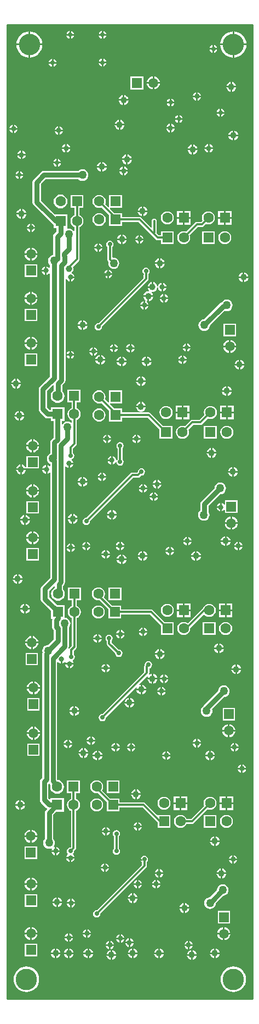
<source format=gbl>
G04*
G04 #@! TF.GenerationSoftware,Altium Limited,Altium Designer,22.9.1 (49)*
G04*
G04 Layer_Physical_Order=2*
G04 Layer_Color=16711680*
%FSLAX25Y25*%
%MOIN*%
G70*
G04*
G04 #@! TF.SameCoordinates,E6D2D5AF-3703-4330-9E41-3BAFFAD507BF*
G04*
G04*
G04 #@! TF.FilePolarity,Positive*
G04*
G01*
G75*
%ADD15C,0.00591*%
%ADD18C,0.01000*%
%ADD62C,0.01400*%
%ADD63C,0.03000*%
%ADD64C,0.05906*%
%ADD65R,0.05906X0.05906*%
%ADD66C,0.13000*%
%ADD67R,0.05906X0.05906*%
%ADD68C,0.06299*%
%ADD69R,0.06299X0.06299*%
%ADD70C,0.03150*%
%ADD71C,0.03937*%
%ADD72C,0.05000*%
%ADD73C,0.02756*%
%ADD74C,0.03937*%
G36*
X149307Y-590551D02*
X0D01*
X0Y-0D01*
X149307D01*
Y-590551D01*
D02*
G37*
%LPC*%
G36*
X58658Y-3675D02*
Y-5500D01*
X60483D01*
X60398Y-5072D01*
X59872Y-4286D01*
X59086Y-3760D01*
X58658Y-3675D01*
D02*
G37*
G36*
X57658D02*
X57230Y-3760D01*
X56443Y-4286D01*
X55918Y-5072D01*
X55833Y-5500D01*
X57658D01*
Y-3675D01*
D02*
G37*
G36*
X39000D02*
Y-5500D01*
X40825D01*
X40740Y-5072D01*
X40214Y-4286D01*
X39428Y-3760D01*
X39000Y-3675D01*
D02*
G37*
G36*
X38000D02*
X37572Y-3760D01*
X36786Y-4286D01*
X36260Y-5072D01*
X36175Y-5500D01*
X38000D01*
Y-3675D01*
D02*
G37*
G36*
X60483Y-6500D02*
X58658D01*
Y-8325D01*
X59086Y-8240D01*
X59872Y-7714D01*
X60398Y-6928D01*
X60483Y-6500D01*
D02*
G37*
G36*
X57658D02*
X55833D01*
X55918Y-6928D01*
X56443Y-7714D01*
X57230Y-8240D01*
X57658Y-8325D01*
Y-6500D01*
D02*
G37*
G36*
X40825D02*
X39000D01*
Y-8325D01*
X39428Y-8240D01*
X40214Y-7714D01*
X40740Y-6928D01*
X40825Y-6500D01*
D02*
G37*
G36*
X38000D02*
X36175D01*
X36260Y-6928D01*
X36786Y-7714D01*
X37572Y-8240D01*
X38000Y-8325D01*
Y-6500D01*
D02*
G37*
G36*
X138295Y-3922D02*
Y-11311D01*
X145684D01*
X145581Y-10262D01*
X145129Y-8773D01*
X144396Y-7401D01*
X143409Y-6198D01*
X142206Y-5211D01*
X140833Y-4477D01*
X139344Y-4025D01*
X138295Y-3922D01*
D02*
G37*
G36*
X137295D02*
X136247Y-4025D01*
X134757Y-4477D01*
X133385Y-5211D01*
X132182Y-6198D01*
X131195Y-7401D01*
X130461Y-8773D01*
X130010Y-10262D01*
X129906Y-11311D01*
X137295D01*
Y-3922D01*
D02*
G37*
G36*
X14075D02*
Y-11311D01*
X21464D01*
X21361Y-10262D01*
X20909Y-8773D01*
X20175Y-7401D01*
X19188Y-6198D01*
X17985Y-5211D01*
X16613Y-4477D01*
X15124Y-4025D01*
X14075Y-3922D01*
D02*
G37*
G36*
X13075D02*
X12026Y-4025D01*
X10537Y-4477D01*
X9165Y-5211D01*
X7962Y-6198D01*
X6974Y-7401D01*
X6241Y-8773D01*
X5789Y-10262D01*
X5686Y-11311D01*
X13075D01*
Y-3922D01*
D02*
G37*
G36*
X126075Y-12175D02*
Y-14000D01*
X127900D01*
X127815Y-13572D01*
X127289Y-12786D01*
X126503Y-12260D01*
X126075Y-12175D01*
D02*
G37*
G36*
X125075D02*
X124647Y-12260D01*
X123861Y-12786D01*
X123335Y-13572D01*
X123250Y-14000D01*
X125075D01*
Y-12175D01*
D02*
G37*
G36*
X127900Y-15000D02*
X126075D01*
Y-16825D01*
X126503Y-16740D01*
X127289Y-16215D01*
X127815Y-15428D01*
X127900Y-15000D01*
D02*
G37*
G36*
X125075D02*
X123250D01*
X123335Y-15428D01*
X123861Y-16215D01*
X124647Y-16740D01*
X125075Y-16825D01*
Y-15000D01*
D02*
G37*
G36*
X145684Y-12311D02*
X138295D01*
Y-19700D01*
X139344Y-19597D01*
X140833Y-19145D01*
X142206Y-18411D01*
X143409Y-17424D01*
X144396Y-16221D01*
X145129Y-14849D01*
X145581Y-13360D01*
X145684Y-12311D01*
D02*
G37*
G36*
X137295D02*
X129906D01*
X130010Y-13360D01*
X130461Y-14849D01*
X131195Y-16221D01*
X132182Y-17424D01*
X133385Y-18411D01*
X134757Y-19145D01*
X136247Y-19597D01*
X137295Y-19700D01*
Y-12311D01*
D02*
G37*
G36*
X21464D02*
X14075D01*
Y-19700D01*
X15124Y-19597D01*
X16613Y-19145D01*
X17985Y-18411D01*
X19188Y-17424D01*
X20175Y-16221D01*
X20909Y-14849D01*
X21361Y-13360D01*
X21464Y-12311D01*
D02*
G37*
G36*
X13075D02*
X5686D01*
X5789Y-13360D01*
X6241Y-14849D01*
X6974Y-16221D01*
X7962Y-17424D01*
X9165Y-18411D01*
X10537Y-19145D01*
X12026Y-19597D01*
X13075Y-19700D01*
Y-12311D01*
D02*
G37*
G36*
X58658Y-20364D02*
Y-22189D01*
X60483D01*
X60398Y-21761D01*
X59872Y-20975D01*
X59086Y-20449D01*
X58658Y-20364D01*
D02*
G37*
G36*
X57658D02*
X57230Y-20449D01*
X56443Y-20975D01*
X55918Y-21761D01*
X55833Y-22189D01*
X57658D01*
Y-20364D01*
D02*
G37*
G36*
X28256Y-20675D02*
Y-22500D01*
X30081D01*
X29996Y-22072D01*
X29470Y-21286D01*
X28684Y-20760D01*
X28256Y-20675D01*
D02*
G37*
G36*
X27256D02*
X26828Y-20760D01*
X26042Y-21286D01*
X25516Y-22072D01*
X25431Y-22500D01*
X27256D01*
Y-20675D01*
D02*
G37*
G36*
X60483Y-23189D02*
X58658D01*
Y-25014D01*
X59086Y-24929D01*
X59872Y-24403D01*
X60398Y-23617D01*
X60483Y-23189D01*
D02*
G37*
G36*
X57658D02*
X55833D01*
X55918Y-23617D01*
X56443Y-24403D01*
X57230Y-24929D01*
X57658Y-25014D01*
Y-23189D01*
D02*
G37*
G36*
X30081Y-23500D02*
X28256D01*
Y-25325D01*
X28684Y-25240D01*
X29470Y-24714D01*
X29996Y-23928D01*
X30081Y-23500D01*
D02*
G37*
G36*
X27256D02*
X25431D01*
X25516Y-23928D01*
X26042Y-24714D01*
X26828Y-25240D01*
X27256Y-25325D01*
Y-23500D01*
D02*
G37*
G36*
X89575Y-31138D02*
Y-34559D01*
X92996D01*
X92926Y-34027D01*
X92528Y-33066D01*
X91894Y-32240D01*
X91068Y-31606D01*
X90107Y-31208D01*
X89575Y-31138D01*
D02*
G37*
G36*
X88575D02*
X88043Y-31208D01*
X87081Y-31606D01*
X86256Y-32240D01*
X85622Y-33066D01*
X85224Y-34027D01*
X85154Y-34559D01*
X88575D01*
Y-31138D01*
D02*
G37*
G36*
X137000Y-34572D02*
Y-37000D01*
X139428D01*
X139392Y-36725D01*
X139093Y-36003D01*
X138617Y-35383D01*
X137997Y-34907D01*
X137275Y-34608D01*
X137000Y-34572D01*
D02*
G37*
G36*
X136000D02*
X135725Y-34608D01*
X135003Y-34907D01*
X134383Y-35383D01*
X133907Y-36003D01*
X133608Y-36725D01*
X133572Y-37000D01*
X136000D01*
Y-34572D01*
D02*
G37*
G36*
X92996Y-35559D02*
X89575D01*
Y-38980D01*
X90107Y-38910D01*
X91068Y-38512D01*
X91894Y-37878D01*
X92528Y-37053D01*
X92926Y-36091D01*
X92996Y-35559D01*
D02*
G37*
G36*
X88575D02*
X85154D01*
X85224Y-36091D01*
X85622Y-37053D01*
X86256Y-37878D01*
X87081Y-38512D01*
X88043Y-38910D01*
X88575Y-38980D01*
Y-35559D01*
D02*
G37*
G36*
X83028Y-31106D02*
X75122D01*
Y-39012D01*
X83028D01*
Y-31106D01*
D02*
G37*
G36*
X139428Y-38000D02*
X137000D01*
Y-40428D01*
X137275Y-40392D01*
X137997Y-40093D01*
X138617Y-39617D01*
X139093Y-38997D01*
X139392Y-38275D01*
X139428Y-38000D01*
D02*
G37*
G36*
X136000D02*
X133572D01*
X133608Y-38275D01*
X133907Y-38997D01*
X134383Y-39617D01*
X135003Y-40093D01*
X135725Y-40392D01*
X136000Y-40428D01*
Y-38000D01*
D02*
G37*
G36*
X116075Y-40776D02*
Y-42807D01*
X118106D01*
X118083Y-42635D01*
X117824Y-42009D01*
X117411Y-41471D01*
X116873Y-41058D01*
X116247Y-40799D01*
X116075Y-40776D01*
D02*
G37*
G36*
X115075D02*
X114903Y-40799D01*
X114276Y-41058D01*
X113739Y-41471D01*
X113326Y-42009D01*
X113066Y-42635D01*
X113044Y-42807D01*
X115075D01*
Y-40776D01*
D02*
G37*
G36*
X71500Y-42572D02*
Y-45000D01*
X73928D01*
X73892Y-44725D01*
X73593Y-44003D01*
X73117Y-43383D01*
X72497Y-42907D01*
X71775Y-42608D01*
X71500Y-42572D01*
D02*
G37*
G36*
X70500D02*
X70225Y-42608D01*
X69503Y-42907D01*
X68883Y-43383D01*
X68407Y-44003D01*
X68108Y-44725D01*
X68072Y-45000D01*
X70500D01*
Y-42572D01*
D02*
G37*
G36*
X118106Y-43807D02*
X116075D01*
Y-45838D01*
X116247Y-45816D01*
X116873Y-45556D01*
X117411Y-45143D01*
X117824Y-44606D01*
X118083Y-43979D01*
X118106Y-43807D01*
D02*
G37*
G36*
X115075D02*
X113044D01*
X113066Y-43979D01*
X113326Y-44606D01*
X113739Y-45143D01*
X114276Y-45556D01*
X114903Y-45816D01*
X115075Y-45838D01*
Y-43807D01*
D02*
G37*
G36*
X100075Y-44675D02*
Y-46500D01*
X101900D01*
X101815Y-46072D01*
X101289Y-45286D01*
X100503Y-44760D01*
X100075Y-44675D01*
D02*
G37*
G36*
X99075D02*
X98647Y-44760D01*
X97860Y-45286D01*
X97335Y-46072D01*
X97250Y-46500D01*
X99075D01*
Y-44675D01*
D02*
G37*
G36*
X73928Y-46000D02*
X71500D01*
Y-48428D01*
X71775Y-48392D01*
X72497Y-48093D01*
X73117Y-47617D01*
X73593Y-46997D01*
X73892Y-46275D01*
X73928Y-46000D01*
D02*
G37*
G36*
X70500D02*
X68072D01*
X68108Y-46275D01*
X68407Y-46997D01*
X68883Y-47617D01*
X69503Y-48093D01*
X70225Y-48392D01*
X70500Y-48428D01*
Y-46000D01*
D02*
G37*
G36*
X101900Y-47500D02*
X100075D01*
Y-49325D01*
X100503Y-49240D01*
X101289Y-48715D01*
X101815Y-47928D01*
X101900Y-47500D01*
D02*
G37*
G36*
X99075D02*
X97250D01*
X97335Y-47928D01*
X97860Y-48715D01*
X98647Y-49240D01*
X99075Y-49325D01*
Y-47500D01*
D02*
G37*
G36*
X130421Y-50864D02*
Y-52689D01*
X132246D01*
X132161Y-52261D01*
X131636Y-51475D01*
X130849Y-50949D01*
X130421Y-50864D01*
D02*
G37*
G36*
X129421D02*
X128993Y-50949D01*
X128207Y-51475D01*
X127681Y-52261D01*
X127596Y-52689D01*
X129421D01*
Y-50864D01*
D02*
G37*
G36*
X132246Y-53689D02*
X130421D01*
Y-55514D01*
X130849Y-55429D01*
X131636Y-54903D01*
X132161Y-54117D01*
X132246Y-53689D01*
D02*
G37*
G36*
X129421D02*
X127596D01*
X127681Y-54117D01*
X128207Y-54903D01*
X128993Y-55429D01*
X129421Y-55514D01*
Y-53689D01*
D02*
G37*
G36*
X105075Y-54675D02*
Y-56500D01*
X106900D01*
X106815Y-56072D01*
X106289Y-55286D01*
X105503Y-54760D01*
X105075Y-54675D01*
D02*
G37*
G36*
X104075D02*
X103647Y-54760D01*
X102860Y-55286D01*
X102335Y-56072D01*
X102250Y-56500D01*
X104075D01*
Y-54675D01*
D02*
G37*
G36*
X106900Y-57500D02*
X105075D01*
Y-59325D01*
X105503Y-59240D01*
X106289Y-58714D01*
X106815Y-57928D01*
X106900Y-57500D01*
D02*
G37*
G36*
X104075D02*
X102250D01*
X102335Y-57928D01*
X102860Y-58714D01*
X103647Y-59240D01*
X104075Y-59325D01*
Y-57500D01*
D02*
G37*
G36*
X69000Y-57572D02*
Y-60000D01*
X71428D01*
X71392Y-59725D01*
X71093Y-59003D01*
X70617Y-58383D01*
X69997Y-57907D01*
X69275Y-57608D01*
X69000Y-57572D01*
D02*
G37*
G36*
X68000D02*
X67725Y-57608D01*
X67003Y-57907D01*
X66383Y-58383D01*
X65907Y-59003D01*
X65608Y-59725D01*
X65572Y-60000D01*
X68000D01*
Y-57572D01*
D02*
G37*
G36*
X100008Y-59969D02*
Y-62000D01*
X102039D01*
X102016Y-61828D01*
X101757Y-61202D01*
X101344Y-60664D01*
X100806Y-60251D01*
X100180Y-59992D01*
X100008Y-59969D01*
D02*
G37*
G36*
X99008D02*
X98836Y-59992D01*
X98210Y-60251D01*
X97672Y-60664D01*
X97259Y-61202D01*
X97000Y-61828D01*
X96977Y-62000D01*
X99008D01*
Y-59969D01*
D02*
G37*
G36*
X4437Y-60461D02*
Y-62492D01*
X6468D01*
X6446Y-62320D01*
X6186Y-61694D01*
X5773Y-61156D01*
X5235Y-60743D01*
X4609Y-60484D01*
X4437Y-60461D01*
D02*
G37*
G36*
X3437D02*
X3265Y-60484D01*
X2638Y-60743D01*
X2101Y-61156D01*
X1688Y-61694D01*
X1429Y-62320D01*
X1406Y-62492D01*
X3437D01*
Y-60461D01*
D02*
G37*
G36*
X71428Y-61000D02*
X69000D01*
Y-63428D01*
X69275Y-63392D01*
X69997Y-63093D01*
X70617Y-62617D01*
X71093Y-61997D01*
X71392Y-61275D01*
X71428Y-61000D01*
D02*
G37*
G36*
X68000D02*
X65572D01*
X65608Y-61275D01*
X65907Y-61997D01*
X66383Y-62617D01*
X67003Y-63093D01*
X67725Y-63392D01*
X68000Y-63428D01*
Y-61000D01*
D02*
G37*
G36*
X31996Y-61469D02*
Y-63500D01*
X34027D01*
X34005Y-63328D01*
X33745Y-62701D01*
X33332Y-62164D01*
X32795Y-61751D01*
X32168Y-61492D01*
X31996Y-61469D01*
D02*
G37*
G36*
X30996D02*
X30824Y-61492D01*
X30198Y-61751D01*
X29660Y-62164D01*
X29247Y-62701D01*
X28988Y-63328D01*
X28965Y-63500D01*
X30996D01*
Y-61469D01*
D02*
G37*
G36*
X102039Y-63000D02*
X100008D01*
Y-65031D01*
X100180Y-65009D01*
X100806Y-64749D01*
X101344Y-64336D01*
X101757Y-63799D01*
X102016Y-63172D01*
X102039Y-63000D01*
D02*
G37*
G36*
X99008D02*
X96977D01*
X97000Y-63172D01*
X97259Y-63799D01*
X97672Y-64336D01*
X98210Y-64749D01*
X98836Y-65009D01*
X99008Y-65031D01*
Y-63000D01*
D02*
G37*
G36*
X6468Y-63492D02*
X4437D01*
Y-65523D01*
X4609Y-65501D01*
X5235Y-65241D01*
X5773Y-64828D01*
X6186Y-64291D01*
X6446Y-63664D01*
X6468Y-63492D01*
D02*
G37*
G36*
X3437D02*
X1406D01*
X1429Y-63664D01*
X1688Y-64291D01*
X2101Y-64828D01*
X2638Y-65241D01*
X3265Y-65501D01*
X3437Y-65523D01*
Y-63492D01*
D02*
G37*
G36*
X138295Y-64072D02*
Y-66500D01*
X140724D01*
X140687Y-66225D01*
X140388Y-65503D01*
X139912Y-64883D01*
X139292Y-64407D01*
X138570Y-64108D01*
X138295Y-64072D01*
D02*
G37*
G36*
X137295D02*
X137020Y-64108D01*
X136298Y-64407D01*
X135678Y-64883D01*
X135202Y-65503D01*
X134903Y-66225D01*
X134867Y-66500D01*
X137295D01*
Y-64072D01*
D02*
G37*
G36*
X34027Y-64500D02*
X31996D01*
Y-66531D01*
X32168Y-66509D01*
X32795Y-66249D01*
X33332Y-65836D01*
X33745Y-65298D01*
X34005Y-64672D01*
X34027Y-64500D01*
D02*
G37*
G36*
X30996D02*
X28965D01*
X28988Y-64672D01*
X29247Y-65298D01*
X29660Y-65836D01*
X30198Y-66249D01*
X30824Y-66509D01*
X30996Y-66531D01*
Y-64500D01*
D02*
G37*
G36*
X140724Y-67500D02*
X138295D01*
Y-69928D01*
X138570Y-69892D01*
X139292Y-69593D01*
X139912Y-69117D01*
X140388Y-68497D01*
X140687Y-67775D01*
X140724Y-67500D01*
D02*
G37*
G36*
X137295D02*
X134867D01*
X134903Y-67775D01*
X135202Y-68497D01*
X135678Y-69117D01*
X136298Y-69593D01*
X137020Y-69892D01*
X137295Y-69928D01*
Y-67500D01*
D02*
G37*
G36*
X123264Y-72272D02*
Y-74303D01*
X125295D01*
X125272Y-74131D01*
X125013Y-73505D01*
X124600Y-72967D01*
X124062Y-72554D01*
X123436Y-72295D01*
X123264Y-72272D01*
D02*
G37*
G36*
X122264D02*
X122092Y-72295D01*
X121465Y-72554D01*
X120928Y-72967D01*
X120515Y-73505D01*
X120255Y-74131D01*
X120233Y-74303D01*
X122264D01*
Y-72272D01*
D02*
G37*
G36*
X36512D02*
Y-74303D01*
X38543D01*
X38521Y-74131D01*
X38261Y-73505D01*
X37848Y-72967D01*
X37310Y-72554D01*
X36684Y-72295D01*
X36512Y-72272D01*
D02*
G37*
G36*
X35512D02*
X35340Y-72295D01*
X34713Y-72554D01*
X34176Y-72967D01*
X33763Y-73505D01*
X33503Y-74131D01*
X33481Y-74303D01*
X35512D01*
Y-72272D01*
D02*
G37*
G36*
X113500Y-72572D02*
Y-75000D01*
X115928D01*
X115892Y-74725D01*
X115593Y-74003D01*
X115117Y-73383D01*
X114497Y-72907D01*
X113775Y-72608D01*
X113500Y-72572D01*
D02*
G37*
G36*
X112500D02*
X112225Y-72608D01*
X111503Y-72907D01*
X110883Y-73383D01*
X110407Y-74003D01*
X110108Y-74725D01*
X110072Y-75000D01*
X112500D01*
Y-72572D01*
D02*
G37*
G36*
X125295Y-75303D02*
X123264D01*
Y-77334D01*
X123436Y-77312D01*
X124062Y-77052D01*
X124600Y-76639D01*
X125013Y-76102D01*
X125272Y-75475D01*
X125295Y-75303D01*
D02*
G37*
G36*
X122264D02*
X120233D01*
X120255Y-75475D01*
X120515Y-76102D01*
X120928Y-76639D01*
X121465Y-77052D01*
X122092Y-77312D01*
X122264Y-77334D01*
Y-75303D01*
D02*
G37*
G36*
X38543D02*
X36512D01*
Y-77334D01*
X36684Y-77312D01*
X37310Y-77052D01*
X37848Y-76639D01*
X38261Y-76102D01*
X38521Y-75475D01*
X38543Y-75303D01*
D02*
G37*
G36*
X35512D02*
X33481D01*
X33503Y-75475D01*
X33763Y-76102D01*
X34176Y-76639D01*
X34713Y-77052D01*
X35340Y-77312D01*
X35512Y-77334D01*
Y-75303D01*
D02*
G37*
G36*
X9295Y-76209D02*
Y-78240D01*
X11327D01*
X11304Y-78068D01*
X11044Y-77442D01*
X10632Y-76904D01*
X10094Y-76491D01*
X9467Y-76232D01*
X9295Y-76209D01*
D02*
G37*
G36*
X8295D02*
X8123Y-76232D01*
X7497Y-76491D01*
X6959Y-76904D01*
X6546Y-77442D01*
X6287Y-78068D01*
X6264Y-78240D01*
X8295D01*
Y-76209D01*
D02*
G37*
G36*
X115928Y-76000D02*
X113500D01*
Y-78428D01*
X113775Y-78392D01*
X114497Y-78093D01*
X115117Y-77617D01*
X115593Y-76997D01*
X115892Y-76275D01*
X115928Y-76000D01*
D02*
G37*
G36*
X112500D02*
X110072D01*
X110108Y-76275D01*
X110407Y-76997D01*
X110883Y-77617D01*
X111503Y-78093D01*
X112225Y-78392D01*
X112500Y-78428D01*
Y-76000D01*
D02*
G37*
G36*
X73500Y-78572D02*
Y-81000D01*
X75928D01*
X75892Y-80725D01*
X75593Y-80003D01*
X75117Y-79383D01*
X74497Y-78907D01*
X73775Y-78608D01*
X73500Y-78572D01*
D02*
G37*
G36*
X72500D02*
X72225Y-78608D01*
X71503Y-78907D01*
X70883Y-79383D01*
X70407Y-80003D01*
X70108Y-80725D01*
X70072Y-81000D01*
X72500D01*
Y-78572D01*
D02*
G37*
G36*
X11327Y-79240D02*
X9295D01*
Y-81271D01*
X9467Y-81249D01*
X10094Y-80989D01*
X10632Y-80576D01*
X11044Y-80039D01*
X11304Y-79412D01*
X11327Y-79240D01*
D02*
G37*
G36*
X8295D02*
X6264D01*
X6287Y-79412D01*
X6546Y-80039D01*
X6959Y-80576D01*
X7497Y-80989D01*
X8123Y-81249D01*
X8295Y-81271D01*
Y-79240D01*
D02*
G37*
G36*
X31000Y-81175D02*
Y-83000D01*
X32825D01*
X32740Y-82572D01*
X32214Y-81786D01*
X31428Y-81260D01*
X31000Y-81175D01*
D02*
G37*
G36*
X30000D02*
X29572Y-81260D01*
X28786Y-81786D01*
X28260Y-82572D01*
X28175Y-83000D01*
X30000D01*
Y-81175D01*
D02*
G37*
G36*
X75928Y-82000D02*
X73500D01*
Y-84428D01*
X73775Y-84392D01*
X74497Y-84093D01*
X75117Y-83617D01*
X75593Y-82997D01*
X75892Y-82275D01*
X75928Y-82000D01*
D02*
G37*
G36*
X72500D02*
X70072D01*
X70108Y-82275D01*
X70407Y-82997D01*
X70883Y-83617D01*
X71503Y-84093D01*
X72225Y-84392D01*
X72500Y-84428D01*
Y-82000D01*
D02*
G37*
G36*
X58213Y-83072D02*
Y-85500D01*
X60641D01*
X60605Y-85225D01*
X60306Y-84503D01*
X59830Y-83883D01*
X59210Y-83407D01*
X58488Y-83108D01*
X58213Y-83072D01*
D02*
G37*
G36*
X57213D02*
X56938Y-83108D01*
X56216Y-83407D01*
X55596Y-83883D01*
X55120Y-84503D01*
X54821Y-85225D01*
X54785Y-85500D01*
X57213D01*
Y-83072D01*
D02*
G37*
G36*
X32825Y-84000D02*
X31000D01*
Y-85825D01*
X31428Y-85740D01*
X32214Y-85214D01*
X32740Y-84428D01*
X32825Y-84000D01*
D02*
G37*
G36*
X30000D02*
X28175D01*
X28260Y-84428D01*
X28786Y-85214D01*
X29572Y-85740D01*
X30000Y-85825D01*
Y-84000D01*
D02*
G37*
G36*
X71500Y-85969D02*
Y-88000D01*
X73531D01*
X73509Y-87828D01*
X73249Y-87201D01*
X72836Y-86664D01*
X72299Y-86251D01*
X71672Y-85992D01*
X71500Y-85969D01*
D02*
G37*
G36*
X70500D02*
X70328Y-85992D01*
X69701Y-86251D01*
X69164Y-86664D01*
X68751Y-87201D01*
X68492Y-87828D01*
X68469Y-88000D01*
X70500D01*
Y-85969D01*
D02*
G37*
G36*
X60641Y-86500D02*
X58213D01*
Y-88928D01*
X58488Y-88892D01*
X59210Y-88593D01*
X59830Y-88117D01*
X60306Y-87497D01*
X60605Y-86775D01*
X60641Y-86500D01*
D02*
G37*
G36*
X57213D02*
X54785D01*
X54821Y-86775D01*
X55120Y-87497D01*
X55596Y-88117D01*
X56216Y-88593D01*
X56938Y-88892D01*
X57213Y-88928D01*
Y-86500D01*
D02*
G37*
G36*
X8000Y-88675D02*
Y-90500D01*
X9825D01*
X9740Y-90072D01*
X9214Y-89286D01*
X8428Y-88760D01*
X8000Y-88675D01*
D02*
G37*
G36*
X7000D02*
X6572Y-88760D01*
X5786Y-89286D01*
X5260Y-90072D01*
X5175Y-90500D01*
X7000D01*
Y-88675D01*
D02*
G37*
G36*
X73531Y-89000D02*
X71500D01*
Y-91031D01*
X71672Y-91009D01*
X72299Y-90749D01*
X72836Y-90336D01*
X73249Y-89798D01*
X73509Y-89172D01*
X73531Y-89000D01*
D02*
G37*
G36*
X70500D02*
X68469D01*
X68492Y-89172D01*
X68751Y-89798D01*
X69164Y-90336D01*
X69701Y-90749D01*
X70328Y-91009D01*
X70500Y-91031D01*
Y-89000D01*
D02*
G37*
G36*
X9825Y-91500D02*
X8000D01*
Y-93325D01*
X8428Y-93240D01*
X9214Y-92714D01*
X9740Y-91928D01*
X9825Y-91500D01*
D02*
G37*
G36*
X7000D02*
X5175D01*
X5260Y-91928D01*
X5786Y-92714D01*
X6572Y-93240D01*
X7000Y-93325D01*
Y-91500D01*
D02*
G37*
G36*
X46000Y-87470D02*
X45086Y-87590D01*
X44235Y-87943D01*
X43573Y-88451D01*
X22418D01*
X21443Y-88645D01*
X20616Y-89198D01*
X16273Y-93541D01*
X15720Y-94368D01*
X15526Y-95343D01*
Y-107500D01*
X15720Y-108475D01*
X16273Y-109302D01*
X27773Y-120802D01*
X28425Y-121239D01*
Y-123150D01*
X30026D01*
Y-125287D01*
X28773Y-126541D01*
X28220Y-127368D01*
X28026Y-128343D01*
Y-139542D01*
X27661Y-139590D01*
X26810Y-139943D01*
X26079Y-140504D01*
X25518Y-141235D01*
X25165Y-142086D01*
X25045Y-143000D01*
X25165Y-143914D01*
X25518Y-144765D01*
X26026Y-145428D01*
Y-147143D01*
X25526Y-147313D01*
X25411Y-147164D01*
X24873Y-146751D01*
X24247Y-146492D01*
X24075Y-146469D01*
Y-149000D01*
Y-151531D01*
X24247Y-151509D01*
X24873Y-151249D01*
X25411Y-150836D01*
X25526Y-150687D01*
X26026Y-150857D01*
Y-213184D01*
X20013Y-219198D01*
X19460Y-220025D01*
X19266Y-221000D01*
Y-233000D01*
X19460Y-233976D01*
X20013Y-234802D01*
X23013Y-237802D01*
X23840Y-238355D01*
X24815Y-238549D01*
X26665D01*
Y-240150D01*
X28266D01*
Y-250287D01*
X27088Y-251466D01*
X26535Y-252293D01*
X26341Y-253268D01*
Y-259822D01*
X26050Y-259943D01*
X25319Y-260504D01*
X24758Y-261235D01*
X24405Y-262086D01*
X24285Y-263000D01*
X24405Y-263914D01*
X24758Y-264765D01*
X25319Y-265496D01*
X26050Y-266057D01*
X26341Y-266178D01*
Y-267402D01*
X26112Y-267542D01*
X25841Y-267610D01*
X25373Y-267251D01*
X24747Y-266991D01*
X24575Y-266969D01*
Y-269500D01*
Y-272031D01*
X24747Y-272009D01*
X25373Y-271749D01*
X25841Y-271390D01*
X26112Y-271459D01*
X26341Y-271598D01*
Y-300967D01*
X26266Y-301343D01*
Y-335204D01*
X21272Y-340198D01*
X20720Y-341025D01*
X20526Y-342000D01*
Y-348063D01*
X20720Y-349039D01*
X21272Y-349865D01*
X26862Y-355455D01*
Y-360150D01*
X27287D01*
X27604Y-360536D01*
X27526Y-360929D01*
Y-365071D01*
X27720Y-366047D01*
X28273Y-366874D01*
X28463Y-367064D01*
Y-372435D01*
X24918Y-375981D01*
X24086Y-376090D01*
X23235Y-376443D01*
X22504Y-377004D01*
X21943Y-377735D01*
X21590Y-378586D01*
X21470Y-379500D01*
X21584Y-380371D01*
X21451Y-381041D01*
Y-456519D01*
X20773Y-457198D01*
X20220Y-458025D01*
X20026Y-459000D01*
Y-470000D01*
X20220Y-470975D01*
X20773Y-471803D01*
X23773Y-474802D01*
X24243Y-475117D01*
X24293Y-475615D01*
X23773Y-476135D01*
X23220Y-476962D01*
X23026Y-477937D01*
Y-493573D01*
X22518Y-494235D01*
X22165Y-495086D01*
X22045Y-496000D01*
X22165Y-496914D01*
X22518Y-497765D01*
X23079Y-498496D01*
X23810Y-499057D01*
X24661Y-499410D01*
X25575Y-499530D01*
X26489Y-499410D01*
X27120Y-499148D01*
X27435Y-499559D01*
X27326Y-499701D01*
X27066Y-500328D01*
X27044Y-500500D01*
X29075D01*
Y-498469D01*
X28903Y-498491D01*
X28613Y-498612D01*
X28298Y-498201D01*
X28632Y-497765D01*
X28985Y-496914D01*
X29105Y-496000D01*
X28985Y-495086D01*
X28632Y-494235D01*
X28124Y-493573D01*
Y-478993D01*
X29967Y-477150D01*
X34661D01*
Y-468851D01*
X26362D01*
Y-469529D01*
X25900Y-469721D01*
X25124Y-468944D01*
Y-460355D01*
X25458Y-460048D01*
X26006Y-460111D01*
X26198Y-460398D01*
X26542Y-460742D01*
X26469Y-460917D01*
X26327Y-462000D01*
X26469Y-463083D01*
X26887Y-464093D01*
X27552Y-464960D01*
X28419Y-465625D01*
X29429Y-466043D01*
X30512Y-466186D01*
X31595Y-466043D01*
X32605Y-465625D01*
X33472Y-464960D01*
X34137Y-464093D01*
X34555Y-463083D01*
X34697Y-462000D01*
X34555Y-460917D01*
X34137Y-459907D01*
X33472Y-459040D01*
X32605Y-458375D01*
X31595Y-457957D01*
X30871Y-457862D01*
X30549Y-457540D01*
Y-386401D01*
X31049Y-386232D01*
X31264Y-386511D01*
X31801Y-386924D01*
X32428Y-387183D01*
X32600Y-387206D01*
Y-384675D01*
X33600D01*
Y-387206D01*
X33772Y-387183D01*
X34398Y-386924D01*
X34936Y-386511D01*
X35147Y-386237D01*
X35252Y-386100D01*
X35688Y-386352D01*
X35623Y-386511D01*
X35491Y-386828D01*
X35469Y-387000D01*
X40531D01*
X40508Y-386828D01*
X40249Y-386202D01*
X39953Y-385816D01*
X39946Y-385684D01*
X40014Y-385324D01*
X40071Y-385214D01*
X40645Y-384830D01*
X41126Y-384110D01*
X41295Y-383260D01*
X41126Y-382410D01*
X40645Y-381690D01*
X40604Y-381662D01*
Y-379633D01*
X42093Y-378145D01*
X42425Y-377648D01*
X42541Y-377063D01*
Y-359642D01*
X43004Y-359450D01*
X43829Y-358817D01*
X44462Y-357992D01*
X44860Y-357031D01*
X44996Y-356000D01*
X44860Y-354969D01*
X44462Y-354008D01*
X43829Y-353183D01*
X43004Y-352550D01*
X42541Y-352359D01*
Y-348950D01*
X44962D01*
Y-341051D01*
X37062D01*
Y-348950D01*
X39483D01*
Y-352359D01*
X39020Y-352550D01*
X38195Y-353183D01*
X37562Y-354008D01*
X37164Y-354969D01*
X37028Y-356000D01*
X37164Y-357031D01*
X37562Y-357992D01*
X38195Y-358817D01*
X39020Y-359450D01*
X39483Y-359642D01*
Y-376430D01*
X37993Y-377919D01*
X37860Y-378118D01*
X37430Y-377912D01*
X37459Y-377763D01*
X37624Y-376937D01*
Y-365427D01*
X38132Y-364765D01*
X38485Y-363914D01*
X38605Y-363000D01*
X38485Y-362086D01*
X38132Y-361235D01*
X37571Y-360504D01*
X36840Y-359943D01*
X35989Y-359590D01*
X35162Y-359481D01*
Y-351851D01*
X30467D01*
X25624Y-347007D01*
Y-343056D01*
X28632Y-340048D01*
X29094Y-340239D01*
Y-341303D01*
X28919Y-341375D01*
X28052Y-342040D01*
X27387Y-342907D01*
X26969Y-343917D01*
X26827Y-345000D01*
X26969Y-346083D01*
X27387Y-347093D01*
X28052Y-347960D01*
X28919Y-348625D01*
X29929Y-349043D01*
X31012Y-349185D01*
X32095Y-349043D01*
X33105Y-348625D01*
X33972Y-347960D01*
X34637Y-347093D01*
X35055Y-346083D01*
X35197Y-345000D01*
X35055Y-343917D01*
X34637Y-342907D01*
X34192Y-342328D01*
Y-340144D01*
X34617Y-339719D01*
X35170Y-338892D01*
X35364Y-337917D01*
Y-303301D01*
X35439Y-302925D01*
Y-267954D01*
X35939Y-267785D01*
X35979Y-267836D01*
X36517Y-268249D01*
X37143Y-268509D01*
X37315Y-268531D01*
Y-266000D01*
X37815D01*
Y-265500D01*
X40346D01*
X40324Y-265328D01*
X40064Y-264702D01*
X39651Y-264164D01*
X39277Y-263877D01*
X39384Y-263345D01*
X39555Y-263312D01*
X40275Y-262830D01*
X40756Y-262110D01*
X40925Y-261260D01*
X40756Y-260410D01*
X40275Y-259690D01*
X40234Y-259662D01*
Y-256744D01*
X42096Y-254882D01*
X42428Y-254385D01*
X42544Y-253800D01*
Y-239559D01*
X42807Y-239450D01*
X43632Y-238817D01*
X44265Y-237992D01*
X44663Y-237031D01*
X44799Y-236000D01*
X44663Y-234969D01*
X44265Y-234008D01*
X43632Y-233183D01*
X42807Y-232550D01*
X42344Y-232359D01*
Y-228950D01*
X44765D01*
Y-221051D01*
X36865D01*
Y-228950D01*
X39286D01*
Y-232359D01*
X38823Y-232550D01*
X37998Y-233183D01*
X37365Y-234008D01*
X36967Y-234969D01*
X36831Y-236000D01*
X36967Y-237031D01*
X37365Y-237992D01*
X37998Y-238817D01*
X38823Y-239450D01*
X39486Y-239724D01*
Y-241007D01*
X38986Y-241254D01*
X38580Y-240943D01*
X37729Y-240590D01*
X36815Y-240470D01*
X35901Y-240590D01*
X35050Y-240943D01*
X34319Y-241504D01*
X33864Y-242096D01*
X33364Y-241927D01*
Y-240150D01*
X34965D01*
Y-231851D01*
X26665D01*
Y-233451D01*
X25871D01*
X24364Y-231944D01*
Y-222056D01*
X28111Y-218309D01*
X28573Y-218501D01*
Y-221490D01*
X27856Y-222041D01*
X27190Y-222907D01*
X26772Y-223917D01*
X26630Y-225000D01*
X26772Y-226083D01*
X27190Y-227093D01*
X27856Y-227960D01*
X28722Y-228625D01*
X29732Y-229043D01*
X30815Y-229186D01*
X31898Y-229043D01*
X32908Y-228625D01*
X33775Y-227960D01*
X34440Y-227093D01*
X34858Y-226083D01*
X35001Y-225000D01*
X34858Y-223917D01*
X34440Y-222907D01*
X33775Y-222041D01*
X33670Y-221961D01*
Y-218406D01*
X34877Y-217199D01*
X35430Y-216372D01*
X35624Y-215397D01*
Y-153911D01*
X36124Y-153811D01*
X36326Y-154299D01*
X36738Y-154836D01*
X37276Y-155249D01*
X37903Y-155509D01*
X38075Y-155531D01*
Y-153000D01*
X38575D01*
Y-152500D01*
X41106D01*
X41083Y-152328D01*
X40824Y-151701D01*
X40411Y-151164D01*
X39873Y-150751D01*
X39539Y-150613D01*
X39464Y-150040D01*
X39549Y-149975D01*
X39993Y-149396D01*
X40272Y-148723D01*
X40367Y-148000D01*
X40272Y-147277D01*
X40034Y-146703D01*
X43656Y-143081D01*
X43988Y-142585D01*
X44104Y-142000D01*
Y-122642D01*
X44567Y-122450D01*
X45392Y-121817D01*
X46025Y-120992D01*
X46423Y-120031D01*
X46559Y-119000D01*
X46423Y-117969D01*
X46025Y-117008D01*
X45392Y-116183D01*
X44567Y-115550D01*
X44104Y-115358D01*
Y-110950D01*
X46525D01*
Y-103050D01*
X38625D01*
Y-110950D01*
X41045D01*
Y-115358D01*
X40583Y-115550D01*
X39758Y-116183D01*
X39125Y-117008D01*
X38727Y-117969D01*
X38591Y-119000D01*
X38727Y-120031D01*
X39125Y-120992D01*
X39758Y-121817D01*
X40583Y-122450D01*
X41045Y-122642D01*
Y-124993D01*
X40545Y-125122D01*
X40071Y-124504D01*
X39340Y-123943D01*
X38489Y-123590D01*
X37575Y-123470D01*
X37007Y-123545D01*
X36965Y-123550D01*
X36724Y-123077D01*
X36724Y-122777D01*
Y-122777D01*
X36724Y-122777D01*
Y-114850D01*
X29030D01*
X20624Y-106444D01*
Y-96399D01*
X23474Y-93549D01*
X43573D01*
X44235Y-94057D01*
X45086Y-94410D01*
X46000Y-94530D01*
X46914Y-94410D01*
X47765Y-94057D01*
X48496Y-93496D01*
X49057Y-92765D01*
X49410Y-91914D01*
X49530Y-91000D01*
X49410Y-90086D01*
X49057Y-89235D01*
X48496Y-88504D01*
X47765Y-87943D01*
X46914Y-87590D01*
X46000Y-87470D01*
D02*
G37*
G36*
X32575Y-102815D02*
X31492Y-102957D01*
X30482Y-103375D01*
X29615Y-104041D01*
X28950Y-104907D01*
X28532Y-105917D01*
X28389Y-107000D01*
X28532Y-108083D01*
X28950Y-109093D01*
X29615Y-109960D01*
X30482Y-110625D01*
X31492Y-111043D01*
X32575Y-111186D01*
X33658Y-111043D01*
X34668Y-110625D01*
X35534Y-109960D01*
X36200Y-109093D01*
X36618Y-108083D01*
X36760Y-107000D01*
X36618Y-105917D01*
X36200Y-104907D01*
X35534Y-104041D01*
X34668Y-103375D01*
X33658Y-102957D01*
X32575Y-102815D01*
D02*
G37*
G36*
X83000Y-110072D02*
Y-112500D01*
X85428D01*
X85392Y-112225D01*
X85093Y-111503D01*
X84617Y-110883D01*
X83997Y-110407D01*
X83275Y-110108D01*
X83000Y-110072D01*
D02*
G37*
G36*
X82000D02*
X81725Y-110108D01*
X81003Y-110407D01*
X80383Y-110883D01*
X79907Y-111503D01*
X79608Y-112225D01*
X79572Y-112500D01*
X82000D01*
Y-110072D01*
D02*
G37*
G36*
X9295Y-111572D02*
Y-114000D01*
X11724D01*
X11687Y-113725D01*
X11388Y-113003D01*
X10912Y-112383D01*
X10292Y-111907D01*
X9570Y-111608D01*
X9295Y-111572D01*
D02*
G37*
G36*
X8295D02*
X8020Y-111608D01*
X7298Y-111907D01*
X6678Y-112383D01*
X6202Y-113003D01*
X5903Y-113725D01*
X5867Y-114000D01*
X8295D01*
Y-111572D01*
D02*
G37*
G36*
X85428Y-113500D02*
X83000D01*
Y-115928D01*
X83275Y-115892D01*
X83997Y-115593D01*
X84617Y-115117D01*
X85093Y-114497D01*
X85392Y-113775D01*
X85428Y-113500D01*
D02*
G37*
G36*
X82000D02*
X79572D01*
X79608Y-113775D01*
X79907Y-114497D01*
X80383Y-115117D01*
X81003Y-115593D01*
X81725Y-115892D01*
X82000Y-115928D01*
Y-113500D01*
D02*
G37*
G36*
X136724Y-112850D02*
X133075D01*
Y-116500D01*
X136724D01*
Y-112850D01*
D02*
G37*
G36*
X111724D02*
X108075D01*
Y-116500D01*
X111724D01*
Y-112850D01*
D02*
G37*
G36*
X132075D02*
X128425D01*
Y-116500D01*
X132075D01*
Y-112850D01*
D02*
G37*
G36*
X107075D02*
X103425D01*
Y-116500D01*
X107075D01*
Y-112850D01*
D02*
G37*
G36*
X11724Y-115000D02*
X9295D01*
Y-117428D01*
X9570Y-117392D01*
X10292Y-117093D01*
X10912Y-116617D01*
X11388Y-115997D01*
X11687Y-115275D01*
X11724Y-115000D01*
D02*
G37*
G36*
X8295D02*
X5867D01*
X5903Y-115275D01*
X6202Y-115997D01*
X6678Y-116617D01*
X7298Y-117093D01*
X8020Y-117392D01*
X8295Y-117428D01*
Y-115000D01*
D02*
G37*
G36*
X122575Y-113016D02*
X121544Y-113152D01*
X120583Y-113550D01*
X119758Y-114183D01*
X119125Y-115008D01*
X118727Y-115969D01*
X118591Y-117000D01*
X118727Y-118031D01*
X118919Y-118494D01*
X117941Y-119471D01*
X115575D01*
X114990Y-119587D01*
X114494Y-119919D01*
X109068Y-125344D01*
X108606Y-125152D01*
X107575Y-125016D01*
X106544Y-125152D01*
X105583Y-125550D01*
X104758Y-126183D01*
X104125Y-127008D01*
X103727Y-127969D01*
X103591Y-129000D01*
X103727Y-130031D01*
X104125Y-130992D01*
X104758Y-131817D01*
X105583Y-132450D01*
X106544Y-132848D01*
X107575Y-132984D01*
X108606Y-132848D01*
X109567Y-132450D01*
X110392Y-131817D01*
X111025Y-130992D01*
X111423Y-130031D01*
X111559Y-129000D01*
X111423Y-127969D01*
X111231Y-127506D01*
X116208Y-122529D01*
X118575D01*
X119160Y-122413D01*
X119656Y-122081D01*
X121081Y-120656D01*
X121544Y-120848D01*
X122575Y-120984D01*
X123606Y-120848D01*
X124567Y-120450D01*
X125392Y-119817D01*
X126025Y-118992D01*
X126423Y-118031D01*
X126559Y-117000D01*
X126423Y-115969D01*
X126025Y-115008D01*
X125392Y-114183D01*
X124567Y-113550D01*
X123606Y-113152D01*
X122575Y-113016D01*
D02*
G37*
G36*
X97575D02*
X96544Y-113152D01*
X95583Y-113550D01*
X94758Y-114183D01*
X94125Y-115008D01*
X93727Y-115969D01*
X93591Y-117000D01*
X93727Y-118031D01*
X94125Y-118992D01*
X94758Y-119817D01*
X95583Y-120450D01*
X96544Y-120848D01*
X97575Y-120984D01*
X98606Y-120848D01*
X99567Y-120450D01*
X100392Y-119817D01*
X101025Y-118992D01*
X101423Y-118031D01*
X101559Y-117000D01*
X101423Y-115969D01*
X101025Y-115008D01*
X100392Y-114183D01*
X99567Y-113550D01*
X98606Y-113152D01*
X97575Y-113016D01*
D02*
G37*
G36*
X136724Y-117500D02*
X133075D01*
Y-121150D01*
X136724D01*
Y-117500D01*
D02*
G37*
G36*
X132075D02*
X128425D01*
Y-121150D01*
X132075D01*
Y-117500D01*
D02*
G37*
G36*
X111724D02*
X108075D01*
Y-121150D01*
X111724D01*
Y-117500D01*
D02*
G37*
G36*
X107075D02*
X103425D01*
Y-121150D01*
X107075D01*
Y-117500D01*
D02*
G37*
G36*
X56075Y-114016D02*
X55044Y-114152D01*
X54083Y-114550D01*
X53258Y-115183D01*
X52625Y-116008D01*
X52227Y-116969D01*
X52091Y-118000D01*
X52227Y-119031D01*
X52625Y-119992D01*
X53258Y-120817D01*
X54083Y-121450D01*
X55044Y-121848D01*
X56075Y-121984D01*
X57106Y-121848D01*
X58067Y-121450D01*
X58892Y-120817D01*
X59525Y-119992D01*
X59923Y-119031D01*
X60059Y-118000D01*
X59923Y-116969D01*
X59525Y-116008D01*
X58892Y-115183D01*
X58067Y-114550D01*
X57106Y-114152D01*
X56075Y-114016D01*
D02*
G37*
G36*
X15075Y-120469D02*
Y-122500D01*
X17106D01*
X17083Y-122328D01*
X16824Y-121702D01*
X16411Y-121164D01*
X15873Y-120751D01*
X15247Y-120492D01*
X15075Y-120469D01*
D02*
G37*
G36*
X14075D02*
X13903Y-120492D01*
X13276Y-120751D01*
X12739Y-121164D01*
X12326Y-121702D01*
X12066Y-122328D01*
X12044Y-122500D01*
X14075D01*
Y-120469D01*
D02*
G37*
G36*
X17106Y-123500D02*
X15075D01*
Y-125531D01*
X15247Y-125509D01*
X15873Y-125249D01*
X16411Y-124836D01*
X16824Y-124299D01*
X17083Y-123672D01*
X17106Y-123500D01*
D02*
G37*
G36*
X14075D02*
X12044D01*
X12066Y-123672D01*
X12326Y-124299D01*
X12739Y-124836D01*
X13276Y-125249D01*
X13903Y-125509D01*
X14075Y-125531D01*
Y-123500D01*
D02*
G37*
G36*
X81075Y-127469D02*
Y-129500D01*
X83106D01*
X83083Y-129328D01*
X82824Y-128701D01*
X82411Y-128164D01*
X81873Y-127751D01*
X81247Y-127491D01*
X81075Y-127469D01*
D02*
G37*
G36*
X80075D02*
X79903Y-127491D01*
X79276Y-127751D01*
X78738Y-128164D01*
X78326Y-128701D01*
X78066Y-129328D01*
X78044Y-129500D01*
X80075D01*
Y-127469D01*
D02*
G37*
G36*
X70457Y-127072D02*
Y-129500D01*
X72885D01*
X72849Y-129225D01*
X72550Y-128503D01*
X72074Y-127883D01*
X71454Y-127407D01*
X70732Y-127108D01*
X70457Y-127072D01*
D02*
G37*
G36*
X69457D02*
X69182Y-127108D01*
X68460Y-127407D01*
X67840Y-127883D01*
X67364Y-128503D01*
X67065Y-129225D01*
X67028Y-129500D01*
X69457D01*
Y-127072D01*
D02*
G37*
G36*
X83106Y-130500D02*
X81075D01*
Y-132531D01*
X81247Y-132509D01*
X81873Y-132249D01*
X82411Y-131836D01*
X82824Y-131299D01*
X83083Y-130672D01*
X83106Y-130500D01*
D02*
G37*
G36*
X80075D02*
X78044D01*
X78066Y-130672D01*
X78326Y-131299D01*
X78738Y-131836D01*
X79276Y-132249D01*
X79903Y-132509D01*
X80075Y-132531D01*
Y-130500D01*
D02*
G37*
G36*
X72885D02*
X70457D01*
Y-132928D01*
X70732Y-132892D01*
X71454Y-132593D01*
X72074Y-132117D01*
X72550Y-131497D01*
X72849Y-130775D01*
X72885Y-130500D01*
D02*
G37*
G36*
X69457D02*
X67028D01*
X67065Y-130775D01*
X67364Y-131497D01*
X67840Y-132117D01*
X68460Y-132593D01*
X69182Y-132892D01*
X69457Y-132928D01*
Y-130500D01*
D02*
G37*
G36*
X126524Y-125050D02*
X118625D01*
Y-132950D01*
X126524D01*
Y-125050D01*
D02*
G37*
G36*
X56075Y-103016D02*
X55044Y-103152D01*
X54083Y-103550D01*
X53258Y-104183D01*
X52625Y-105008D01*
X52227Y-105969D01*
X52091Y-107000D01*
X52227Y-108031D01*
X52625Y-108992D01*
X53258Y-109817D01*
X54083Y-110450D01*
X55044Y-110848D01*
X56075Y-110984D01*
X57106Y-110848D01*
X57568Y-110656D01*
X62125Y-115213D01*
Y-121950D01*
X70025D01*
Y-119529D01*
X79941D01*
X90494Y-130081D01*
X90990Y-130413D01*
X91575Y-130529D01*
X93625D01*
Y-132950D01*
X101524D01*
Y-125050D01*
X93625D01*
Y-127471D01*
X92208D01*
X91044Y-126306D01*
X91104Y-126000D01*
Y-119000D01*
X90988Y-118415D01*
X90656Y-117919D01*
X90160Y-117587D01*
X89575Y-117471D01*
X88990Y-117587D01*
X88494Y-117919D01*
X88162Y-118415D01*
X88046Y-119000D01*
Y-122654D01*
X87584Y-122846D01*
X81656Y-116919D01*
X81160Y-116587D01*
X80575Y-116471D01*
X70025D01*
Y-114050D01*
X65288D01*
X62649Y-111412D01*
X62841Y-110950D01*
X70025D01*
Y-103050D01*
X62125D01*
Y-110234D01*
X61663Y-110426D01*
X59731Y-108494D01*
X59923Y-108031D01*
X60059Y-107000D01*
X59923Y-105969D01*
X59525Y-105008D01*
X58892Y-104183D01*
X58067Y-103550D01*
X57106Y-103152D01*
X56075Y-103016D01*
D02*
G37*
G36*
X132575Y-125016D02*
X131544Y-125152D01*
X130583Y-125550D01*
X129758Y-126183D01*
X129125Y-127008D01*
X128727Y-127969D01*
X128591Y-129000D01*
X128727Y-130031D01*
X129125Y-130992D01*
X129758Y-131817D01*
X130583Y-132450D01*
X131544Y-132848D01*
X132575Y-132984D01*
X133606Y-132848D01*
X134567Y-132450D01*
X135392Y-131817D01*
X136025Y-130992D01*
X136423Y-130031D01*
X136559Y-129000D01*
X136423Y-127969D01*
X136025Y-127008D01*
X135392Y-126183D01*
X134567Y-125550D01*
X133606Y-125152D01*
X132575Y-125016D01*
D02*
G37*
G36*
X56075Y-132469D02*
Y-134500D01*
X58106D01*
X58083Y-134328D01*
X57824Y-133702D01*
X57411Y-133164D01*
X56873Y-132751D01*
X56247Y-132492D01*
X56075Y-132469D01*
D02*
G37*
G36*
X55075D02*
X54903Y-132492D01*
X54276Y-132751D01*
X53738Y-133164D01*
X53326Y-133702D01*
X53066Y-134328D01*
X53044Y-134500D01*
X55075D01*
Y-132469D01*
D02*
G37*
G36*
X58106Y-135500D02*
X56075D01*
Y-137531D01*
X56247Y-137509D01*
X56873Y-137249D01*
X57411Y-136836D01*
X57824Y-136299D01*
X58083Y-135672D01*
X58106Y-135500D01*
D02*
G37*
G36*
X55075D02*
X53044D01*
X53066Y-135672D01*
X53326Y-136299D01*
X53738Y-136836D01*
X54276Y-137249D01*
X54903Y-137509D01*
X55075Y-137531D01*
Y-135500D01*
D02*
G37*
G36*
X15075Y-135079D02*
Y-138500D01*
X18496D01*
X18426Y-137968D01*
X18028Y-137007D01*
X17394Y-136181D01*
X16568Y-135547D01*
X15607Y-135149D01*
X15075Y-135079D01*
D02*
G37*
G36*
X14075D02*
X13543Y-135149D01*
X12582Y-135547D01*
X11756Y-136181D01*
X11122Y-137007D01*
X10724Y-137968D01*
X10654Y-138500D01*
X14075D01*
Y-135079D01*
D02*
G37*
G36*
X18496Y-139500D02*
X15075D01*
Y-142921D01*
X15607Y-142851D01*
X16568Y-142453D01*
X17394Y-141819D01*
X18028Y-140993D01*
X18426Y-140032D01*
X18496Y-139500D01*
D02*
G37*
G36*
X14075D02*
X10654D01*
X10724Y-140032D01*
X11122Y-140993D01*
X11756Y-141819D01*
X12582Y-142453D01*
X13543Y-142851D01*
X14075Y-142921D01*
Y-139500D01*
D02*
G37*
G36*
X93500Y-141572D02*
Y-144000D01*
X95928D01*
X95892Y-143725D01*
X95593Y-143003D01*
X95117Y-142383D01*
X94497Y-141907D01*
X93775Y-141608D01*
X93500Y-141572D01*
D02*
G37*
G36*
X92500D02*
X92225Y-141608D01*
X91503Y-141907D01*
X90883Y-142383D01*
X90407Y-143003D01*
X90108Y-143725D01*
X90072Y-144000D01*
X92500D01*
Y-141572D01*
D02*
G37*
G36*
X95928Y-145000D02*
X93500D01*
Y-147428D01*
X93775Y-147392D01*
X94497Y-147093D01*
X95117Y-146617D01*
X95593Y-145997D01*
X95892Y-145275D01*
X95928Y-145000D01*
D02*
G37*
G36*
X92500D02*
X90072D01*
X90108Y-145275D01*
X90407Y-145997D01*
X90883Y-146617D01*
X91503Y-147093D01*
X92225Y-147392D01*
X92500Y-147428D01*
Y-145000D01*
D02*
G37*
G36*
X62575Y-130779D02*
X61725Y-130948D01*
X61005Y-131430D01*
X60523Y-132150D01*
X60354Y-133000D01*
X60523Y-133850D01*
X61005Y-134570D01*
X61045Y-134598D01*
Y-142063D01*
X61162Y-142648D01*
X61493Y-143144D01*
X61853Y-143504D01*
X61797Y-143639D01*
X61683Y-144500D01*
X61797Y-145361D01*
X62129Y-146164D01*
X62658Y-146854D01*
X63348Y-147382D01*
X64151Y-147715D01*
X65012Y-147828D01*
X65873Y-147715D01*
X66676Y-147382D01*
X67365Y-146854D01*
X67895Y-146164D01*
X68227Y-145361D01*
X68340Y-144500D01*
X68227Y-143639D01*
X67895Y-142836D01*
X67365Y-142146D01*
X66676Y-141618D01*
X65873Y-141285D01*
X65012Y-141172D01*
X64604Y-141225D01*
X64104Y-140787D01*
Y-134598D01*
X64145Y-134570D01*
X64626Y-133850D01*
X64796Y-133000D01*
X64626Y-132150D01*
X64145Y-131430D01*
X63425Y-130948D01*
X62575Y-130779D01*
D02*
G37*
G36*
X23075Y-146469D02*
X22903Y-146492D01*
X22276Y-146751D01*
X21739Y-147164D01*
X21326Y-147702D01*
X21066Y-148328D01*
X21044Y-148500D01*
X23075D01*
Y-146469D01*
D02*
G37*
G36*
X62075Y-148469D02*
Y-150500D01*
X64106D01*
X64083Y-150328D01*
X63824Y-149701D01*
X63411Y-149164D01*
X62873Y-148751D01*
X62247Y-148492D01*
X62075Y-148469D01*
D02*
G37*
G36*
X61075D02*
X60903Y-148492D01*
X60276Y-148751D01*
X59738Y-149164D01*
X59326Y-149701D01*
X59066Y-150328D01*
X59044Y-150500D01*
X61075D01*
Y-148469D01*
D02*
G37*
G36*
X23075Y-149500D02*
X21044D01*
X21066Y-149672D01*
X21326Y-150299D01*
X21739Y-150836D01*
X22276Y-151249D01*
X22903Y-151509D01*
X23075Y-151531D01*
Y-149500D01*
D02*
G37*
G36*
X144500Y-150072D02*
Y-152500D01*
X146928D01*
X146892Y-152225D01*
X146593Y-151503D01*
X146117Y-150883D01*
X145497Y-150407D01*
X144775Y-150108D01*
X144500Y-150072D01*
D02*
G37*
G36*
X143500D02*
X143225Y-150108D01*
X142503Y-150407D01*
X141883Y-150883D01*
X141407Y-151503D01*
X141108Y-152225D01*
X141072Y-152500D01*
X143500D01*
Y-150072D01*
D02*
G37*
G36*
X18328Y-145247D02*
X10822D01*
Y-152753D01*
X18328D01*
Y-145247D01*
D02*
G37*
G36*
X64106Y-151500D02*
X62075D01*
Y-153531D01*
X62247Y-153509D01*
X62873Y-153249D01*
X63411Y-152836D01*
X63824Y-152299D01*
X64083Y-151672D01*
X64106Y-151500D01*
D02*
G37*
G36*
X61075D02*
X59044D01*
X59066Y-151672D01*
X59326Y-152299D01*
X59738Y-152836D01*
X60276Y-153249D01*
X60903Y-153509D01*
X61075Y-153531D01*
Y-151500D01*
D02*
G37*
G36*
X41106Y-153500D02*
X39075D01*
Y-155531D01*
X39247Y-155509D01*
X39873Y-155249D01*
X40411Y-154836D01*
X40824Y-154299D01*
X41083Y-153672D01*
X41106Y-153500D01*
D02*
G37*
G36*
X146928Y-153500D02*
X144500D01*
Y-155928D01*
X144775Y-155892D01*
X145497Y-155593D01*
X146117Y-155117D01*
X146593Y-154497D01*
X146892Y-153775D01*
X146928Y-153500D01*
D02*
G37*
G36*
X143500D02*
X141072D01*
X141108Y-153775D01*
X141407Y-154497D01*
X141883Y-155117D01*
X142503Y-155593D01*
X143225Y-155892D01*
X143500Y-155928D01*
Y-153500D01*
D02*
G37*
G36*
X94988Y-156343D02*
Y-158374D01*
X97019D01*
X96997Y-158202D01*
X96737Y-157576D01*
X96325Y-157038D01*
X95787Y-156625D01*
X95160Y-156366D01*
X94988Y-156343D01*
D02*
G37*
G36*
X88000Y-155946D02*
X87725Y-155982D01*
X87003Y-156281D01*
X86383Y-156757D01*
X85907Y-157377D01*
X85608Y-158099D01*
X85572Y-158374D01*
X88000D01*
Y-155946D01*
D02*
G37*
G36*
X97019Y-159374D02*
X94988D01*
Y-161405D01*
X95160Y-161383D01*
X95787Y-161123D01*
X96325Y-160710D01*
X96737Y-160173D01*
X96997Y-159546D01*
X97019Y-159374D01*
D02*
G37*
G36*
X89000Y-155946D02*
Y-158874D01*
X88500D01*
Y-159374D01*
X85572D01*
X85608Y-159649D01*
X85907Y-160371D01*
X86383Y-160991D01*
X86478Y-161065D01*
X86280Y-161543D01*
X86000Y-161506D01*
X85225Y-161608D01*
X84503Y-161907D01*
X83883Y-162383D01*
X83407Y-163003D01*
X83108Y-163725D01*
X83072Y-164000D01*
X88928D01*
X88892Y-163725D01*
X88593Y-163003D01*
X88117Y-162383D01*
X88022Y-162310D01*
X88220Y-161831D01*
X88500Y-161868D01*
X89275Y-161766D01*
X89997Y-161467D01*
X90617Y-160991D01*
X91093Y-160371D01*
X91392Y-159649D01*
X91440Y-159282D01*
X91945D01*
X91980Y-159546D01*
X92239Y-160173D01*
X92652Y-160710D01*
X93190Y-161123D01*
X93816Y-161383D01*
X93988Y-161405D01*
Y-158874D01*
Y-156343D01*
X93816Y-156366D01*
X93190Y-156625D01*
X92652Y-157038D01*
X92239Y-157576D01*
X91980Y-158202D01*
X91945Y-158467D01*
X91440D01*
X91392Y-158099D01*
X91093Y-157377D01*
X90617Y-156757D01*
X89997Y-156281D01*
X89275Y-155982D01*
X89000Y-155946D01*
D02*
G37*
G36*
X15075Y-161898D02*
Y-165319D01*
X18496D01*
X18426Y-164787D01*
X18028Y-163826D01*
X17394Y-163000D01*
X16568Y-162366D01*
X15607Y-161968D01*
X15075Y-161898D01*
D02*
G37*
G36*
X14075Y-161898D02*
X13543Y-161968D01*
X12582Y-162366D01*
X11756Y-163000D01*
X11122Y-163826D01*
X10724Y-164787D01*
X10654Y-165319D01*
X14075D01*
Y-161898D01*
D02*
G37*
G36*
X96012Y-163288D02*
Y-165319D01*
X98043D01*
X98020Y-165147D01*
X97761Y-164520D01*
X97348Y-163983D01*
X96810Y-163570D01*
X96184Y-163310D01*
X96012Y-163288D01*
D02*
G37*
G36*
X95012D02*
X94840Y-163310D01*
X94213Y-163570D01*
X93676Y-163983D01*
X93263Y-164520D01*
X93003Y-165147D01*
X92981Y-165319D01*
X95012D01*
Y-163288D01*
D02*
G37*
G36*
X88928Y-165000D02*
X86500D01*
Y-167428D01*
X86775Y-167392D01*
X87497Y-167093D01*
X88117Y-166617D01*
X88593Y-165997D01*
X88892Y-165275D01*
X88928Y-165000D01*
D02*
G37*
G36*
X85500D02*
X83072D01*
X83108Y-165275D01*
X83407Y-165997D01*
X83883Y-166617D01*
X84420Y-167030D01*
X84247Y-167491D01*
X84075Y-167469D01*
Y-169500D01*
X86106D01*
X86084Y-169328D01*
X85824Y-168702D01*
X85411Y-168164D01*
X84977Y-167831D01*
X85225Y-167392D01*
X85500Y-167428D01*
Y-165000D01*
D02*
G37*
G36*
X98043Y-166319D02*
X96012D01*
Y-168350D01*
X96184Y-168327D01*
X96810Y-168068D01*
X97348Y-167655D01*
X97761Y-167118D01*
X98020Y-166491D01*
X98043Y-166319D01*
D02*
G37*
G36*
X95012D02*
X92981D01*
X93003Y-166491D01*
X93263Y-167118D01*
X93676Y-167655D01*
X94213Y-168068D01*
X94840Y-168327D01*
X95012Y-168350D01*
Y-166319D01*
D02*
G37*
G36*
X83075Y-167469D02*
X82903Y-167491D01*
X82276Y-167751D01*
X81739Y-168164D01*
X81326Y-168702D01*
X81066Y-169328D01*
X81044Y-169500D01*
X83075D01*
Y-167469D01*
D02*
G37*
G36*
X14075Y-166319D02*
X10654D01*
X10724Y-166851D01*
X11122Y-167812D01*
X11756Y-168638D01*
X12582Y-169272D01*
X13543Y-169670D01*
X14075Y-169740D01*
Y-166319D01*
D02*
G37*
G36*
X18496D02*
X15075D01*
Y-169740D01*
X15607Y-169670D01*
X16568Y-169272D01*
X17394Y-168638D01*
X18028Y-167812D01*
X18426Y-166851D01*
X18496Y-166319D01*
D02*
G37*
G36*
X86106Y-170500D02*
X84075D01*
Y-172531D01*
X84247Y-172509D01*
X84873Y-172249D01*
X85411Y-171836D01*
X85824Y-171299D01*
X86084Y-170672D01*
X86106Y-170500D01*
D02*
G37*
G36*
X83075D02*
X81044D01*
X81066Y-170672D01*
X81326Y-171299D01*
X81739Y-171836D01*
X82276Y-172249D01*
X82903Y-172509D01*
X83075Y-172531D01*
Y-170500D01*
D02*
G37*
G36*
X133815Y-166470D02*
X132901Y-166590D01*
X132050Y-166943D01*
X131319Y-167504D01*
X130953Y-167981D01*
X130717Y-168028D01*
X129890Y-168580D01*
X119989Y-178481D01*
X119161Y-178590D01*
X118310Y-178943D01*
X117579Y-179504D01*
X117018Y-180235D01*
X116665Y-181086D01*
X116545Y-182000D01*
X116665Y-182914D01*
X117018Y-183765D01*
X117579Y-184496D01*
X118310Y-185057D01*
X119161Y-185410D01*
X120075Y-185530D01*
X120989Y-185410D01*
X121840Y-185057D01*
X122571Y-184496D01*
X123132Y-183765D01*
X123485Y-182914D01*
X123594Y-182086D01*
X132455Y-173225D01*
X132901Y-173410D01*
X133815Y-173530D01*
X134729Y-173410D01*
X135580Y-173057D01*
X136311Y-172496D01*
X136872Y-171765D01*
X137225Y-170914D01*
X137345Y-170000D01*
X137225Y-169086D01*
X136872Y-168235D01*
X136311Y-167504D01*
X135580Y-166943D01*
X134729Y-166590D01*
X133815Y-166470D01*
D02*
G37*
G36*
X18328Y-172066D02*
X10822D01*
Y-179572D01*
X18328D01*
Y-172066D01*
D02*
G37*
G36*
X84575Y-147039D02*
X83725Y-147208D01*
X83005Y-147690D01*
X82523Y-148410D01*
X82354Y-149260D01*
X82523Y-150110D01*
X83005Y-150830D01*
X83046Y-150857D01*
Y-153367D01*
X55623Y-180789D01*
X55575Y-180779D01*
X54725Y-180948D01*
X54005Y-181430D01*
X53523Y-182150D01*
X53354Y-183000D01*
X53523Y-183850D01*
X54005Y-184570D01*
X54725Y-185052D01*
X55575Y-185221D01*
X56425Y-185052D01*
X57145Y-184570D01*
X57626Y-183850D01*
X57796Y-183000D01*
X57786Y-182952D01*
X85656Y-155081D01*
X85988Y-154585D01*
X86104Y-154000D01*
Y-150857D01*
X86145Y-150830D01*
X86626Y-150110D01*
X86796Y-149260D01*
X86626Y-148410D01*
X86145Y-147690D01*
X85425Y-147208D01*
X84575Y-147039D01*
D02*
G37*
G36*
X46500Y-179072D02*
Y-181500D01*
X48928D01*
X48892Y-181225D01*
X48593Y-180503D01*
X48117Y-179883D01*
X47497Y-179407D01*
X46775Y-179108D01*
X46500Y-179072D01*
D02*
G37*
G36*
X45500D02*
X45225Y-179108D01*
X44503Y-179407D01*
X43883Y-179883D01*
X43407Y-180503D01*
X43108Y-181225D01*
X43072Y-181500D01*
X45500D01*
Y-179072D01*
D02*
G37*
G36*
X48928Y-182500D02*
X46500D01*
Y-184928D01*
X46775Y-184892D01*
X47497Y-184593D01*
X48117Y-184117D01*
X48593Y-183497D01*
X48892Y-182775D01*
X48928Y-182500D01*
D02*
G37*
G36*
X45500D02*
X43072D01*
X43108Y-182775D01*
X43407Y-183497D01*
X43883Y-184117D01*
X44503Y-184593D01*
X45225Y-184892D01*
X45500Y-184928D01*
Y-182500D01*
D02*
G37*
G36*
X139328Y-181247D02*
X131822D01*
Y-188753D01*
X139328D01*
Y-181247D01*
D02*
G37*
G36*
X15075Y-189048D02*
Y-192469D01*
X18496D01*
X18426Y-191937D01*
X18028Y-190975D01*
X17394Y-190149D01*
X16568Y-189516D01*
X15607Y-189118D01*
X15075Y-189048D01*
D02*
G37*
G36*
X14075Y-189048D02*
X13543Y-189118D01*
X12582Y-189516D01*
X11756Y-190149D01*
X11122Y-190975D01*
X10724Y-191937D01*
X10654Y-192469D01*
X14075D01*
Y-189048D01*
D02*
G37*
G36*
X136075Y-191079D02*
Y-194500D01*
X139496D01*
X139426Y-193968D01*
X139028Y-193007D01*
X138394Y-192181D01*
X137568Y-191547D01*
X136607Y-191149D01*
X136075Y-191079D01*
D02*
G37*
G36*
X135075D02*
X134543Y-191149D01*
X133581Y-191547D01*
X132756Y-192181D01*
X132122Y-193007D01*
X131724Y-193968D01*
X131654Y-194500D01*
X135075D01*
Y-191079D01*
D02*
G37*
G36*
X109827Y-193238D02*
Y-195063D01*
X111652D01*
X111567Y-194635D01*
X111041Y-193849D01*
X110255Y-193323D01*
X109827Y-193238D01*
D02*
G37*
G36*
X108827D02*
X108399Y-193323D01*
X107613Y-193849D01*
X107087Y-194635D01*
X107002Y-195063D01*
X108827D01*
Y-193238D01*
D02*
G37*
G36*
X75575Y-193469D02*
Y-195500D01*
X77606D01*
X77583Y-195328D01*
X77324Y-194702D01*
X76911Y-194164D01*
X76373Y-193751D01*
X75747Y-193491D01*
X75575Y-193469D01*
D02*
G37*
G36*
X74575D02*
X74403Y-193491D01*
X73776Y-193751D01*
X73239Y-194164D01*
X72826Y-194702D01*
X72566Y-195328D01*
X72544Y-195500D01*
X74575D01*
Y-193469D01*
D02*
G37*
G36*
X65512Y-193675D02*
Y-195500D01*
X67337D01*
X67252Y-195072D01*
X66726Y-194286D01*
X65940Y-193760D01*
X65512Y-193675D01*
D02*
G37*
G36*
X64512D02*
X64084Y-193760D01*
X63297Y-194286D01*
X62772Y-195072D01*
X62687Y-195500D01*
X64512D01*
Y-193675D01*
D02*
G37*
G36*
X14075Y-193468D02*
X10654D01*
X10724Y-194000D01*
X11122Y-194962D01*
X11756Y-195788D01*
X12582Y-196421D01*
X13543Y-196820D01*
X14075Y-196890D01*
Y-193468D01*
D02*
G37*
G36*
X18496D02*
X15075D01*
Y-196890D01*
X15607Y-196820D01*
X16568Y-196421D01*
X17394Y-195788D01*
X18028Y-194962D01*
X18426Y-194000D01*
X18496Y-193468D01*
D02*
G37*
G36*
X53075Y-195469D02*
Y-197500D01*
X55106D01*
X55084Y-197328D01*
X54824Y-196702D01*
X54411Y-196164D01*
X53873Y-195751D01*
X53247Y-195492D01*
X53075Y-195469D01*
D02*
G37*
G36*
X52075D02*
X51903Y-195492D01*
X51276Y-195751D01*
X50739Y-196164D01*
X50326Y-196702D01*
X50066Y-197328D01*
X50044Y-197500D01*
X52075D01*
Y-195469D01*
D02*
G37*
G36*
X111652Y-196063D02*
X109827D01*
Y-197888D01*
X110255Y-197803D01*
X111041Y-197277D01*
X111567Y-196491D01*
X111652Y-196063D01*
D02*
G37*
G36*
X108827D02*
X107002D01*
X107087Y-196491D01*
X107613Y-197277D01*
X108399Y-197803D01*
X108827Y-197888D01*
Y-196063D01*
D02*
G37*
G36*
X67337Y-196500D02*
X65512D01*
Y-198325D01*
X65940Y-198240D01*
X66726Y-197714D01*
X67252Y-196928D01*
X67337Y-196500D01*
D02*
G37*
G36*
X64512D02*
X62687D01*
X62772Y-196928D01*
X63297Y-197714D01*
X64084Y-198240D01*
X64512Y-198325D01*
Y-196500D01*
D02*
G37*
G36*
X77606D02*
X75575D01*
Y-198531D01*
X75747Y-198509D01*
X76373Y-198249D01*
X76911Y-197836D01*
X77324Y-197299D01*
X77583Y-196672D01*
X77606Y-196500D01*
D02*
G37*
G36*
X74575D02*
X72544D01*
X72566Y-196672D01*
X72826Y-197299D01*
X73239Y-197836D01*
X73776Y-198249D01*
X74403Y-198509D01*
X74575Y-198531D01*
Y-196500D01*
D02*
G37*
G36*
X139496Y-195500D02*
X136075D01*
Y-198921D01*
X136607Y-198851D01*
X137568Y-198453D01*
X138394Y-197819D01*
X139028Y-196994D01*
X139426Y-196032D01*
X139496Y-195500D01*
D02*
G37*
G36*
X135075D02*
X131654D01*
X131724Y-196032D01*
X132122Y-196994D01*
X132756Y-197819D01*
X133581Y-198453D01*
X134543Y-198851D01*
X135075Y-198921D01*
Y-195500D01*
D02*
G37*
G36*
X39075Y-197675D02*
Y-199500D01*
X40900D01*
X40815Y-199072D01*
X40289Y-198286D01*
X39503Y-197760D01*
X39075Y-197675D01*
D02*
G37*
G36*
X38075D02*
X37647Y-197760D01*
X36860Y-198286D01*
X36335Y-199072D01*
X36250Y-199500D01*
X38075D01*
Y-197675D01*
D02*
G37*
G36*
X55106Y-198500D02*
X53075D01*
Y-200531D01*
X53247Y-200509D01*
X53873Y-200249D01*
X54411Y-199836D01*
X54824Y-199299D01*
X55084Y-198672D01*
X55106Y-198500D01*
D02*
G37*
G36*
X52075D02*
X50044D01*
X50066Y-198672D01*
X50326Y-199299D01*
X50739Y-199836D01*
X51276Y-200249D01*
X51903Y-200509D01*
X52075Y-200531D01*
Y-198500D01*
D02*
G37*
G36*
X40900Y-200500D02*
X39075D01*
Y-202325D01*
X39503Y-202240D01*
X40289Y-201714D01*
X40815Y-200928D01*
X40900Y-200500D01*
D02*
G37*
G36*
X38075D02*
X36250D01*
X36335Y-200928D01*
X36860Y-201714D01*
X37647Y-202240D01*
X38075Y-202325D01*
Y-200500D01*
D02*
G37*
G36*
X107315Y-200437D02*
Y-202469D01*
X109346D01*
X109324Y-202296D01*
X109064Y-201670D01*
X108651Y-201132D01*
X108114Y-200719D01*
X107487Y-200460D01*
X107315Y-200437D01*
D02*
G37*
G36*
X106315D02*
X106143Y-200460D01*
X105517Y-200719D01*
X104979Y-201132D01*
X104566Y-201670D01*
X104306Y-202296D01*
X104284Y-202469D01*
X106315D01*
Y-200437D01*
D02*
G37*
G36*
X57252Y-200040D02*
Y-202469D01*
X59680D01*
X59644Y-202194D01*
X59345Y-201471D01*
X58869Y-200851D01*
X58249Y-200376D01*
X57527Y-200076D01*
X57252Y-200040D01*
D02*
G37*
G36*
X56252D02*
X55977Y-200076D01*
X55255Y-200376D01*
X54635Y-200851D01*
X54159Y-201471D01*
X53860Y-202194D01*
X53824Y-202469D01*
X56252D01*
Y-200040D01*
D02*
G37*
G36*
X85500Y-201072D02*
Y-203500D01*
X87928D01*
X87892Y-203225D01*
X87593Y-202503D01*
X87117Y-201883D01*
X86497Y-201407D01*
X85775Y-201108D01*
X85500Y-201072D01*
D02*
G37*
G36*
X84500D02*
X84225Y-201108D01*
X83503Y-201407D01*
X82883Y-201883D01*
X82407Y-202503D01*
X82108Y-203225D01*
X82072Y-203500D01*
X84500D01*
Y-201072D01*
D02*
G37*
G36*
X70252D02*
Y-203500D01*
X72680D01*
X72644Y-203225D01*
X72345Y-202503D01*
X71869Y-201883D01*
X71249Y-201407D01*
X70527Y-201108D01*
X70252Y-201072D01*
D02*
G37*
G36*
X69252D02*
X68977Y-201108D01*
X68255Y-201407D01*
X67635Y-201883D01*
X67159Y-202503D01*
X66860Y-203225D01*
X66824Y-203500D01*
X69252D01*
Y-201072D01*
D02*
G37*
G36*
X109346Y-203469D02*
X107315D01*
Y-205500D01*
X107487Y-205477D01*
X108114Y-205218D01*
X108651Y-204805D01*
X109064Y-204267D01*
X109324Y-203641D01*
X109346Y-203469D01*
D02*
G37*
G36*
X106315D02*
X104284D01*
X104306Y-203641D01*
X104566Y-204267D01*
X104979Y-204805D01*
X105517Y-205218D01*
X106143Y-205477D01*
X106315Y-205500D01*
Y-203469D01*
D02*
G37*
G36*
X142000Y-203072D02*
Y-205500D01*
X144428D01*
X144392Y-205225D01*
X144093Y-204503D01*
X143617Y-203883D01*
X142997Y-203407D01*
X142275Y-203108D01*
X142000Y-203072D01*
D02*
G37*
G36*
X141000D02*
X140725Y-203108D01*
X140003Y-203407D01*
X139383Y-203883D01*
X138907Y-204503D01*
X138608Y-205225D01*
X138572Y-205500D01*
X141000D01*
Y-203072D01*
D02*
G37*
G36*
X59680Y-203469D02*
X57252D01*
Y-205897D01*
X57527Y-205861D01*
X58249Y-205561D01*
X58869Y-205086D01*
X59345Y-204466D01*
X59644Y-203744D01*
X59680Y-203469D01*
D02*
G37*
G36*
X56252D02*
X53824D01*
X53860Y-203744D01*
X54159Y-204466D01*
X54635Y-205086D01*
X55255Y-205561D01*
X55977Y-205861D01*
X56252Y-205897D01*
Y-203469D01*
D02*
G37*
G36*
X18328Y-199216D02*
X10822D01*
Y-206721D01*
X18328D01*
Y-199216D01*
D02*
G37*
G36*
X87928Y-204500D02*
X85500D01*
Y-206928D01*
X85775Y-206892D01*
X86497Y-206593D01*
X87117Y-206117D01*
X87593Y-205497D01*
X87892Y-204775D01*
X87928Y-204500D01*
D02*
G37*
G36*
X84500D02*
X82072D01*
X82108Y-204775D01*
X82407Y-205497D01*
X82883Y-206117D01*
X83503Y-206593D01*
X84225Y-206892D01*
X84500Y-206928D01*
Y-204500D01*
D02*
G37*
G36*
X72680D02*
X70252D01*
Y-206928D01*
X70527Y-206892D01*
X71249Y-206593D01*
X71869Y-206117D01*
X72345Y-205497D01*
X72644Y-204775D01*
X72680Y-204500D01*
D02*
G37*
G36*
X69252D02*
X66824D01*
X66860Y-204775D01*
X67159Y-205497D01*
X67635Y-206117D01*
X68255Y-206593D01*
X68977Y-206892D01*
X69252Y-206928D01*
Y-204500D01*
D02*
G37*
G36*
X144428Y-206500D02*
X142000D01*
Y-208928D01*
X142275Y-208892D01*
X142997Y-208593D01*
X143617Y-208117D01*
X144093Y-207497D01*
X144392Y-206775D01*
X144428Y-206500D01*
D02*
G37*
G36*
X141000D02*
X138572D01*
X138608Y-206775D01*
X138907Y-207497D01*
X139383Y-208117D01*
X140003Y-208593D01*
X140725Y-208892D01*
X141000Y-208928D01*
Y-206500D01*
D02*
G37*
G36*
X82000Y-213072D02*
Y-215500D01*
X84428D01*
X84392Y-215225D01*
X84093Y-214503D01*
X83617Y-213883D01*
X82997Y-213407D01*
X82275Y-213108D01*
X82000Y-213072D01*
D02*
G37*
G36*
X81000D02*
X80725Y-213108D01*
X80003Y-213407D01*
X79383Y-213883D01*
X78907Y-214503D01*
X78608Y-215225D01*
X78572Y-215500D01*
X81000D01*
Y-213072D01*
D02*
G37*
G36*
X6000Y-214572D02*
Y-217000D01*
X8428D01*
X8392Y-216725D01*
X8093Y-216003D01*
X7617Y-215383D01*
X6997Y-214907D01*
X6275Y-214608D01*
X6000Y-214572D01*
D02*
G37*
G36*
X5000D02*
X4725Y-214608D01*
X4003Y-214907D01*
X3383Y-215383D01*
X2907Y-216003D01*
X2608Y-216725D01*
X2572Y-217000D01*
X5000D01*
Y-214572D01*
D02*
G37*
G36*
X84428Y-216500D02*
X82000D01*
Y-218928D01*
X82275Y-218892D01*
X82997Y-218593D01*
X83617Y-218117D01*
X84093Y-217497D01*
X84392Y-216775D01*
X84428Y-216500D01*
D02*
G37*
G36*
X81000D02*
X78572D01*
X78608Y-216775D01*
X78907Y-217497D01*
X79383Y-218117D01*
X80003Y-218593D01*
X80725Y-218892D01*
X81000Y-218928D01*
Y-216500D01*
D02*
G37*
G36*
X8428Y-218000D02*
X6000D01*
Y-220428D01*
X6275Y-220392D01*
X6997Y-220093D01*
X7617Y-219617D01*
X8093Y-218997D01*
X8392Y-218275D01*
X8428Y-218000D01*
D02*
G37*
G36*
X5000D02*
X2572D01*
X2608Y-218275D01*
X2907Y-218997D01*
X3383Y-219617D01*
X4003Y-220093D01*
X4725Y-220392D01*
X5000Y-220428D01*
Y-218000D01*
D02*
G37*
G36*
X134315Y-219072D02*
Y-221500D01*
X136743D01*
X136707Y-221225D01*
X136408Y-220503D01*
X135932Y-219883D01*
X135312Y-219407D01*
X134590Y-219108D01*
X134315Y-219072D01*
D02*
G37*
G36*
X133315D02*
X133040Y-219108D01*
X132318Y-219407D01*
X131698Y-219883D01*
X131222Y-220503D01*
X130923Y-221225D01*
X130887Y-221500D01*
X133315D01*
Y-219072D01*
D02*
G37*
G36*
X136743Y-222500D02*
X134315D01*
Y-224928D01*
X134590Y-224892D01*
X135312Y-224593D01*
X135932Y-224117D01*
X136408Y-223497D01*
X136707Y-222775D01*
X136743Y-222500D01*
D02*
G37*
G36*
X133315D02*
X130887D01*
X130923Y-222775D01*
X131222Y-223497D01*
X131698Y-224117D01*
X132318Y-224593D01*
X133040Y-224892D01*
X133315Y-224928D01*
Y-222500D01*
D02*
G37*
G36*
X82000Y-228572D02*
Y-231000D01*
X84428D01*
X84392Y-230725D01*
X84093Y-230003D01*
X83617Y-229383D01*
X82997Y-228907D01*
X82275Y-228608D01*
X82000Y-228572D01*
D02*
G37*
G36*
X81000D02*
X80725Y-228608D01*
X80003Y-228907D01*
X79383Y-229383D01*
X78907Y-230003D01*
X78608Y-230725D01*
X78572Y-231000D01*
X81000D01*
Y-228572D01*
D02*
G37*
G36*
X110965Y-230851D02*
X107315D01*
Y-234500D01*
X110965D01*
Y-230851D01*
D02*
G37*
G36*
X137965D02*
X134315D01*
Y-234500D01*
X137965D01*
Y-230851D01*
D02*
G37*
G36*
X106315D02*
X102665D01*
Y-234500D01*
X106315D01*
Y-230851D01*
D02*
G37*
G36*
X133315D02*
X129666D01*
Y-234500D01*
X133315D01*
Y-230851D01*
D02*
G37*
G36*
X8000Y-234072D02*
Y-236500D01*
X10428D01*
X10392Y-236225D01*
X10093Y-235503D01*
X9617Y-234883D01*
X8997Y-234407D01*
X8275Y-234108D01*
X8000Y-234072D01*
D02*
G37*
G36*
X7000D02*
X6725Y-234108D01*
X6003Y-234407D01*
X5383Y-234883D01*
X4907Y-235503D01*
X4608Y-236225D01*
X4572Y-236500D01*
X7000D01*
Y-234072D01*
D02*
G37*
G36*
X123815Y-231016D02*
X122784Y-231152D01*
X121823Y-231550D01*
X120998Y-232183D01*
X120365Y-233008D01*
X119967Y-233969D01*
X119831Y-235000D01*
X119967Y-236031D01*
X120159Y-236494D01*
X117182Y-239471D01*
X112815D01*
X112230Y-239587D01*
X111734Y-239919D01*
X108309Y-243344D01*
X107846Y-243152D01*
X106815Y-243016D01*
X105784Y-243152D01*
X104823Y-243550D01*
X103998Y-244183D01*
X103365Y-245008D01*
X102967Y-245969D01*
X102831Y-247000D01*
X102967Y-248031D01*
X103365Y-248992D01*
X103998Y-249817D01*
X104823Y-250450D01*
X105784Y-250848D01*
X106815Y-250984D01*
X107846Y-250848D01*
X108807Y-250450D01*
X109632Y-249817D01*
X110265Y-248992D01*
X110663Y-248031D01*
X110799Y-247000D01*
X110663Y-245969D01*
X110471Y-245507D01*
X113449Y-242529D01*
X117815D01*
X118400Y-242413D01*
X118896Y-242081D01*
X122322Y-238656D01*
X122784Y-238848D01*
X123815Y-238984D01*
X124846Y-238848D01*
X125807Y-238450D01*
X126632Y-237817D01*
X127265Y-236992D01*
X127663Y-236031D01*
X127799Y-235000D01*
X127663Y-233969D01*
X127265Y-233008D01*
X126632Y-232183D01*
X125807Y-231550D01*
X124846Y-231152D01*
X123815Y-231016D01*
D02*
G37*
G36*
X96815D02*
X95784Y-231152D01*
X94823Y-231550D01*
X93998Y-232183D01*
X93365Y-233008D01*
X92967Y-233969D01*
X92831Y-235000D01*
X92967Y-236031D01*
X93365Y-236992D01*
X93998Y-237817D01*
X94823Y-238450D01*
X95784Y-238848D01*
X96815Y-238984D01*
X97846Y-238848D01*
X98807Y-238450D01*
X99632Y-237817D01*
X100265Y-236992D01*
X100663Y-236031D01*
X100799Y-235000D01*
X100663Y-233969D01*
X100265Y-233008D01*
X99632Y-232183D01*
X98807Y-231550D01*
X97846Y-231152D01*
X96815Y-231016D01*
D02*
G37*
G36*
X137965Y-235500D02*
X134315D01*
Y-239150D01*
X137965D01*
Y-235500D01*
D02*
G37*
G36*
X133315D02*
X129666D01*
Y-239150D01*
X133315D01*
Y-235500D01*
D02*
G37*
G36*
X110965D02*
X107315D01*
Y-239150D01*
X110965D01*
Y-235500D01*
D02*
G37*
G36*
X106315D02*
X102665D01*
Y-239150D01*
X106315D01*
Y-235500D01*
D02*
G37*
G36*
X10428Y-237500D02*
X8000D01*
Y-239928D01*
X8275Y-239892D01*
X8997Y-239593D01*
X9617Y-239117D01*
X10093Y-238497D01*
X10392Y-237775D01*
X10428Y-237500D01*
D02*
G37*
G36*
X7000D02*
X4572D01*
X4608Y-237775D01*
X4907Y-238497D01*
X5383Y-239117D01*
X6003Y-239593D01*
X6725Y-239892D01*
X7000Y-239928D01*
Y-237500D01*
D02*
G37*
G36*
X56055Y-232516D02*
X55024Y-232652D01*
X54063Y-233050D01*
X53238Y-233683D01*
X52605Y-234508D01*
X52207Y-235469D01*
X52072Y-236500D01*
X52207Y-237531D01*
X52605Y-238492D01*
X53238Y-239317D01*
X54063Y-239950D01*
X55024Y-240348D01*
X56055Y-240484D01*
X57086Y-240348D01*
X58047Y-239950D01*
X58872Y-239317D01*
X59505Y-238492D01*
X59903Y-237531D01*
X60039Y-236500D01*
X59903Y-235469D01*
X59505Y-234508D01*
X58872Y-233683D01*
X58047Y-233050D01*
X57086Y-232652D01*
X56055Y-232516D01*
D02*
G37*
G36*
X79315Y-248469D02*
Y-250500D01*
X81346D01*
X81324Y-250328D01*
X81064Y-249701D01*
X80651Y-249164D01*
X80114Y-248751D01*
X79487Y-248492D01*
X79315Y-248469D01*
D02*
G37*
G36*
X78315D02*
X78143Y-248492D01*
X77517Y-248751D01*
X76979Y-249164D01*
X76566Y-249701D01*
X76307Y-250328D01*
X76284Y-250500D01*
X78315D01*
Y-248469D01*
D02*
G37*
G36*
X61378D02*
Y-250500D01*
X63409D01*
X63387Y-250328D01*
X63127Y-249701D01*
X62714Y-249164D01*
X62177Y-248751D01*
X61550Y-248492D01*
X61378Y-248469D01*
D02*
G37*
G36*
X60378D02*
X60206Y-248492D01*
X59580Y-248751D01*
X59042Y-249164D01*
X58629Y-249701D01*
X58369Y-250328D01*
X58347Y-250500D01*
X60378D01*
Y-248469D01*
D02*
G37*
G36*
X127765Y-243051D02*
X119866D01*
Y-250950D01*
X127765D01*
Y-243051D01*
D02*
G37*
G36*
X56055Y-221516D02*
X55024Y-221652D01*
X54063Y-222050D01*
X53238Y-222683D01*
X52605Y-223508D01*
X52207Y-224469D01*
X52072Y-225500D01*
X52207Y-226531D01*
X52605Y-227492D01*
X53238Y-228317D01*
X54063Y-228950D01*
X55024Y-229348D01*
X56055Y-229484D01*
X57086Y-229348D01*
X57549Y-229156D01*
X62106Y-233713D01*
Y-240450D01*
X70005D01*
Y-238029D01*
X85682D01*
X92866Y-245213D01*
Y-250950D01*
X100765D01*
Y-243051D01*
X95028D01*
X87397Y-235419D01*
X86900Y-235087D01*
X86315Y-234971D01*
X81711D01*
X81678Y-234471D01*
X81804Y-234454D01*
X82275Y-234392D01*
X82997Y-234093D01*
X83617Y-233617D01*
X84093Y-232997D01*
X84392Y-232275D01*
X84428Y-232000D01*
X78572D01*
X78608Y-232275D01*
X78907Y-232997D01*
X79383Y-233617D01*
X80003Y-234093D01*
X80725Y-234392D01*
X81196Y-234454D01*
X81322Y-234471D01*
X81289Y-234971D01*
X70005D01*
Y-232551D01*
X65268D01*
X62630Y-229912D01*
X62821Y-229450D01*
X70005D01*
Y-221550D01*
X62106D01*
Y-228734D01*
X61644Y-228926D01*
X59712Y-226994D01*
X59903Y-226531D01*
X60039Y-225500D01*
X59903Y-224469D01*
X59505Y-223508D01*
X58872Y-222683D01*
X58047Y-222050D01*
X57086Y-221652D01*
X56055Y-221516D01*
D02*
G37*
G36*
X133815Y-243016D02*
X132784Y-243152D01*
X131823Y-243550D01*
X130998Y-244183D01*
X130365Y-245008D01*
X129967Y-245969D01*
X129831Y-247000D01*
X129967Y-248031D01*
X130365Y-248992D01*
X130998Y-249817D01*
X131823Y-250450D01*
X132784Y-250848D01*
X133815Y-250984D01*
X134846Y-250848D01*
X135807Y-250450D01*
X136632Y-249817D01*
X137265Y-248992D01*
X137663Y-248031D01*
X137799Y-247000D01*
X137663Y-245969D01*
X137265Y-245008D01*
X136632Y-244183D01*
X135807Y-243550D01*
X134846Y-243152D01*
X133815Y-243016D01*
D02*
G37*
G36*
X81346Y-251500D02*
X79315D01*
Y-253531D01*
X79487Y-253509D01*
X80114Y-253249D01*
X80651Y-252836D01*
X81064Y-252299D01*
X81324Y-251672D01*
X81346Y-251500D01*
D02*
G37*
G36*
X78315D02*
X76284D01*
X76307Y-251672D01*
X76566Y-252299D01*
X76979Y-252836D01*
X77517Y-253249D01*
X78143Y-253509D01*
X78315Y-253531D01*
Y-251500D01*
D02*
G37*
G36*
X63409D02*
X61378D01*
Y-253531D01*
X61550Y-253509D01*
X62177Y-253249D01*
X62714Y-252836D01*
X63127Y-252299D01*
X63387Y-251672D01*
X63409Y-251500D01*
D02*
G37*
G36*
X60378D02*
X58347D01*
X58369Y-251672D01*
X58629Y-252299D01*
X59042Y-252836D01*
X59580Y-253249D01*
X60206Y-253509D01*
X60378Y-253531D01*
Y-251500D01*
D02*
G37*
G36*
X16075Y-251252D02*
Y-254673D01*
X19496D01*
X19426Y-254141D01*
X19028Y-253180D01*
X18394Y-252354D01*
X17568Y-251721D01*
X16607Y-251322D01*
X16075Y-251252D01*
D02*
G37*
G36*
X15075D02*
X14543Y-251322D01*
X13581Y-251721D01*
X12756Y-252354D01*
X12122Y-253180D01*
X11724Y-254141D01*
X11654Y-254673D01*
X15075D01*
Y-251252D01*
D02*
G37*
G36*
X125000Y-256572D02*
Y-259000D01*
X127428D01*
X127392Y-258725D01*
X127093Y-258003D01*
X126617Y-257383D01*
X125997Y-256907D01*
X125275Y-256608D01*
X125000Y-256572D01*
D02*
G37*
G36*
X124000D02*
X123725Y-256608D01*
X123003Y-256907D01*
X122383Y-257383D01*
X121907Y-258003D01*
X121608Y-258725D01*
X121572Y-259000D01*
X124000D01*
Y-256572D01*
D02*
G37*
G36*
X19496Y-255673D02*
X16075D01*
Y-259094D01*
X16607Y-259024D01*
X17568Y-258626D01*
X18394Y-257992D01*
X19028Y-257167D01*
X19426Y-256205D01*
X19496Y-255673D01*
D02*
G37*
G36*
X15075D02*
X11654D01*
X11724Y-256205D01*
X12122Y-257167D01*
X12756Y-257992D01*
X13581Y-258626D01*
X14543Y-259024D01*
X15075Y-259094D01*
Y-255673D01*
D02*
G37*
G36*
X127428Y-260000D02*
X125000D01*
Y-262428D01*
X125275Y-262392D01*
X125997Y-262093D01*
X126617Y-261617D01*
X127093Y-260997D01*
X127392Y-260275D01*
X127428Y-260000D01*
D02*
G37*
G36*
X124000D02*
X121572D01*
X121608Y-260275D01*
X121907Y-260997D01*
X122383Y-261617D01*
X123003Y-262093D01*
X123725Y-262392D01*
X124000Y-262428D01*
Y-260000D01*
D02*
G37*
G36*
X63315Y-261469D02*
X63143Y-261491D01*
X62517Y-261751D01*
X61979Y-262164D01*
X61566Y-262702D01*
X61307Y-263328D01*
X61284Y-263500D01*
X63315D01*
Y-261469D01*
D02*
G37*
G36*
X68815Y-252953D02*
X67965Y-253122D01*
X67245Y-253603D01*
X66764Y-254324D01*
X66594Y-255173D01*
X66764Y-256023D01*
X67245Y-256744D01*
X67286Y-256771D01*
Y-263403D01*
X67245Y-263430D01*
X66908Y-263934D01*
X66387Y-263813D01*
X66324Y-263328D01*
X66064Y-262702D01*
X65651Y-262164D01*
X65114Y-261751D01*
X64487Y-261491D01*
X64315Y-261469D01*
Y-264000D01*
Y-266531D01*
X64487Y-266509D01*
X65114Y-266249D01*
X65651Y-265836D01*
X66064Y-265299D01*
X66118Y-265168D01*
X66638Y-265219D01*
X66764Y-265850D01*
X67245Y-266570D01*
X67965Y-267052D01*
X68815Y-267221D01*
X69665Y-267052D01*
X70385Y-266570D01*
X70867Y-265850D01*
X71036Y-265000D01*
X70867Y-264150D01*
X70385Y-263430D01*
X70345Y-263403D01*
Y-256771D01*
X70385Y-256744D01*
X70867Y-256023D01*
X71036Y-255173D01*
X70867Y-254324D01*
X70385Y-253603D01*
X69665Y-253122D01*
X68815Y-252953D01*
D02*
G37*
G36*
X63315Y-264500D02*
X61284D01*
X61307Y-264672D01*
X61566Y-265299D01*
X61979Y-265836D01*
X62517Y-266249D01*
X63143Y-266509D01*
X63315Y-266531D01*
Y-264500D01*
D02*
G37*
G36*
X40346Y-266500D02*
X38315D01*
Y-268531D01*
X38487Y-268509D01*
X39114Y-268249D01*
X39651Y-267836D01*
X40064Y-267299D01*
X40324Y-266672D01*
X40346Y-266500D01*
D02*
G37*
G36*
X19328Y-261420D02*
X11822D01*
Y-268457D01*
X11322Y-268556D01*
X11093Y-268003D01*
X10617Y-267383D01*
X9997Y-266907D01*
X9275Y-266608D01*
X9000Y-266572D01*
Y-269000D01*
X11823D01*
X11923Y-268926D01*
X19328D01*
Y-261420D01*
D02*
G37*
G36*
X8000Y-266572D02*
X7725Y-266608D01*
X7003Y-266907D01*
X6383Y-267383D01*
X5907Y-268003D01*
X5608Y-268725D01*
X5572Y-269000D01*
X8000D01*
Y-266572D01*
D02*
G37*
G36*
X23575Y-266969D02*
X23403Y-266991D01*
X22776Y-267251D01*
X22239Y-267664D01*
X21826Y-268201D01*
X21566Y-268828D01*
X21544Y-269000D01*
X23575D01*
Y-266969D01*
D02*
G37*
G36*
X138000Y-268072D02*
Y-270500D01*
X140428D01*
X140392Y-270225D01*
X140093Y-269503D01*
X139617Y-268883D01*
X138997Y-268407D01*
X138275Y-268108D01*
X138000Y-268072D01*
D02*
G37*
G36*
X137000D02*
X136725Y-268108D01*
X136003Y-268407D01*
X135383Y-268883D01*
X134907Y-269503D01*
X134608Y-270225D01*
X134572Y-270500D01*
X137000D01*
Y-268072D01*
D02*
G37*
G36*
X23575Y-270000D02*
X21544D01*
X21566Y-270172D01*
X21826Y-270799D01*
X22239Y-271336D01*
X22776Y-271749D01*
X23403Y-272009D01*
X23575Y-272031D01*
Y-270000D01*
D02*
G37*
G36*
X11428Y-270000D02*
X9000D01*
Y-272428D01*
X9275Y-272392D01*
X9997Y-272093D01*
X10617Y-271617D01*
X11093Y-270997D01*
X11392Y-270275D01*
X11428Y-270000D01*
D02*
G37*
G36*
X8000D02*
X5572D01*
X5608Y-270275D01*
X5907Y-270997D01*
X6383Y-271617D01*
X7003Y-272093D01*
X7725Y-272392D01*
X8000Y-272428D01*
Y-270000D01*
D02*
G37*
G36*
X81815Y-268779D02*
X80965Y-268949D01*
X80245Y-269430D01*
X79764Y-270150D01*
X79594Y-271000D01*
X79604Y-271048D01*
X79182Y-271471D01*
X76260D01*
X75675Y-271587D01*
X75178Y-271919D01*
X48308Y-298789D01*
X48260Y-298779D01*
X47410Y-298949D01*
X46690Y-299430D01*
X46208Y-300150D01*
X46039Y-301000D01*
X46208Y-301850D01*
X46690Y-302570D01*
X47410Y-303052D01*
X48260Y-303221D01*
X49110Y-303052D01*
X49830Y-302570D01*
X50311Y-301850D01*
X50481Y-301000D01*
X50471Y-300952D01*
X76893Y-274529D01*
X79815D01*
X80400Y-274413D01*
X80897Y-274081D01*
X81767Y-273211D01*
X81815Y-273221D01*
X82665Y-273052D01*
X83385Y-272570D01*
X83867Y-271850D01*
X84036Y-271000D01*
X83867Y-270150D01*
X83385Y-269430D01*
X82665Y-268949D01*
X81815Y-268779D01*
D02*
G37*
G36*
X58315Y-271469D02*
Y-273500D01*
X60346D01*
X60324Y-273328D01*
X60064Y-272702D01*
X59651Y-272164D01*
X59114Y-271751D01*
X58487Y-271492D01*
X58315Y-271469D01*
D02*
G37*
G36*
X57315D02*
X57143Y-271492D01*
X56517Y-271751D01*
X55979Y-272164D01*
X55566Y-272702D01*
X55307Y-273328D01*
X55284Y-273500D01*
X57315D01*
Y-271469D01*
D02*
G37*
G36*
X140428Y-271500D02*
X138000D01*
Y-273928D01*
X138275Y-273892D01*
X138997Y-273593D01*
X139617Y-273117D01*
X140093Y-272497D01*
X140392Y-271775D01*
X140428Y-271500D01*
D02*
G37*
G36*
X137000D02*
X134572D01*
X134608Y-271775D01*
X134907Y-272497D01*
X135383Y-273117D01*
X136003Y-273593D01*
X136725Y-273892D01*
X137000Y-273928D01*
Y-271500D01*
D02*
G37*
G36*
X46500Y-274072D02*
Y-276500D01*
X48928D01*
X48892Y-276225D01*
X48593Y-275503D01*
X48117Y-274883D01*
X47497Y-274407D01*
X46775Y-274108D01*
X46500Y-274072D01*
D02*
G37*
G36*
X45500D02*
X45225Y-274108D01*
X44503Y-274407D01*
X43883Y-274883D01*
X43407Y-275503D01*
X43108Y-276225D01*
X43072Y-276500D01*
X45500D01*
Y-274072D01*
D02*
G37*
G36*
X60346Y-274500D02*
X58315D01*
Y-276531D01*
X58487Y-276509D01*
X59114Y-276249D01*
X59651Y-275836D01*
X60064Y-275299D01*
X60324Y-274672D01*
X60346Y-274500D01*
D02*
G37*
G36*
X57315D02*
X55284D01*
X55307Y-274672D01*
X55566Y-275299D01*
X55979Y-275836D01*
X56517Y-276249D01*
X57143Y-276509D01*
X57315Y-276531D01*
Y-274500D01*
D02*
G37*
G36*
X91886Y-275969D02*
Y-278000D01*
X93917D01*
X93894Y-277828D01*
X93635Y-277202D01*
X93222Y-276664D01*
X92685Y-276251D01*
X92058Y-275992D01*
X91886Y-275969D01*
D02*
G37*
G36*
X90886D02*
X90714Y-275992D01*
X90087Y-276251D01*
X89550Y-276664D01*
X89137Y-277202D01*
X88877Y-277828D01*
X88855Y-278000D01*
X90886D01*
Y-275969D01*
D02*
G37*
G36*
X48928Y-277500D02*
X46500D01*
Y-279928D01*
X46775Y-279892D01*
X47497Y-279593D01*
X48117Y-279117D01*
X48593Y-278497D01*
X48892Y-277775D01*
X48928Y-277500D01*
D02*
G37*
G36*
X45500D02*
X43072D01*
X43108Y-277775D01*
X43407Y-278497D01*
X43883Y-279117D01*
X44503Y-279593D01*
X45225Y-279892D01*
X45500Y-279928D01*
Y-277500D01*
D02*
G37*
G36*
X83315Y-278469D02*
Y-280500D01*
X85346D01*
X85324Y-280328D01*
X85064Y-279701D01*
X84651Y-279164D01*
X84114Y-278751D01*
X83487Y-278491D01*
X83315Y-278469D01*
D02*
G37*
G36*
X82315D02*
X82143Y-278491D01*
X81517Y-278751D01*
X80979Y-279164D01*
X80566Y-279701D01*
X80307Y-280328D01*
X80284Y-280500D01*
X82315D01*
Y-278469D01*
D02*
G37*
G36*
X93917Y-279000D02*
X91886D01*
Y-281031D01*
X92058Y-281009D01*
X92685Y-280749D01*
X93222Y-280336D01*
X93635Y-279799D01*
X93894Y-279172D01*
X93917Y-279000D01*
D02*
G37*
G36*
X90886D02*
X88855D01*
X88877Y-279172D01*
X89137Y-279799D01*
X89550Y-280336D01*
X90087Y-280749D01*
X90714Y-281009D01*
X90886Y-281031D01*
Y-279000D01*
D02*
G37*
G36*
X16075Y-278579D02*
Y-282000D01*
X19496D01*
X19426Y-281468D01*
X19028Y-280507D01*
X18394Y-279681D01*
X17568Y-279047D01*
X16607Y-278649D01*
X16075Y-278579D01*
D02*
G37*
G36*
X15075D02*
X14543Y-278649D01*
X13581Y-279047D01*
X12756Y-279681D01*
X12122Y-280507D01*
X11724Y-281468D01*
X11654Y-282000D01*
X15075D01*
Y-278579D01*
D02*
G37*
G36*
X85346Y-281500D02*
X83315D01*
Y-283531D01*
X83487Y-283509D01*
X84114Y-283249D01*
X84651Y-282836D01*
X85064Y-282299D01*
X85324Y-281672D01*
X85346Y-281500D01*
D02*
G37*
G36*
X82315D02*
X80284D01*
X80307Y-281672D01*
X80566Y-282299D01*
X80979Y-282836D01*
X81517Y-283249D01*
X82143Y-283509D01*
X82315Y-283531D01*
Y-281500D01*
D02*
G37*
G36*
X89886Y-283469D02*
Y-285500D01*
X91917D01*
X91895Y-285328D01*
X91635Y-284701D01*
X91222Y-284164D01*
X90684Y-283751D01*
X90058Y-283491D01*
X89886Y-283469D01*
D02*
G37*
G36*
X88886D02*
X88714Y-283491D01*
X88087Y-283751D01*
X87550Y-284164D01*
X87137Y-284701D01*
X86877Y-285328D01*
X86855Y-285500D01*
X88886D01*
Y-283469D01*
D02*
G37*
G36*
X19496Y-283000D02*
X16075D01*
Y-286421D01*
X16607Y-286351D01*
X17568Y-285953D01*
X18394Y-285319D01*
X19028Y-284493D01*
X19426Y-283532D01*
X19496Y-283000D01*
D02*
G37*
G36*
X15075D02*
X11654D01*
X11724Y-283532D01*
X12122Y-284493D01*
X12756Y-285319D01*
X13581Y-285953D01*
X14543Y-286351D01*
X15075Y-286421D01*
Y-283000D01*
D02*
G37*
G36*
X91917Y-286500D02*
X89886D01*
Y-288531D01*
X90058Y-288509D01*
X90684Y-288249D01*
X91222Y-287836D01*
X91635Y-287298D01*
X91895Y-286672D01*
X91917Y-286500D01*
D02*
G37*
G36*
X88886D02*
X86855D01*
X86877Y-286672D01*
X87137Y-287298D01*
X87550Y-287836D01*
X88087Y-288249D01*
X88714Y-288509D01*
X88886Y-288531D01*
Y-286500D01*
D02*
G37*
G36*
X140249Y-288306D02*
X132743D01*
Y-290641D01*
X132243Y-290811D01*
X132062Y-290575D01*
X131524Y-290162D01*
X130898Y-289902D01*
X130726Y-289880D01*
Y-292411D01*
Y-294942D01*
X130898Y-294919D01*
X131524Y-294660D01*
X132062Y-294247D01*
X132243Y-294011D01*
X132743Y-294181D01*
Y-295812D01*
X140249D01*
Y-288306D01*
D02*
G37*
G36*
X129726Y-289880D02*
X129554Y-289902D01*
X128927Y-290162D01*
X128390Y-290575D01*
X127977Y-291112D01*
X127717Y-291739D01*
X127695Y-291911D01*
X129726D01*
Y-289880D01*
D02*
G37*
G36*
Y-292911D02*
X127695D01*
X127717Y-293083D01*
X127977Y-293709D01*
X128390Y-294247D01*
X128927Y-294660D01*
X129554Y-294919D01*
X129726Y-294942D01*
Y-292911D01*
D02*
G37*
G36*
X19328Y-288747D02*
X11822D01*
Y-296253D01*
X19328D01*
Y-288747D01*
D02*
G37*
G36*
X64315Y-294131D02*
Y-296559D01*
X66743D01*
X66707Y-296284D01*
X66408Y-295562D01*
X65932Y-294942D01*
X65312Y-294466D01*
X64590Y-294167D01*
X64315Y-294131D01*
D02*
G37*
G36*
X63315D02*
X63040Y-294167D01*
X62318Y-294466D01*
X61698Y-294942D01*
X61222Y-295562D01*
X60923Y-296284D01*
X60887Y-296559D01*
X63315D01*
Y-294131D01*
D02*
G37*
G36*
X40500Y-296572D02*
Y-299000D01*
X42928D01*
X42892Y-298725D01*
X42593Y-298003D01*
X42117Y-297383D01*
X41497Y-296907D01*
X40775Y-296608D01*
X40500Y-296572D01*
D02*
G37*
G36*
X39500D02*
X39225Y-296608D01*
X38503Y-296907D01*
X37883Y-297383D01*
X37407Y-298003D01*
X37108Y-298725D01*
X37072Y-299000D01*
X39500D01*
Y-296572D01*
D02*
G37*
G36*
X11500Y-297198D02*
Y-299626D01*
X13928D01*
X13892Y-299351D01*
X13593Y-298629D01*
X13117Y-298009D01*
X12497Y-297533D01*
X11775Y-297234D01*
X11500Y-297198D01*
D02*
G37*
G36*
X10500D02*
X10225Y-297234D01*
X9503Y-297533D01*
X8883Y-298009D01*
X8407Y-298629D01*
X8108Y-299351D01*
X8072Y-299626D01*
X10500D01*
Y-297198D01*
D02*
G37*
G36*
X66743Y-297559D02*
X64315D01*
Y-299987D01*
X64590Y-299951D01*
X65312Y-299652D01*
X65932Y-299176D01*
X66408Y-298556D01*
X66707Y-297834D01*
X66743Y-297559D01*
D02*
G37*
G36*
X63315D02*
X60887D01*
X60923Y-297834D01*
X61222Y-298556D01*
X61698Y-299176D01*
X62318Y-299652D01*
X63040Y-299951D01*
X63315Y-299987D01*
Y-297559D01*
D02*
G37*
G36*
X129815Y-277470D02*
X128901Y-277590D01*
X128050Y-277943D01*
X127319Y-278504D01*
X126758Y-279235D01*
X126405Y-280086D01*
X126296Y-280914D01*
X118395Y-288815D01*
X117843Y-289642D01*
X117649Y-290617D01*
Y-294310D01*
X117319Y-294563D01*
X116758Y-295294D01*
X116405Y-296145D01*
X116285Y-297059D01*
X116405Y-297973D01*
X116758Y-298824D01*
X117319Y-299555D01*
X118050Y-300116D01*
X118901Y-300469D01*
X119815Y-300589D01*
X120729Y-300469D01*
X121580Y-300116D01*
X122311Y-299555D01*
X122872Y-298824D01*
X123225Y-297973D01*
X123345Y-297059D01*
X123225Y-296145D01*
X122872Y-295294D01*
X122747Y-295130D01*
Y-291673D01*
X129901Y-284519D01*
X130729Y-284410D01*
X131580Y-284057D01*
X132311Y-283496D01*
X132872Y-282765D01*
X133225Y-281914D01*
X133345Y-281000D01*
X133225Y-280086D01*
X132872Y-279235D01*
X132311Y-278504D01*
X131580Y-277943D01*
X130729Y-277590D01*
X129815Y-277470D01*
D02*
G37*
G36*
X136996Y-298138D02*
Y-301559D01*
X140417D01*
X140347Y-301027D01*
X139949Y-300066D01*
X139315Y-299240D01*
X138490Y-298606D01*
X137528Y-298208D01*
X136996Y-298138D01*
D02*
G37*
G36*
X135996Y-298138D02*
X135464Y-298208D01*
X134503Y-298606D01*
X133677Y-299240D01*
X133044Y-300066D01*
X132645Y-301027D01*
X132575Y-301559D01*
X135996D01*
Y-298138D01*
D02*
G37*
G36*
X42928Y-300000D02*
X40500D01*
Y-302428D01*
X40775Y-302392D01*
X41497Y-302093D01*
X42117Y-301617D01*
X42593Y-300997D01*
X42892Y-300275D01*
X42928Y-300000D01*
D02*
G37*
G36*
X39500D02*
X37072D01*
X37108Y-300275D01*
X37407Y-300997D01*
X37883Y-301617D01*
X38503Y-302093D01*
X39225Y-302392D01*
X39500Y-302428D01*
Y-300000D01*
D02*
G37*
G36*
X13928Y-300626D02*
X11500D01*
Y-303054D01*
X11775Y-303018D01*
X12497Y-302719D01*
X13117Y-302243D01*
X13593Y-301623D01*
X13892Y-300901D01*
X13928Y-300626D01*
D02*
G37*
G36*
X10500D02*
X8072D01*
X8108Y-300901D01*
X8407Y-301623D01*
X8883Y-302243D01*
X9503Y-302719D01*
X10225Y-303018D01*
X10500Y-303054D01*
Y-300626D01*
D02*
G37*
G36*
X140417Y-302559D02*
X136996D01*
Y-305980D01*
X137528Y-305910D01*
X138490Y-305512D01*
X139315Y-304878D01*
X139949Y-304052D01*
X140347Y-303091D01*
X140417Y-302559D01*
D02*
G37*
G36*
X135996D02*
X132575D01*
X132645Y-303091D01*
X133044Y-304052D01*
X133677Y-304878D01*
X134503Y-305512D01*
X135464Y-305910D01*
X135996Y-305980D01*
Y-302559D01*
D02*
G37*
G36*
X16075Y-307079D02*
Y-310500D01*
X19496D01*
X19426Y-309968D01*
X19028Y-309007D01*
X18394Y-308181D01*
X17568Y-307547D01*
X16607Y-307149D01*
X16075Y-307079D01*
D02*
G37*
G36*
X15075D02*
X14543Y-307149D01*
X13581Y-307547D01*
X12756Y-308181D01*
X12122Y-309007D01*
X11724Y-309968D01*
X11654Y-310500D01*
X15075D01*
Y-307079D01*
D02*
G37*
G36*
X133575Y-310072D02*
Y-312500D01*
X136003D01*
X135967Y-312225D01*
X135668Y-311503D01*
X135192Y-310883D01*
X134572Y-310407D01*
X133850Y-310108D01*
X133575Y-310072D01*
D02*
G37*
G36*
X132575D02*
X132300Y-310108D01*
X131578Y-310407D01*
X130958Y-310883D01*
X130482Y-311503D01*
X130183Y-312225D01*
X130147Y-312500D01*
X132575D01*
Y-310072D01*
D02*
G37*
G36*
X110315Y-310469D02*
Y-312500D01*
X112346D01*
X112324Y-312328D01*
X112064Y-311701D01*
X111651Y-311164D01*
X111114Y-310751D01*
X110487Y-310491D01*
X110315Y-310469D01*
D02*
G37*
G36*
X109315D02*
X109143Y-310491D01*
X108517Y-310751D01*
X107979Y-311164D01*
X107566Y-311701D01*
X107307Y-312328D01*
X107284Y-312500D01*
X109315D01*
Y-310469D01*
D02*
G37*
G36*
X19496Y-311500D02*
X16075D01*
Y-314921D01*
X16607Y-314851D01*
X17568Y-314453D01*
X18394Y-313819D01*
X19028Y-312994D01*
X19426Y-312032D01*
X19496Y-311500D01*
D02*
G37*
G36*
X15075D02*
X11654D01*
X11724Y-312032D01*
X12122Y-312994D01*
X12756Y-313819D01*
X13581Y-314453D01*
X14543Y-314851D01*
X15075Y-314921D01*
Y-311500D01*
D02*
G37*
G36*
X69252Y-313374D02*
Y-315406D01*
X71283D01*
X71261Y-315233D01*
X71001Y-314607D01*
X70588Y-314069D01*
X70051Y-313656D01*
X69424Y-313397D01*
X69252Y-313374D01*
D02*
G37*
G36*
X68252D02*
X68080Y-313397D01*
X67454Y-313656D01*
X66916Y-314069D01*
X66503Y-314607D01*
X66244Y-315233D01*
X66221Y-315406D01*
X68252D01*
Y-313374D01*
D02*
G37*
G36*
X141315Y-313469D02*
Y-315500D01*
X143346D01*
X143324Y-315328D01*
X143064Y-314702D01*
X142651Y-314164D01*
X142114Y-313751D01*
X141487Y-313492D01*
X141315Y-313469D01*
D02*
G37*
G36*
X140315D02*
X140143Y-313492D01*
X139517Y-313751D01*
X138979Y-314164D01*
X138566Y-314702D01*
X138306Y-315328D01*
X138284Y-315500D01*
X140315D01*
Y-313469D01*
D02*
G37*
G36*
X48760D02*
Y-315500D01*
X50791D01*
X50769Y-315328D01*
X50509Y-314702D01*
X50096Y-314164D01*
X49558Y-313751D01*
X48932Y-313492D01*
X48760Y-313469D01*
D02*
G37*
G36*
X47760D02*
X47588Y-313492D01*
X46962Y-313751D01*
X46424Y-314164D01*
X46011Y-314702D01*
X45751Y-315328D01*
X45729Y-315500D01*
X47760D01*
Y-313469D01*
D02*
G37*
G36*
X112346Y-313500D02*
X110315D01*
Y-315531D01*
X110487Y-315509D01*
X111114Y-315249D01*
X111651Y-314836D01*
X112064Y-314299D01*
X112324Y-313672D01*
X112346Y-313500D01*
D02*
G37*
G36*
X109315D02*
X107284D01*
X107307Y-313672D01*
X107566Y-314299D01*
X107979Y-314836D01*
X108517Y-315249D01*
X109143Y-315509D01*
X109315Y-315531D01*
Y-313500D01*
D02*
G37*
G36*
X136003D02*
X133575D01*
Y-315928D01*
X133850Y-315892D01*
X134572Y-315593D01*
X135192Y-315117D01*
X135668Y-314497D01*
X135967Y-313775D01*
X136003Y-313500D01*
D02*
G37*
G36*
X132575D02*
X130147D01*
X130183Y-313775D01*
X130482Y-314497D01*
X130958Y-315117D01*
X131578Y-315593D01*
X132300Y-315892D01*
X132575Y-315928D01*
Y-313500D01*
D02*
G37*
G36*
X39315Y-314469D02*
Y-316500D01*
X41346D01*
X41324Y-316328D01*
X41064Y-315702D01*
X40651Y-315164D01*
X40114Y-314751D01*
X39487Y-314492D01*
X39315Y-314469D01*
D02*
G37*
G36*
X38315D02*
X38143Y-314492D01*
X37517Y-314751D01*
X36979Y-315164D01*
X36566Y-315702D01*
X36307Y-316328D01*
X36284Y-316500D01*
X38315D01*
Y-314469D01*
D02*
G37*
G36*
X71283Y-316406D02*
X69252D01*
Y-318437D01*
X69424Y-318414D01*
X70051Y-318155D01*
X70588Y-317742D01*
X71001Y-317204D01*
X71261Y-316578D01*
X71283Y-316406D01*
D02*
G37*
G36*
X68252D02*
X66221D01*
X66244Y-316578D01*
X66503Y-317204D01*
X66916Y-317742D01*
X67454Y-318155D01*
X68080Y-318414D01*
X68252Y-318437D01*
Y-316406D01*
D02*
G37*
G36*
X99575Y-316469D02*
Y-318500D01*
X101606D01*
X101584Y-318328D01*
X101324Y-317702D01*
X100911Y-317164D01*
X100373Y-316751D01*
X99747Y-316492D01*
X99575Y-316469D01*
D02*
G37*
G36*
X98575D02*
X98403Y-316492D01*
X97776Y-316751D01*
X97238Y-317164D01*
X96826Y-317702D01*
X96566Y-318328D01*
X96544Y-318500D01*
X98575D01*
Y-316469D01*
D02*
G37*
G36*
X143346Y-316500D02*
X141315D01*
Y-318531D01*
X141487Y-318509D01*
X142114Y-318249D01*
X142651Y-317836D01*
X143064Y-317299D01*
X143324Y-316672D01*
X143346Y-316500D01*
D02*
G37*
G36*
X140315D02*
X138284D01*
X138306Y-316672D01*
X138566Y-317299D01*
X138979Y-317836D01*
X139517Y-318249D01*
X140143Y-318509D01*
X140315Y-318531D01*
Y-316500D01*
D02*
G37*
G36*
X50791D02*
X48760D01*
Y-318531D01*
X48932Y-318509D01*
X49558Y-318249D01*
X50096Y-317836D01*
X50509Y-317299D01*
X50769Y-316672D01*
X50791Y-316500D01*
D02*
G37*
G36*
X47760D02*
X45729D01*
X45751Y-316672D01*
X46011Y-317299D01*
X46424Y-317836D01*
X46962Y-318249D01*
X47588Y-318509D01*
X47760Y-318531D01*
Y-316500D01*
D02*
G37*
G36*
X41346Y-317500D02*
X39315D01*
Y-319531D01*
X39487Y-319509D01*
X40114Y-319249D01*
X40651Y-318836D01*
X41064Y-318299D01*
X41324Y-317672D01*
X41346Y-317500D01*
D02*
G37*
G36*
X38315D02*
X36284D01*
X36307Y-317672D01*
X36566Y-318299D01*
X36979Y-318836D01*
X37517Y-319249D01*
X38143Y-319509D01*
X38315Y-319531D01*
Y-317500D01*
D02*
G37*
G36*
X60575Y-318469D02*
Y-320500D01*
X62606D01*
X62584Y-320328D01*
X62324Y-319702D01*
X61911Y-319164D01*
X61373Y-318751D01*
X60747Y-318492D01*
X60575Y-318469D01*
D02*
G37*
G36*
X59575D02*
X59403Y-318492D01*
X58776Y-318751D01*
X58239Y-319164D01*
X57826Y-319702D01*
X57566Y-320328D01*
X57544Y-320500D01*
X59575D01*
Y-318469D01*
D02*
G37*
G36*
X115567Y-319072D02*
Y-321500D01*
X117995D01*
X117959Y-321225D01*
X117660Y-320503D01*
X117184Y-319883D01*
X116564Y-319407D01*
X115842Y-319108D01*
X115567Y-319072D01*
D02*
G37*
G36*
X114567D02*
X114292Y-319108D01*
X113570Y-319407D01*
X112950Y-319883D01*
X112474Y-320503D01*
X112175Y-321225D01*
X112139Y-321500D01*
X114567D01*
Y-319072D01*
D02*
G37*
G36*
X83055D02*
Y-321500D01*
X85483D01*
X85447Y-321225D01*
X85148Y-320503D01*
X84672Y-319883D01*
X84052Y-319407D01*
X83330Y-319108D01*
X83055Y-319072D01*
D02*
G37*
G36*
X82055D02*
X81780Y-319108D01*
X81058Y-319407D01*
X80438Y-319883D01*
X79962Y-320503D01*
X79663Y-321225D01*
X79627Y-321500D01*
X82055D01*
Y-319072D01*
D02*
G37*
G36*
X101606Y-319500D02*
X99575D01*
Y-321531D01*
X99747Y-321509D01*
X100373Y-321249D01*
X100911Y-320836D01*
X101324Y-320299D01*
X101584Y-319672D01*
X101606Y-319500D01*
D02*
G37*
G36*
X98575D02*
X96544D01*
X96566Y-319672D01*
X96826Y-320299D01*
X97238Y-320836D01*
X97776Y-321249D01*
X98403Y-321509D01*
X98575Y-321531D01*
Y-319500D01*
D02*
G37*
G36*
X70252Y-321072D02*
Y-323500D01*
X72680D01*
X72644Y-323225D01*
X72345Y-322503D01*
X71869Y-321883D01*
X71249Y-321407D01*
X70527Y-321108D01*
X70252Y-321072D01*
D02*
G37*
G36*
X69252D02*
X68977Y-321108D01*
X68255Y-321407D01*
X67635Y-321883D01*
X67159Y-322503D01*
X66860Y-323225D01*
X66824Y-323500D01*
X69252D01*
Y-321072D01*
D02*
G37*
G36*
X62606Y-321500D02*
X60575D01*
Y-323531D01*
X60747Y-323509D01*
X61373Y-323249D01*
X61911Y-322836D01*
X62324Y-322299D01*
X62584Y-321672D01*
X62606Y-321500D01*
D02*
G37*
G36*
X59575D02*
X57544D01*
X57566Y-321672D01*
X57826Y-322299D01*
X58239Y-322836D01*
X58776Y-323249D01*
X59403Y-323509D01*
X59575Y-323531D01*
Y-321500D01*
D02*
G37*
G36*
X19328Y-317247D02*
X11822D01*
Y-324753D01*
X19328D01*
Y-317247D01*
D02*
G37*
G36*
X117995Y-322500D02*
X115567D01*
Y-324928D01*
X115842Y-324892D01*
X116564Y-324593D01*
X117184Y-324117D01*
X117660Y-323497D01*
X117959Y-322775D01*
X117995Y-322500D01*
D02*
G37*
G36*
X114567D02*
X112139D01*
X112175Y-322775D01*
X112474Y-323497D01*
X112950Y-324117D01*
X113570Y-324593D01*
X114292Y-324892D01*
X114567Y-324928D01*
Y-322500D01*
D02*
G37*
G36*
X85483D02*
X83055D01*
Y-324928D01*
X83330Y-324892D01*
X84052Y-324593D01*
X84672Y-324117D01*
X85148Y-323497D01*
X85447Y-322775D01*
X85483Y-322500D01*
D02*
G37*
G36*
X82055D02*
X79627D01*
X79663Y-322775D01*
X79962Y-323497D01*
X80438Y-324117D01*
X81058Y-324593D01*
X81780Y-324892D01*
X82055Y-324928D01*
Y-322500D01*
D02*
G37*
G36*
X72680Y-324500D02*
X70252D01*
Y-326928D01*
X70527Y-326892D01*
X71249Y-326593D01*
X71869Y-326117D01*
X72345Y-325497D01*
X72644Y-324775D01*
X72680Y-324500D01*
D02*
G37*
G36*
X69252D02*
X66824D01*
X66860Y-324775D01*
X67159Y-325497D01*
X67635Y-326117D01*
X68255Y-326593D01*
X68977Y-326892D01*
X69252Y-326928D01*
Y-324500D01*
D02*
G37*
G36*
X7000Y-333072D02*
Y-335500D01*
X9428D01*
X9392Y-335225D01*
X9093Y-334503D01*
X8617Y-333883D01*
X7997Y-333407D01*
X7275Y-333108D01*
X7000Y-333072D01*
D02*
G37*
G36*
X6000D02*
X5725Y-333108D01*
X5003Y-333407D01*
X4383Y-333883D01*
X3907Y-334503D01*
X3608Y-335225D01*
X3572Y-335500D01*
X6000D01*
Y-333072D01*
D02*
G37*
G36*
X9428Y-336500D02*
X7000D01*
Y-338928D01*
X7275Y-338892D01*
X7997Y-338593D01*
X8617Y-338117D01*
X9093Y-337497D01*
X9392Y-336775D01*
X9428Y-336500D01*
D02*
G37*
G36*
X6000D02*
X3572D01*
X3608Y-336775D01*
X3907Y-337497D01*
X4383Y-338117D01*
X5003Y-338593D01*
X5725Y-338892D01*
X6000Y-338928D01*
Y-336500D01*
D02*
G37*
G36*
X69587Y-341051D02*
X61688D01*
Y-348950D01*
X69587D01*
Y-341051D01*
D02*
G37*
G36*
X11500Y-351072D02*
Y-353500D01*
X13928D01*
X13892Y-353225D01*
X13593Y-352503D01*
X13117Y-351883D01*
X12497Y-351407D01*
X11775Y-351108D01*
X11500Y-351072D01*
D02*
G37*
G36*
X10500D02*
X10225Y-351108D01*
X9503Y-351407D01*
X8883Y-351883D01*
X8407Y-352503D01*
X8108Y-353225D01*
X8072Y-353500D01*
X10500D01*
Y-351072D01*
D02*
G37*
G36*
X137224Y-350851D02*
X133575D01*
Y-354500D01*
X137224D01*
Y-350851D01*
D02*
G37*
G36*
X111724D02*
X108075D01*
Y-354500D01*
X111724D01*
Y-350851D01*
D02*
G37*
G36*
X107075D02*
X103425D01*
Y-354500D01*
X107075D01*
Y-350851D01*
D02*
G37*
G36*
X132575D02*
X128925D01*
Y-354500D01*
X132575D01*
Y-350851D01*
D02*
G37*
G36*
X13928Y-354500D02*
X11500D01*
Y-356928D01*
X11775Y-356892D01*
X12497Y-356593D01*
X13117Y-356117D01*
X13593Y-355497D01*
X13892Y-354775D01*
X13928Y-354500D01*
D02*
G37*
G36*
X10500D02*
X8072D01*
X8108Y-354775D01*
X8407Y-355497D01*
X8883Y-356117D01*
X9503Y-356593D01*
X10225Y-356892D01*
X10500Y-356928D01*
Y-354500D01*
D02*
G37*
G36*
X123075Y-351016D02*
X122044Y-351152D01*
X121083Y-351550D01*
X120258Y-352183D01*
X119625Y-353008D01*
X119345Y-353684D01*
X118993Y-353919D01*
X110017Y-362895D01*
X109567Y-362550D01*
X108606Y-362152D01*
X107575Y-362016D01*
X106544Y-362152D01*
X105583Y-362550D01*
X104758Y-363183D01*
X104125Y-364008D01*
X103727Y-364969D01*
X103591Y-366000D01*
X103727Y-367031D01*
X104125Y-367992D01*
X104758Y-368817D01*
X105583Y-369450D01*
X106544Y-369848D01*
X107575Y-369984D01*
X108606Y-369848D01*
X109567Y-369450D01*
X110392Y-368817D01*
X111025Y-367992D01*
X111423Y-367031D01*
X111559Y-366000D01*
X111521Y-365717D01*
X119626Y-357611D01*
X120125Y-357644D01*
X120258Y-357817D01*
X121083Y-358450D01*
X122044Y-358848D01*
X123075Y-358984D01*
X124106Y-358848D01*
X125067Y-358450D01*
X125892Y-357817D01*
X126525Y-356992D01*
X126923Y-356031D01*
X127059Y-355000D01*
X126923Y-353969D01*
X126525Y-353008D01*
X125892Y-352183D01*
X125067Y-351550D01*
X124106Y-351152D01*
X123075Y-351016D01*
D02*
G37*
G36*
X97575D02*
X96544Y-351152D01*
X95583Y-351550D01*
X94758Y-352183D01*
X94125Y-353008D01*
X93727Y-353969D01*
X93591Y-355000D01*
X93727Y-356031D01*
X94125Y-356992D01*
X94758Y-357817D01*
X95583Y-358450D01*
X96544Y-358848D01*
X97575Y-358984D01*
X98606Y-358848D01*
X99567Y-358450D01*
X100392Y-357817D01*
X101025Y-356992D01*
X101423Y-356031D01*
X101559Y-355000D01*
X101423Y-353969D01*
X101025Y-353008D01*
X100392Y-352183D01*
X99567Y-351550D01*
X98606Y-351152D01*
X97575Y-351016D01*
D02*
G37*
G36*
X137224Y-355500D02*
X133575D01*
Y-359150D01*
X137224D01*
Y-355500D01*
D02*
G37*
G36*
X132575D02*
X128925D01*
Y-359150D01*
X132575D01*
Y-355500D01*
D02*
G37*
G36*
X111724D02*
X108075D01*
Y-359150D01*
X111724D01*
Y-355500D01*
D02*
G37*
G36*
X107075D02*
X103425D01*
Y-359150D01*
X107075D01*
Y-355500D01*
D02*
G37*
G36*
X55575Y-352016D02*
X54544Y-352152D01*
X53583Y-352550D01*
X52758Y-353183D01*
X52125Y-354008D01*
X51727Y-354969D01*
X51591Y-356000D01*
X51727Y-357031D01*
X52125Y-357992D01*
X52758Y-358817D01*
X53583Y-359450D01*
X54544Y-359848D01*
X55575Y-359984D01*
X56606Y-359848D01*
X57567Y-359450D01*
X58392Y-358817D01*
X59025Y-357992D01*
X59423Y-357031D01*
X59559Y-356000D01*
X59423Y-354969D01*
X59025Y-354008D01*
X58392Y-353183D01*
X57567Y-352550D01*
X56606Y-352152D01*
X55575Y-352016D01*
D02*
G37*
G36*
X83315Y-365469D02*
Y-367500D01*
X85346D01*
X85324Y-367328D01*
X85064Y-366702D01*
X84651Y-366164D01*
X84114Y-365751D01*
X83487Y-365492D01*
X83315Y-365469D01*
D02*
G37*
G36*
X82315D02*
X82143Y-365492D01*
X81517Y-365751D01*
X80979Y-366164D01*
X80566Y-366702D01*
X80307Y-367328D01*
X80284Y-367500D01*
X82315D01*
Y-365469D01*
D02*
G37*
G36*
X69500Y-366969D02*
Y-369000D01*
X71531D01*
X71509Y-368828D01*
X71249Y-368201D01*
X70836Y-367664D01*
X70298Y-367251D01*
X69672Y-366991D01*
X69500Y-366969D01*
D02*
G37*
G36*
X68500D02*
X68328Y-366991D01*
X67702Y-367251D01*
X67164Y-367664D01*
X66751Y-368201D01*
X66492Y-368828D01*
X66469Y-369000D01*
X68500D01*
Y-366969D01*
D02*
G37*
G36*
X127024Y-362051D02*
X119125D01*
Y-369950D01*
X127024D01*
Y-362051D01*
D02*
G37*
G36*
X55638Y-341016D02*
X54607Y-341152D01*
X53646Y-341550D01*
X52821Y-342183D01*
X52188Y-343008D01*
X51790Y-343969D01*
X51654Y-345000D01*
X51790Y-346031D01*
X52188Y-346992D01*
X52821Y-347817D01*
X53646Y-348450D01*
X54607Y-348848D01*
X55638Y-348984D01*
X56308Y-348896D01*
X61625Y-354213D01*
Y-359950D01*
X69525D01*
Y-357529D01*
X86941D01*
X93625Y-364213D01*
Y-369950D01*
X101524D01*
Y-362051D01*
X95788D01*
X88656Y-354919D01*
X88160Y-354587D01*
X87575Y-354471D01*
X69525D01*
Y-352050D01*
X63788D01*
X58932Y-347195D01*
X59088Y-346992D01*
X59486Y-346031D01*
X59622Y-345000D01*
X59486Y-343969D01*
X59088Y-343008D01*
X58455Y-342183D01*
X57630Y-341550D01*
X56669Y-341152D01*
X55638Y-341016D01*
D02*
G37*
G36*
X133075Y-362016D02*
X132044Y-362152D01*
X131083Y-362550D01*
X130258Y-363183D01*
X129625Y-364008D01*
X129227Y-364969D01*
X129091Y-366000D01*
X129227Y-367031D01*
X129625Y-367992D01*
X130258Y-368817D01*
X131083Y-369450D01*
X132044Y-369848D01*
X133075Y-369984D01*
X134106Y-369848D01*
X135067Y-369450D01*
X135892Y-368817D01*
X136525Y-367992D01*
X136923Y-367031D01*
X137059Y-366000D01*
X136923Y-364969D01*
X136525Y-364008D01*
X135892Y-363183D01*
X135067Y-362550D01*
X134106Y-362152D01*
X133075Y-362016D01*
D02*
G37*
G36*
X85346Y-368500D02*
X83315D01*
Y-370531D01*
X83487Y-370509D01*
X84114Y-370249D01*
X84651Y-369836D01*
X85064Y-369299D01*
X85324Y-368672D01*
X85346Y-368500D01*
D02*
G37*
G36*
X82315D02*
X80284D01*
X80307Y-368672D01*
X80566Y-369299D01*
X80979Y-369836D01*
X81517Y-370249D01*
X82143Y-370509D01*
X82315Y-370531D01*
Y-368500D01*
D02*
G37*
G36*
X55575Y-369469D02*
Y-371500D01*
X57606D01*
X57583Y-371328D01*
X57324Y-370702D01*
X56911Y-370164D01*
X56373Y-369751D01*
X55747Y-369492D01*
X55575Y-369469D01*
D02*
G37*
G36*
X54575D02*
X54403Y-369492D01*
X53776Y-369751D01*
X53238Y-370164D01*
X52826Y-370702D01*
X52566Y-371328D01*
X52544Y-371500D01*
X54575D01*
Y-369469D01*
D02*
G37*
G36*
X71531Y-370000D02*
X69500D01*
Y-372031D01*
X69672Y-372008D01*
X70298Y-371749D01*
X70836Y-371336D01*
X71249Y-370798D01*
X71509Y-370172D01*
X71531Y-370000D01*
D02*
G37*
G36*
X68500D02*
X66469D01*
X66492Y-370172D01*
X66751Y-370798D01*
X67164Y-371336D01*
X67702Y-371749D01*
X68328Y-372008D01*
X68500Y-372031D01*
Y-370000D01*
D02*
G37*
G36*
X15575Y-370579D02*
Y-374000D01*
X18996D01*
X18926Y-373468D01*
X18528Y-372507D01*
X17894Y-371681D01*
X17068Y-371047D01*
X16107Y-370649D01*
X15575Y-370579D01*
D02*
G37*
G36*
X14575D02*
X14043Y-370649D01*
X13081Y-371047D01*
X12256Y-371681D01*
X11622Y-372507D01*
X11224Y-373468D01*
X11154Y-374000D01*
X14575D01*
Y-370579D01*
D02*
G37*
G36*
X57606Y-372500D02*
X55575D01*
Y-374531D01*
X55747Y-374509D01*
X56373Y-374249D01*
X56911Y-373836D01*
X57324Y-373299D01*
X57583Y-372672D01*
X57606Y-372500D01*
D02*
G37*
G36*
X54575D02*
X52544D01*
X52566Y-372672D01*
X52826Y-373299D01*
X53238Y-373836D01*
X53776Y-374249D01*
X54403Y-374509D01*
X54575Y-374531D01*
Y-372500D01*
D02*
G37*
G36*
X129500Y-375072D02*
Y-377500D01*
X131928D01*
X131892Y-377225D01*
X131593Y-376503D01*
X131117Y-375883D01*
X130497Y-375407D01*
X129775Y-375108D01*
X129500Y-375072D01*
D02*
G37*
G36*
X128500D02*
X128225Y-375108D01*
X127503Y-375407D01*
X126883Y-375883D01*
X126407Y-376503D01*
X126108Y-377225D01*
X126072Y-377500D01*
X128500D01*
Y-375072D01*
D02*
G37*
G36*
X18996Y-375000D02*
X15575D01*
Y-378421D01*
X16107Y-378351D01*
X17068Y-377953D01*
X17894Y-377319D01*
X18528Y-376494D01*
X18926Y-375532D01*
X18996Y-375000D01*
D02*
G37*
G36*
X14575D02*
X11154D01*
X11224Y-375532D01*
X11622Y-376494D01*
X12256Y-377319D01*
X13081Y-377953D01*
X14043Y-378351D01*
X14575Y-378421D01*
Y-375000D01*
D02*
G37*
G36*
X131928Y-378500D02*
X129500D01*
Y-380928D01*
X129775Y-380892D01*
X130497Y-380593D01*
X131117Y-380117D01*
X131593Y-379497D01*
X131892Y-378775D01*
X131928Y-378500D01*
D02*
G37*
G36*
X128500D02*
X126072D01*
X126108Y-378775D01*
X126407Y-379497D01*
X126883Y-380117D01*
X127503Y-380593D01*
X128225Y-380892D01*
X128500Y-380928D01*
Y-378500D01*
D02*
G37*
G36*
X93500Y-378572D02*
Y-381000D01*
X95928D01*
X95892Y-380725D01*
X95593Y-380003D01*
X95117Y-379383D01*
X94497Y-378907D01*
X93775Y-378608D01*
X93500Y-378572D01*
D02*
G37*
G36*
X92500D02*
X92225Y-378608D01*
X91503Y-378907D01*
X90883Y-379383D01*
X90407Y-380003D01*
X90108Y-380725D01*
X90072Y-381000D01*
X92500D01*
Y-378572D01*
D02*
G37*
G36*
X62138Y-369779D02*
X61288Y-369949D01*
X60568Y-370430D01*
X60086Y-371150D01*
X59917Y-372000D01*
X60086Y-372850D01*
X60568Y-373570D01*
X60609Y-373598D01*
Y-375063D01*
X60725Y-375648D01*
X61057Y-376145D01*
X65864Y-380952D01*
X65854Y-381000D01*
X66023Y-381850D01*
X66505Y-382570D01*
X67225Y-383052D01*
X68075Y-383221D01*
X68925Y-383052D01*
X69645Y-382570D01*
X70126Y-381850D01*
X70296Y-381000D01*
X70126Y-380150D01*
X69645Y-379430D01*
X68925Y-378948D01*
X68075Y-378779D01*
X68027Y-378789D01*
X63667Y-374430D01*
Y-373598D01*
X63708Y-373570D01*
X64189Y-372850D01*
X64359Y-372000D01*
X64189Y-371150D01*
X63708Y-370430D01*
X62988Y-369949D01*
X62138Y-369779D01*
D02*
G37*
G36*
X95928Y-382000D02*
X93500D01*
Y-384428D01*
X93775Y-384392D01*
X94497Y-384093D01*
X95117Y-383617D01*
X95593Y-382997D01*
X95892Y-382275D01*
X95928Y-382000D01*
D02*
G37*
G36*
X92500D02*
X90072D01*
X90108Y-382275D01*
X90407Y-382997D01*
X90883Y-383617D01*
X91503Y-384093D01*
X92225Y-384392D01*
X92500Y-384428D01*
Y-382000D01*
D02*
G37*
G36*
X18828Y-380747D02*
X11322D01*
Y-388253D01*
X18828D01*
Y-380747D01*
D02*
G37*
G36*
X60575Y-387469D02*
Y-389500D01*
X62606D01*
X62584Y-389328D01*
X62324Y-388702D01*
X61911Y-388164D01*
X61373Y-387751D01*
X60747Y-387491D01*
X60575Y-387469D01*
D02*
G37*
G36*
X59575D02*
X59403Y-387491D01*
X58776Y-387751D01*
X58239Y-388164D01*
X57826Y-388702D01*
X57566Y-389328D01*
X57544Y-389500D01*
X59575D01*
Y-387469D01*
D02*
G37*
G36*
X40531Y-388000D02*
X38500D01*
Y-390031D01*
X38672Y-390008D01*
X39298Y-389749D01*
X39836Y-389336D01*
X40249Y-388798D01*
X40508Y-388172D01*
X40531Y-388000D01*
D02*
G37*
G36*
X37500D02*
X35469D01*
X35491Y-388172D01*
X35751Y-388798D01*
X36164Y-389336D01*
X36702Y-389749D01*
X37328Y-390008D01*
X37500Y-390031D01*
Y-388000D01*
D02*
G37*
G36*
X140000Y-387812D02*
Y-390240D01*
X142428D01*
X142392Y-389965D01*
X142093Y-389243D01*
X141617Y-388623D01*
X140997Y-388147D01*
X140275Y-387848D01*
X140000Y-387812D01*
D02*
G37*
G36*
X139000D02*
X138725Y-387848D01*
X138003Y-388147D01*
X137383Y-388623D01*
X136907Y-389243D01*
X136608Y-389965D01*
X136572Y-390240D01*
X139000D01*
Y-387812D01*
D02*
G37*
G36*
X62606Y-390500D02*
X60575D01*
Y-392531D01*
X60747Y-392509D01*
X61373Y-392249D01*
X61911Y-391836D01*
X62324Y-391299D01*
X62584Y-390672D01*
X62606Y-390500D01*
D02*
G37*
G36*
X59575D02*
X57544D01*
X57566Y-390672D01*
X57826Y-391299D01*
X58239Y-391836D01*
X58776Y-392249D01*
X59403Y-392509D01*
X59575Y-392531D01*
Y-390500D01*
D02*
G37*
G36*
X142428Y-391240D02*
X140000D01*
Y-393669D01*
X140275Y-393632D01*
X140997Y-393333D01*
X141617Y-392857D01*
X142093Y-392237D01*
X142392Y-391515D01*
X142428Y-391240D01*
D02*
G37*
G36*
X139000D02*
X136572D01*
X136608Y-391515D01*
X136907Y-392237D01*
X137383Y-392857D01*
X138003Y-393333D01*
X138725Y-393632D01*
X139000Y-393669D01*
Y-391240D01*
D02*
G37*
G36*
X89000Y-393509D02*
Y-395937D01*
X91428D01*
X91392Y-395662D01*
X91093Y-394940D01*
X90617Y-394320D01*
X89997Y-393844D01*
X89275Y-393545D01*
X89000Y-393509D01*
D02*
G37*
G36*
X86075Y-385779D02*
X85225Y-385948D01*
X84505Y-386430D01*
X84023Y-387150D01*
X83854Y-388000D01*
X83874Y-388098D01*
X83662Y-388415D01*
X83546Y-389000D01*
Y-392367D01*
X58123Y-417789D01*
X58075Y-417779D01*
X57225Y-417948D01*
X56505Y-418430D01*
X56023Y-419150D01*
X55854Y-420000D01*
X56023Y-420850D01*
X56505Y-421570D01*
X57225Y-422052D01*
X58075Y-422221D01*
X58925Y-422052D01*
X59645Y-421570D01*
X60127Y-420850D01*
X60295Y-420000D01*
X60286Y-419952D01*
X78528Y-401710D01*
X78952Y-401993D01*
X78856Y-402225D01*
X78820Y-402500D01*
X81248D01*
Y-400072D01*
X80973Y-400108D01*
X80741Y-400204D01*
X80458Y-399780D01*
X85414Y-394824D01*
X85838Y-395107D01*
X85608Y-395662D01*
X85572Y-395937D01*
X88000D01*
Y-393509D01*
X87725Y-393545D01*
X87003Y-393844D01*
X86825Y-393980D01*
X86455Y-393634D01*
X86488Y-393585D01*
X86604Y-393000D01*
Y-390115D01*
X86925Y-390052D01*
X87645Y-389570D01*
X88126Y-388850D01*
X88296Y-388000D01*
X88126Y-387150D01*
X87645Y-386430D01*
X86925Y-385948D01*
X86075Y-385779D01*
D02*
G37*
G36*
X96075Y-393969D02*
Y-396000D01*
X98106D01*
X98084Y-395828D01*
X97824Y-395201D01*
X97411Y-394664D01*
X96873Y-394251D01*
X96247Y-393991D01*
X96075Y-393969D01*
D02*
G37*
G36*
X95075D02*
X94903Y-393991D01*
X94276Y-394251D01*
X93739Y-394664D01*
X93326Y-395201D01*
X93066Y-395828D01*
X93044Y-396000D01*
X95075D01*
Y-393969D01*
D02*
G37*
G36*
X98106Y-397000D02*
X96075D01*
Y-399031D01*
X96247Y-399008D01*
X96873Y-398749D01*
X97411Y-398336D01*
X97824Y-397798D01*
X98084Y-397172D01*
X98106Y-397000D01*
D02*
G37*
G36*
X95075D02*
X93044D01*
X93066Y-397172D01*
X93326Y-397798D01*
X93739Y-398336D01*
X94276Y-398749D01*
X94903Y-399008D01*
X95075Y-399031D01*
Y-397000D01*
D02*
G37*
G36*
X91428Y-396937D02*
X89000D01*
Y-399365D01*
X89275Y-399329D01*
X89997Y-399030D01*
X90617Y-398554D01*
X91093Y-397934D01*
X91392Y-397212D01*
X91428Y-396937D01*
D02*
G37*
G36*
X88000D02*
X85572D01*
X85608Y-397212D01*
X85907Y-397934D01*
X86383Y-398554D01*
X87003Y-399030D01*
X87725Y-399329D01*
X88000Y-399365D01*
Y-396937D01*
D02*
G37*
G36*
X16575Y-398079D02*
Y-401500D01*
X19996D01*
X19926Y-400968D01*
X19528Y-400007D01*
X18894Y-399181D01*
X18068Y-398547D01*
X17107Y-398149D01*
X16575Y-398079D01*
D02*
G37*
G36*
X15575D02*
X15043Y-398149D01*
X14082Y-398547D01*
X13256Y-399181D01*
X12622Y-400007D01*
X12224Y-400968D01*
X12154Y-401500D01*
X15575D01*
Y-398079D01*
D02*
G37*
G36*
X82248Y-400072D02*
Y-402500D01*
X84676D01*
X84640Y-402225D01*
X84341Y-401503D01*
X83865Y-400883D01*
X83245Y-400407D01*
X82523Y-400108D01*
X82248Y-400072D01*
D02*
G37*
G36*
X94500Y-401469D02*
Y-403500D01*
X96531D01*
X96509Y-403328D01*
X96249Y-402702D01*
X95836Y-402164D01*
X95298Y-401751D01*
X94672Y-401491D01*
X94500Y-401469D01*
D02*
G37*
G36*
X93500D02*
X93328Y-401491D01*
X92702Y-401751D01*
X92164Y-402164D01*
X91751Y-402702D01*
X91492Y-403328D01*
X91469Y-403500D01*
X93500D01*
Y-401469D01*
D02*
G37*
G36*
X19996Y-402500D02*
X16575D01*
Y-405921D01*
X17107Y-405851D01*
X18068Y-405453D01*
X18894Y-404819D01*
X19528Y-403994D01*
X19926Y-403032D01*
X19996Y-402500D01*
D02*
G37*
G36*
X15575D02*
X12154D01*
X12224Y-403032D01*
X12622Y-403994D01*
X13256Y-404819D01*
X14082Y-405453D01*
X15043Y-405851D01*
X15575Y-405921D01*
Y-402500D01*
D02*
G37*
G36*
X84676Y-403500D02*
X82248D01*
Y-405928D01*
X82523Y-405892D01*
X83245Y-405593D01*
X83865Y-405117D01*
X84341Y-404497D01*
X84640Y-403775D01*
X84676Y-403500D01*
D02*
G37*
G36*
X81248D02*
X78820D01*
X78856Y-403775D01*
X79155Y-404497D01*
X79631Y-405117D01*
X80251Y-405593D01*
X80973Y-405892D01*
X81248Y-405928D01*
Y-403500D01*
D02*
G37*
G36*
X96531Y-404500D02*
X94500D01*
Y-406531D01*
X94672Y-406508D01*
X95298Y-406249D01*
X95836Y-405836D01*
X96249Y-405299D01*
X96509Y-404672D01*
X96531Y-404500D01*
D02*
G37*
G36*
X93500D02*
X91469D01*
X91492Y-404672D01*
X91751Y-405299D01*
X92164Y-405836D01*
X92702Y-406249D01*
X93328Y-406508D01*
X93500Y-406531D01*
Y-404500D01*
D02*
G37*
G36*
X75000Y-408072D02*
Y-410500D01*
X77428D01*
X77392Y-410225D01*
X77093Y-409503D01*
X76617Y-408883D01*
X75997Y-408407D01*
X75275Y-408108D01*
X75000Y-408072D01*
D02*
G37*
G36*
X74000D02*
X73725Y-408108D01*
X73003Y-408407D01*
X72383Y-408883D01*
X71907Y-409503D01*
X71608Y-410225D01*
X71572Y-410500D01*
X74000D01*
Y-408072D01*
D02*
G37*
G36*
X77428Y-411500D02*
X75000D01*
Y-413928D01*
X75275Y-413892D01*
X75997Y-413593D01*
X76617Y-413117D01*
X77093Y-412497D01*
X77392Y-411775D01*
X77428Y-411500D01*
D02*
G37*
G36*
X74000D02*
X71572D01*
X71608Y-411775D01*
X71907Y-412497D01*
X72383Y-413117D01*
X73003Y-413593D01*
X73725Y-413892D01*
X74000Y-413928D01*
Y-411500D01*
D02*
G37*
G36*
X41512Y-413072D02*
Y-415500D01*
X43940D01*
X43904Y-415225D01*
X43605Y-414503D01*
X43129Y-413883D01*
X42509Y-413407D01*
X41787Y-413108D01*
X41512Y-413072D01*
D02*
G37*
G36*
X40512D02*
X40237Y-413108D01*
X39515Y-413407D01*
X38895Y-413883D01*
X38419Y-414503D01*
X38120Y-415225D01*
X38084Y-415500D01*
X40512D01*
Y-413072D01*
D02*
G37*
G36*
X19828Y-408247D02*
X12322D01*
Y-415753D01*
X19828D01*
Y-408247D01*
D02*
G37*
G36*
X43940Y-416500D02*
X41512D01*
Y-418928D01*
X41787Y-418892D01*
X42509Y-418593D01*
X43129Y-418117D01*
X43605Y-417497D01*
X43904Y-416775D01*
X43940Y-416500D01*
D02*
G37*
G36*
X40512D02*
X38084D01*
X38120Y-416775D01*
X38419Y-417497D01*
X38895Y-418117D01*
X39515Y-418593D01*
X40237Y-418892D01*
X40512Y-418928D01*
Y-416500D01*
D02*
G37*
G36*
X132000Y-400470D02*
X131086Y-400590D01*
X130235Y-400943D01*
X129504Y-401504D01*
X128943Y-402235D01*
X128590Y-403086D01*
X128481Y-403914D01*
X119698Y-412698D01*
X119322Y-413259D01*
X119004Y-413504D01*
X118443Y-414235D01*
X118090Y-415086D01*
X117970Y-416000D01*
X118090Y-416914D01*
X118443Y-417765D01*
X119004Y-418496D01*
X119735Y-419057D01*
X120586Y-419410D01*
X121500Y-419530D01*
X122414Y-419410D01*
X123265Y-419057D01*
X123996Y-418496D01*
X124557Y-417765D01*
X124910Y-416914D01*
X125030Y-416000D01*
X124910Y-415086D01*
X124795Y-414810D01*
X132086Y-407519D01*
X132914Y-407410D01*
X133765Y-407057D01*
X134496Y-406496D01*
X135057Y-405765D01*
X135410Y-404914D01*
X135530Y-404000D01*
X135410Y-403086D01*
X135057Y-402235D01*
X134496Y-401504D01*
X133765Y-400943D01*
X132914Y-400590D01*
X132000Y-400470D01*
D02*
G37*
G36*
X138753Y-414247D02*
X131247D01*
Y-421753D01*
X138753D01*
Y-414247D01*
D02*
G37*
G36*
X135500Y-424079D02*
Y-427500D01*
X138921D01*
X138851Y-426968D01*
X138453Y-426007D01*
X137819Y-425181D01*
X136993Y-424547D01*
X136032Y-424149D01*
X135500Y-424079D01*
D02*
G37*
G36*
X134500D02*
X133968Y-424149D01*
X133007Y-424547D01*
X132181Y-425181D01*
X131547Y-426007D01*
X131149Y-426968D01*
X131079Y-427500D01*
X134500D01*
Y-424079D01*
D02*
G37*
G36*
X16575Y-425579D02*
Y-429000D01*
X19996D01*
X19926Y-428468D01*
X19528Y-427507D01*
X18894Y-426681D01*
X18068Y-426047D01*
X17107Y-425649D01*
X16575Y-425579D01*
D02*
G37*
G36*
X15575D02*
X15043Y-425649D01*
X14082Y-426047D01*
X13256Y-426681D01*
X12622Y-427507D01*
X12224Y-428468D01*
X12154Y-429000D01*
X15575D01*
Y-425579D01*
D02*
G37*
G36*
X134500Y-428500D02*
X131079D01*
X131149Y-429032D01*
X131547Y-429993D01*
X132181Y-430819D01*
X133007Y-431453D01*
X133968Y-431851D01*
X134500Y-431921D01*
Y-428500D01*
D02*
G37*
G36*
X138921D02*
X135500D01*
Y-431921D01*
X136032Y-431851D01*
X136993Y-431453D01*
X137819Y-430819D01*
X138453Y-429993D01*
X138851Y-429032D01*
X138921Y-428500D01*
D02*
G37*
G36*
X19996Y-430000D02*
X16575D01*
Y-433421D01*
X17107Y-433351D01*
X18068Y-432953D01*
X18894Y-432319D01*
X19528Y-431494D01*
X19926Y-430532D01*
X19996Y-430000D01*
D02*
G37*
G36*
X15575D02*
X12154D01*
X12224Y-430532D01*
X12622Y-431494D01*
X13256Y-432319D01*
X14082Y-432953D01*
X15043Y-433351D01*
X15575Y-433421D01*
Y-430000D01*
D02*
G37*
G36*
X51575Y-431469D02*
Y-433500D01*
X53606D01*
X53584Y-433328D01*
X53324Y-432701D01*
X52911Y-432164D01*
X52373Y-431751D01*
X51747Y-431492D01*
X51575Y-431469D01*
D02*
G37*
G36*
X50575D02*
X50403Y-431492D01*
X49776Y-431751D01*
X49238Y-432164D01*
X48826Y-432701D01*
X48566Y-433328D01*
X48544Y-433500D01*
X50575D01*
Y-431469D01*
D02*
G37*
G36*
X116075Y-432969D02*
Y-435000D01*
X118106D01*
X118083Y-434828D01*
X117824Y-434201D01*
X117411Y-433664D01*
X116873Y-433251D01*
X116247Y-432992D01*
X116075Y-432969D01*
D02*
G37*
G36*
X115075D02*
X114903Y-432992D01*
X114276Y-433251D01*
X113739Y-433664D01*
X113326Y-434201D01*
X113066Y-434828D01*
X113044Y-435000D01*
X115075D01*
Y-432969D01*
D02*
G37*
G36*
X37575Y-433469D02*
Y-435500D01*
X39606D01*
X39583Y-435328D01*
X39324Y-434701D01*
X38911Y-434164D01*
X38373Y-433751D01*
X37747Y-433492D01*
X37575Y-433469D01*
D02*
G37*
G36*
X36575D02*
X36403Y-433492D01*
X35776Y-433751D01*
X35239Y-434164D01*
X34826Y-434701D01*
X34566Y-435328D01*
X34544Y-435500D01*
X36575D01*
Y-433469D01*
D02*
G37*
G36*
X53606Y-434500D02*
X51575D01*
Y-436531D01*
X51747Y-436509D01*
X52373Y-436249D01*
X52911Y-435836D01*
X53324Y-435299D01*
X53584Y-434672D01*
X53606Y-434500D01*
D02*
G37*
G36*
X50575D02*
X48544D01*
X48566Y-434672D01*
X48826Y-435299D01*
X49238Y-435836D01*
X49776Y-436249D01*
X50403Y-436509D01*
X50575Y-436531D01*
Y-434500D01*
D02*
G37*
G36*
X139000Y-435469D02*
Y-437500D01*
X141031D01*
X141008Y-437328D01*
X140749Y-436701D01*
X140336Y-436164D01*
X139798Y-435751D01*
X139172Y-435492D01*
X139000Y-435469D01*
D02*
G37*
G36*
X138000D02*
X137828Y-435492D01*
X137201Y-435751D01*
X136664Y-436164D01*
X136251Y-436701D01*
X135992Y-437328D01*
X135969Y-437500D01*
X138000D01*
Y-435469D01*
D02*
G37*
G36*
X76095Y-435469D02*
Y-437500D01*
X78126D01*
X78103Y-437328D01*
X77844Y-436701D01*
X77431Y-436164D01*
X76893Y-435751D01*
X76267Y-435492D01*
X76095Y-435469D01*
D02*
G37*
G36*
X75095D02*
X74923Y-435492D01*
X74296Y-435751D01*
X73758Y-436164D01*
X73346Y-436701D01*
X73086Y-437328D01*
X73063Y-437500D01*
X75095D01*
Y-435469D01*
D02*
G37*
G36*
X66575D02*
Y-437500D01*
X68606D01*
X68584Y-437328D01*
X68324Y-436701D01*
X67911Y-436164D01*
X67373Y-435751D01*
X66747Y-435492D01*
X66575Y-435469D01*
D02*
G37*
G36*
X65575D02*
X65403Y-435492D01*
X64776Y-435751D01*
X64239Y-436164D01*
X63826Y-436701D01*
X63566Y-437328D01*
X63544Y-437500D01*
X65575D01*
Y-435469D01*
D02*
G37*
G36*
X118106Y-436000D02*
X116075D01*
Y-438031D01*
X116247Y-438009D01*
X116873Y-437749D01*
X117411Y-437336D01*
X117824Y-436799D01*
X118083Y-436172D01*
X118106Y-436000D01*
D02*
G37*
G36*
X115075D02*
X113044D01*
X113066Y-436172D01*
X113326Y-436799D01*
X113739Y-437336D01*
X114276Y-437749D01*
X114903Y-438009D01*
X115075Y-438031D01*
Y-436000D01*
D02*
G37*
G36*
X39606Y-436500D02*
X37575D01*
Y-438531D01*
X37747Y-438509D01*
X38373Y-438249D01*
X38911Y-437836D01*
X39324Y-437299D01*
X39583Y-436672D01*
X39606Y-436500D01*
D02*
G37*
G36*
X36575D02*
X34544D01*
X34566Y-436672D01*
X34826Y-437299D01*
X35239Y-437836D01*
X35776Y-438249D01*
X36403Y-438509D01*
X36575Y-438531D01*
Y-436500D01*
D02*
G37*
G36*
X141031Y-438500D02*
X139000D01*
Y-440531D01*
X139172Y-440509D01*
X139798Y-440249D01*
X140336Y-439836D01*
X140749Y-439298D01*
X141008Y-438672D01*
X141031Y-438500D01*
D02*
G37*
G36*
X138000D02*
X135969D01*
X135992Y-438672D01*
X136251Y-439298D01*
X136664Y-439836D01*
X137201Y-440249D01*
X137828Y-440509D01*
X138000Y-440531D01*
Y-438500D01*
D02*
G37*
G36*
X78126Y-438500D02*
X76095D01*
Y-440531D01*
X76267Y-440509D01*
X76893Y-440249D01*
X77431Y-439836D01*
X77844Y-439299D01*
X78103Y-438672D01*
X78126Y-438500D01*
D02*
G37*
G36*
X75095D02*
X73063D01*
X73086Y-438672D01*
X73346Y-439299D01*
X73758Y-439836D01*
X74296Y-440249D01*
X74923Y-440509D01*
X75095Y-440531D01*
Y-438500D01*
D02*
G37*
G36*
X68606D02*
X66575D01*
Y-440531D01*
X66747Y-440509D01*
X67373Y-440249D01*
X67911Y-439836D01*
X68324Y-439299D01*
X68584Y-438672D01*
X68606Y-438500D01*
D02*
G37*
G36*
X65575D02*
X63544D01*
X63566Y-438672D01*
X63826Y-439299D01*
X64239Y-439836D01*
X64776Y-440249D01*
X65403Y-440509D01*
X65575Y-440531D01*
Y-438500D01*
D02*
G37*
G36*
X47000Y-438572D02*
Y-441000D01*
X49428D01*
X49392Y-440725D01*
X49093Y-440003D01*
X48617Y-439383D01*
X47997Y-438907D01*
X47275Y-438608D01*
X47000Y-438572D01*
D02*
G37*
G36*
X46000D02*
X45725Y-438608D01*
X45003Y-438907D01*
X44383Y-439383D01*
X43907Y-440003D01*
X43608Y-440725D01*
X43572Y-441000D01*
X46000D01*
Y-438572D01*
D02*
G37*
G36*
X124075Y-440072D02*
Y-442500D01*
X126503D01*
X126467Y-442225D01*
X126168Y-441503D01*
X125692Y-440883D01*
X125072Y-440407D01*
X124350Y-440108D01*
X124075Y-440072D01*
D02*
G37*
G36*
X123075D02*
X122800Y-440108D01*
X122078Y-440407D01*
X121458Y-440883D01*
X120982Y-441503D01*
X120683Y-442225D01*
X120647Y-442500D01*
X123075D01*
Y-440072D01*
D02*
G37*
G36*
X97500Y-440469D02*
Y-442500D01*
X99531D01*
X99509Y-442328D01*
X99249Y-441702D01*
X98836Y-441164D01*
X98299Y-440751D01*
X97672Y-440491D01*
X97500Y-440469D01*
D02*
G37*
G36*
X96500D02*
X96328Y-440491D01*
X95701Y-440751D01*
X95164Y-441164D01*
X94751Y-441702D01*
X94491Y-442328D01*
X94469Y-442500D01*
X96500D01*
Y-440469D01*
D02*
G37*
G36*
X55575Y-440072D02*
Y-442500D01*
X58003D01*
X57967Y-442225D01*
X57668Y-441503D01*
X57192Y-440883D01*
X56572Y-440407D01*
X55850Y-440108D01*
X55575Y-440072D01*
D02*
G37*
G36*
X54575D02*
X54300Y-440108D01*
X53578Y-440407D01*
X52958Y-440883D01*
X52482Y-441503D01*
X52183Y-442225D01*
X52147Y-442500D01*
X54575D01*
Y-440072D01*
D02*
G37*
G36*
X19828Y-435747D02*
X12322D01*
Y-443253D01*
X19828D01*
Y-435747D01*
D02*
G37*
G36*
X49428Y-442000D02*
X47000D01*
Y-444428D01*
X47275Y-444392D01*
X47997Y-444093D01*
X48617Y-443617D01*
X49093Y-442997D01*
X49392Y-442275D01*
X49428Y-442000D01*
D02*
G37*
G36*
X46000D02*
X43572D01*
X43608Y-442275D01*
X43907Y-442997D01*
X44383Y-443617D01*
X45003Y-444093D01*
X45725Y-444392D01*
X46000Y-444428D01*
Y-442000D01*
D02*
G37*
G36*
X99531Y-443500D02*
X97500D01*
Y-445531D01*
X97672Y-445508D01*
X98299Y-445249D01*
X98836Y-444836D01*
X99249Y-444299D01*
X99509Y-443672D01*
X99531Y-443500D01*
D02*
G37*
G36*
X96500D02*
X94469D01*
X94491Y-443672D01*
X94751Y-444299D01*
X95164Y-444836D01*
X95701Y-445249D01*
X96328Y-445508D01*
X96500Y-445531D01*
Y-443500D01*
D02*
G37*
G36*
X126503D02*
X124075D01*
Y-445928D01*
X124350Y-445892D01*
X125072Y-445593D01*
X125692Y-445117D01*
X126168Y-444497D01*
X126467Y-443775D01*
X126503Y-443500D01*
D02*
G37*
G36*
X123075D02*
X120647D01*
X120683Y-443775D01*
X120982Y-444497D01*
X121458Y-445117D01*
X122078Y-445593D01*
X122800Y-445892D01*
X123075Y-445928D01*
Y-443500D01*
D02*
G37*
G36*
X58003D02*
X55575D01*
Y-445928D01*
X55850Y-445892D01*
X56572Y-445593D01*
X57192Y-445117D01*
X57668Y-444497D01*
X57967Y-443775D01*
X58003Y-443500D01*
D02*
G37*
G36*
X54575D02*
X52147D01*
X52183Y-443775D01*
X52482Y-444497D01*
X52958Y-445117D01*
X53578Y-445593D01*
X54300Y-445892D01*
X54575Y-445928D01*
Y-443500D01*
D02*
G37*
G36*
X143512Y-448469D02*
Y-450500D01*
X145543D01*
X145520Y-450328D01*
X145261Y-449701D01*
X144848Y-449164D01*
X144310Y-448751D01*
X143684Y-448491D01*
X143512Y-448469D01*
D02*
G37*
G36*
X142512D02*
X142340Y-448491D01*
X141713Y-448751D01*
X141176Y-449164D01*
X140763Y-449701D01*
X140503Y-450328D01*
X140481Y-450500D01*
X142512D01*
Y-448469D01*
D02*
G37*
G36*
X145543Y-451500D02*
X143512D01*
Y-453531D01*
X143684Y-453509D01*
X144310Y-453249D01*
X144848Y-452836D01*
X145261Y-452299D01*
X145520Y-451672D01*
X145543Y-451500D01*
D02*
G37*
G36*
X142512D02*
X140481D01*
X140503Y-451672D01*
X140763Y-452299D01*
X141176Y-452836D01*
X141713Y-453249D01*
X142340Y-453509D01*
X142512Y-453531D01*
Y-451500D01*
D02*
G37*
G36*
X68524Y-458050D02*
X60625D01*
Y-465950D01*
X68524D01*
Y-458050D01*
D02*
G37*
G36*
X79000Y-463572D02*
Y-466000D01*
X81428D01*
X81392Y-465725D01*
X81093Y-465003D01*
X80617Y-464383D01*
X79997Y-463907D01*
X79275Y-463608D01*
X79000Y-463572D01*
D02*
G37*
G36*
X78000D02*
X77725Y-463608D01*
X77003Y-463907D01*
X76383Y-464383D01*
X75907Y-465003D01*
X75608Y-465725D01*
X75572Y-466000D01*
X78000D01*
Y-463572D01*
D02*
G37*
G36*
X81428Y-467000D02*
X79000D01*
Y-469428D01*
X79275Y-469392D01*
X79997Y-469093D01*
X80617Y-468617D01*
X81093Y-467997D01*
X81392Y-467275D01*
X81428Y-467000D01*
D02*
G37*
G36*
X78000D02*
X75572D01*
X75608Y-467275D01*
X75907Y-467997D01*
X76383Y-468617D01*
X77003Y-469093D01*
X77725Y-469392D01*
X78000Y-469428D01*
Y-467000D01*
D02*
G37*
G36*
X137724Y-467850D02*
X134075D01*
Y-471500D01*
X137724D01*
Y-467850D01*
D02*
G37*
G36*
X109724D02*
X106075D01*
Y-471500D01*
X109724D01*
Y-467850D01*
D02*
G37*
G36*
X133075D02*
X129425D01*
Y-471500D01*
X133075D01*
Y-467850D01*
D02*
G37*
G36*
X105075D02*
X101425D01*
Y-471500D01*
X105075D01*
Y-467850D01*
D02*
G37*
G36*
X8500Y-470072D02*
Y-472500D01*
X10928D01*
X10892Y-472225D01*
X10593Y-471503D01*
X10117Y-470883D01*
X9497Y-470407D01*
X8775Y-470108D01*
X8500Y-470072D01*
D02*
G37*
G36*
X7500D02*
X7225Y-470108D01*
X6503Y-470407D01*
X5883Y-470883D01*
X5407Y-471503D01*
X5108Y-472225D01*
X5072Y-472500D01*
X7500D01*
Y-470072D01*
D02*
G37*
G36*
X10928Y-473500D02*
X8500D01*
Y-475928D01*
X8775Y-475892D01*
X9497Y-475593D01*
X10117Y-475117D01*
X10593Y-474497D01*
X10892Y-473775D01*
X10928Y-473500D01*
D02*
G37*
G36*
X7500D02*
X5072D01*
X5108Y-473775D01*
X5407Y-474497D01*
X5883Y-475117D01*
X6503Y-475593D01*
X7225Y-475892D01*
X7500Y-475928D01*
Y-473500D01*
D02*
G37*
G36*
X123575Y-468016D02*
X122544Y-468152D01*
X121583Y-468550D01*
X120758Y-469183D01*
X120125Y-470008D01*
X119727Y-470969D01*
X119591Y-472000D01*
X119727Y-473031D01*
X119919Y-473494D01*
X111941Y-481471D01*
X109216D01*
X109025Y-481008D01*
X108392Y-480183D01*
X107567Y-479550D01*
X106606Y-479152D01*
X105575Y-479016D01*
X104544Y-479152D01*
X103583Y-479550D01*
X102758Y-480183D01*
X102125Y-481008D01*
X101727Y-481969D01*
X101591Y-483000D01*
X101727Y-484031D01*
X102125Y-484992D01*
X102758Y-485817D01*
X103583Y-486450D01*
X104544Y-486848D01*
X105575Y-486984D01*
X106606Y-486848D01*
X107567Y-486450D01*
X108392Y-485817D01*
X109025Y-484992D01*
X109216Y-484529D01*
X112575D01*
X113160Y-484413D01*
X113656Y-484082D01*
X122081Y-475656D01*
X122544Y-475848D01*
X123575Y-475984D01*
X124606Y-475848D01*
X125567Y-475450D01*
X126392Y-474817D01*
X127025Y-473992D01*
X127423Y-473031D01*
X127559Y-472000D01*
X127423Y-470969D01*
X127025Y-470008D01*
X126392Y-469183D01*
X125567Y-468550D01*
X124606Y-468152D01*
X123575Y-468016D01*
D02*
G37*
G36*
X95575D02*
X94544Y-468152D01*
X93583Y-468550D01*
X92758Y-469183D01*
X92125Y-470008D01*
X91727Y-470969D01*
X91591Y-472000D01*
X91727Y-473031D01*
X92125Y-473992D01*
X92758Y-474817D01*
X93583Y-475450D01*
X94544Y-475848D01*
X95575Y-475984D01*
X96606Y-475848D01*
X97567Y-475450D01*
X98392Y-474817D01*
X99025Y-473992D01*
X99423Y-473031D01*
X99559Y-472000D01*
X99423Y-470969D01*
X99025Y-470008D01*
X98392Y-469183D01*
X97567Y-468550D01*
X96606Y-468152D01*
X95575Y-468016D01*
D02*
G37*
G36*
X137724Y-472500D02*
X134075D01*
Y-476150D01*
X137724D01*
Y-472500D01*
D02*
G37*
G36*
X133075D02*
X129425D01*
Y-476150D01*
X133075D01*
Y-472500D01*
D02*
G37*
G36*
X109724D02*
X106075D01*
Y-476150D01*
X109724D01*
Y-472500D01*
D02*
G37*
G36*
X105075D02*
X101425D01*
Y-476150D01*
X105075D01*
Y-472500D01*
D02*
G37*
G36*
X54575Y-469016D02*
X53544Y-469152D01*
X52583Y-469550D01*
X51758Y-470183D01*
X51125Y-471008D01*
X50727Y-471969D01*
X50591Y-473000D01*
X50727Y-474031D01*
X51125Y-474992D01*
X51758Y-475817D01*
X52583Y-476450D01*
X53544Y-476848D01*
X54575Y-476984D01*
X55606Y-476848D01*
X56567Y-476450D01*
X57392Y-475817D01*
X58025Y-474992D01*
X58423Y-474031D01*
X58559Y-473000D01*
X58423Y-471969D01*
X58025Y-471008D01*
X57392Y-470183D01*
X56567Y-469550D01*
X55606Y-469152D01*
X54575Y-469016D01*
D02*
G37*
G36*
X80075Y-483469D02*
Y-485500D01*
X82106D01*
X82083Y-485328D01*
X81824Y-484701D01*
X81411Y-484164D01*
X80873Y-483751D01*
X80247Y-483492D01*
X80075Y-483469D01*
D02*
G37*
G36*
X79075D02*
X78903Y-483492D01*
X78276Y-483751D01*
X77738Y-484164D01*
X77326Y-484701D01*
X77066Y-485328D01*
X77044Y-485500D01*
X79075D01*
Y-483469D01*
D02*
G37*
G36*
X127524Y-479050D02*
X119625D01*
Y-486950D01*
X127524D01*
Y-479050D01*
D02*
G37*
G36*
X54575Y-458016D02*
X53544Y-458152D01*
X52583Y-458550D01*
X51758Y-459183D01*
X51125Y-460008D01*
X50727Y-460969D01*
X50591Y-462000D01*
X50727Y-463031D01*
X51125Y-463992D01*
X51758Y-464817D01*
X52583Y-465450D01*
X53544Y-465848D01*
X54575Y-465984D01*
X55300Y-465888D01*
X60625Y-471213D01*
Y-476950D01*
X68524D01*
Y-474529D01*
X82500D01*
X91625Y-483654D01*
Y-486950D01*
X99524D01*
Y-479050D01*
X91625D01*
X91625Y-479050D01*
Y-479050D01*
X91184Y-478887D01*
X84215Y-471919D01*
X83719Y-471587D01*
X83134Y-471471D01*
X68524D01*
Y-469051D01*
X62788D01*
X57897Y-464159D01*
X58025Y-463992D01*
X58423Y-463031D01*
X58559Y-462000D01*
X58423Y-460969D01*
X58025Y-460008D01*
X57392Y-459183D01*
X56567Y-458550D01*
X55606Y-458152D01*
X54575Y-458016D01*
D02*
G37*
G36*
X133575Y-479016D02*
X132544Y-479152D01*
X131583Y-479550D01*
X130758Y-480183D01*
X130125Y-481008D01*
X129727Y-481969D01*
X129591Y-483000D01*
X129727Y-484031D01*
X130125Y-484992D01*
X130758Y-485817D01*
X131583Y-486450D01*
X132544Y-486848D01*
X133575Y-486984D01*
X134606Y-486848D01*
X135567Y-486450D01*
X136392Y-485817D01*
X137025Y-484992D01*
X137423Y-484031D01*
X137559Y-483000D01*
X137423Y-481969D01*
X137025Y-481008D01*
X136392Y-480183D01*
X135567Y-479550D01*
X134606Y-479152D01*
X133575Y-479016D01*
D02*
G37*
G36*
X60725Y-486469D02*
Y-488500D01*
X62756D01*
X62733Y-488328D01*
X62474Y-487702D01*
X62061Y-487164D01*
X61523Y-486751D01*
X60897Y-486491D01*
X60725Y-486469D01*
D02*
G37*
G36*
X59724D02*
X59552Y-486491D01*
X58926Y-486751D01*
X58388Y-487164D01*
X57975Y-487702D01*
X57716Y-488328D01*
X57693Y-488500D01*
X59724D01*
Y-486469D01*
D02*
G37*
G36*
X82106Y-486500D02*
X80075D01*
Y-488531D01*
X80247Y-488509D01*
X80873Y-488249D01*
X81411Y-487836D01*
X81824Y-487299D01*
X82083Y-486672D01*
X82106Y-486500D01*
D02*
G37*
G36*
X79075D02*
X77044D01*
X77066Y-486672D01*
X77326Y-487299D01*
X77738Y-487836D01*
X78276Y-488249D01*
X78903Y-488509D01*
X79075Y-488531D01*
Y-486500D01*
D02*
G37*
G36*
X15000Y-488079D02*
Y-491500D01*
X18421D01*
X18351Y-490968D01*
X17953Y-490007D01*
X17319Y-489181D01*
X16493Y-488547D01*
X15532Y-488149D01*
X15000Y-488079D01*
D02*
G37*
G36*
X14000D02*
X13468Y-488149D01*
X12507Y-488547D01*
X11681Y-489181D01*
X11047Y-490007D01*
X10649Y-490968D01*
X10579Y-491500D01*
X14000D01*
Y-488079D01*
D02*
G37*
G36*
X62756Y-489500D02*
X60725D01*
Y-491531D01*
X60897Y-491509D01*
X61523Y-491249D01*
X62061Y-490836D01*
X62474Y-490299D01*
X62733Y-489672D01*
X62756Y-489500D01*
D02*
G37*
G36*
X59724D02*
X57693D01*
X57716Y-489672D01*
X57975Y-490299D01*
X58388Y-490836D01*
X58926Y-491249D01*
X59552Y-491509D01*
X59724Y-491531D01*
Y-489500D01*
D02*
G37*
G36*
X127000Y-492072D02*
Y-494500D01*
X129428D01*
X129392Y-494225D01*
X129093Y-493503D01*
X128617Y-492883D01*
X127997Y-492407D01*
X127275Y-492108D01*
X127000Y-492072D01*
D02*
G37*
G36*
X126000D02*
X125725Y-492108D01*
X125003Y-492407D01*
X124383Y-492883D01*
X123907Y-493503D01*
X123608Y-494225D01*
X123572Y-494500D01*
X126000D01*
Y-492072D01*
D02*
G37*
G36*
X18421Y-492500D02*
X15000D01*
Y-495921D01*
X15532Y-495851D01*
X16493Y-495453D01*
X17319Y-494819D01*
X17953Y-493993D01*
X18351Y-493032D01*
X18421Y-492500D01*
D02*
G37*
G36*
X14000D02*
X10579D01*
X10649Y-493032D01*
X11047Y-493993D01*
X11681Y-494819D01*
X12507Y-495453D01*
X13468Y-495851D01*
X14000Y-495921D01*
Y-492500D01*
D02*
G37*
G36*
X129428Y-495500D02*
X127000D01*
Y-497928D01*
X127275Y-497892D01*
X127997Y-497593D01*
X128617Y-497117D01*
X129093Y-496497D01*
X129392Y-495775D01*
X129428Y-495500D01*
D02*
G37*
G36*
X126000D02*
X123572D01*
X123608Y-495775D01*
X123907Y-496497D01*
X124383Y-497117D01*
X125003Y-497593D01*
X125725Y-497892D01*
X126000Y-497928D01*
Y-495500D01*
D02*
G37*
G36*
X44462Y-458050D02*
X36562D01*
Y-465950D01*
X38982D01*
Y-469358D01*
X38520Y-469550D01*
X37695Y-470183D01*
X37062Y-471008D01*
X36664Y-471969D01*
X36528Y-473000D01*
X36664Y-474031D01*
X37062Y-474992D01*
X37695Y-475817D01*
X38520Y-476450D01*
X38982Y-476642D01*
Y-498429D01*
X38623Y-498789D01*
X38575Y-498779D01*
X37725Y-498948D01*
X37005Y-499430D01*
X36523Y-500150D01*
X36354Y-501000D01*
X36523Y-501850D01*
X37005Y-502570D01*
X36901Y-503102D01*
X36738Y-503227D01*
X36326Y-503764D01*
X36066Y-504391D01*
X36044Y-504563D01*
X41106D01*
X41083Y-504391D01*
X40824Y-503764D01*
X40411Y-503227D01*
X40249Y-503102D01*
X40145Y-502570D01*
X40626Y-501850D01*
X40795Y-501000D01*
X40786Y-500952D01*
X41593Y-500144D01*
X41925Y-499648D01*
X42041Y-499063D01*
Y-476642D01*
X42504Y-476450D01*
X43329Y-475817D01*
X43962Y-474992D01*
X44360Y-474031D01*
X44496Y-473000D01*
X44360Y-471969D01*
X43962Y-471008D01*
X43329Y-470183D01*
X42504Y-469550D01*
X42041Y-469358D01*
Y-465950D01*
X44462D01*
Y-458050D01*
D02*
G37*
G36*
X30075Y-498469D02*
Y-500500D01*
X32106D01*
X32083Y-500328D01*
X31824Y-499701D01*
X31411Y-499164D01*
X30873Y-498751D01*
X30247Y-498491D01*
X30075Y-498469D01*
D02*
G37*
G36*
X66575Y-488212D02*
X65725Y-488381D01*
X65005Y-488863D01*
X64523Y-489583D01*
X64354Y-490433D01*
X64523Y-491283D01*
X65005Y-492003D01*
X65045Y-492031D01*
Y-499403D01*
X65005Y-499430D01*
X64523Y-500150D01*
X64354Y-501000D01*
X64523Y-501850D01*
X65005Y-502570D01*
X65725Y-503052D01*
X66575Y-503221D01*
X67425Y-503052D01*
X68145Y-502570D01*
X68626Y-501850D01*
X68796Y-501000D01*
X68626Y-500150D01*
X68145Y-499430D01*
X68104Y-499403D01*
Y-492031D01*
X68145Y-492003D01*
X68626Y-491283D01*
X68796Y-490433D01*
X68626Y-489583D01*
X68145Y-488863D01*
X67425Y-488381D01*
X66575Y-488212D01*
D02*
G37*
G36*
X32106Y-501500D02*
X30075D01*
Y-503531D01*
X30247Y-503509D01*
X30873Y-503249D01*
X31411Y-502836D01*
X31824Y-502299D01*
X32083Y-501672D01*
X32106Y-501500D01*
D02*
G37*
G36*
X29075D02*
X27044D01*
X27066Y-501672D01*
X27326Y-502299D01*
X27738Y-502836D01*
X28276Y-503249D01*
X28903Y-503509D01*
X29075Y-503531D01*
Y-501500D01*
D02*
G37*
G36*
X138075Y-503469D02*
Y-505500D01*
X140106D01*
X140083Y-505328D01*
X139824Y-504702D01*
X139411Y-504164D01*
X138873Y-503751D01*
X138247Y-503491D01*
X138075Y-503469D01*
D02*
G37*
G36*
X137075D02*
X136903Y-503491D01*
X136276Y-503751D01*
X135739Y-504164D01*
X135326Y-504702D01*
X135066Y-505328D01*
X135044Y-505500D01*
X137075D01*
Y-503469D01*
D02*
G37*
G36*
X18253Y-498247D02*
X10747D01*
Y-505753D01*
X18253D01*
Y-498247D01*
D02*
G37*
G36*
X41106Y-505563D02*
X39075D01*
Y-507594D01*
X39247Y-507572D01*
X39873Y-507312D01*
X40411Y-506899D01*
X40824Y-506361D01*
X41083Y-505735D01*
X41106Y-505563D01*
D02*
G37*
G36*
X38075D02*
X36044D01*
X36066Y-505735D01*
X36326Y-506361D01*
X36738Y-506899D01*
X37276Y-507312D01*
X37903Y-507572D01*
X38075Y-507594D01*
Y-505563D01*
D02*
G37*
G36*
X140106Y-506500D02*
X138075D01*
Y-508531D01*
X138247Y-508509D01*
X138873Y-508249D01*
X139411Y-507836D01*
X139824Y-507299D01*
X140083Y-506672D01*
X140106Y-506500D01*
D02*
G37*
G36*
X137075D02*
X135044D01*
X135066Y-506672D01*
X135326Y-507299D01*
X135739Y-507836D01*
X136276Y-508249D01*
X136903Y-508509D01*
X137075Y-508531D01*
Y-506500D01*
D02*
G37*
G36*
X60075Y-508469D02*
Y-510500D01*
X62106D01*
X62084Y-510328D01*
X61824Y-509701D01*
X61411Y-509164D01*
X60873Y-508751D01*
X60247Y-508492D01*
X60075Y-508469D01*
D02*
G37*
G36*
X59075D02*
X58903Y-508492D01*
X58276Y-508751D01*
X57739Y-509164D01*
X57326Y-509701D01*
X57066Y-510328D01*
X57044Y-510500D01*
X59075D01*
Y-508469D01*
D02*
G37*
G36*
X62106Y-511500D02*
X60075D01*
Y-513531D01*
X60247Y-513509D01*
X60873Y-513249D01*
X61411Y-512836D01*
X61824Y-512299D01*
X62084Y-511672D01*
X62106Y-511500D01*
D02*
G37*
G36*
X59075D02*
X57044D01*
X57066Y-511672D01*
X57326Y-512299D01*
X57739Y-512836D01*
X58276Y-513249D01*
X58903Y-513509D01*
X59075Y-513531D01*
Y-511500D01*
D02*
G37*
G36*
X131000Y-511572D02*
Y-514000D01*
X133428D01*
X133392Y-513725D01*
X133093Y-513003D01*
X132617Y-512383D01*
X131997Y-511907D01*
X131275Y-511608D01*
X131000Y-511572D01*
D02*
G37*
G36*
X130000D02*
X129725Y-511608D01*
X129003Y-511907D01*
X128383Y-512383D01*
X127907Y-513003D01*
X127608Y-513725D01*
X127572Y-514000D01*
X130000D01*
Y-511572D01*
D02*
G37*
G36*
X93000Y-511969D02*
Y-514000D01*
X95031D01*
X95008Y-513828D01*
X94749Y-513202D01*
X94336Y-512664D01*
X93799Y-512251D01*
X93172Y-511992D01*
X93000Y-511969D01*
D02*
G37*
G36*
X92000D02*
X91828Y-511992D01*
X91202Y-512251D01*
X90664Y-512664D01*
X90251Y-513202D01*
X89991Y-513828D01*
X89969Y-514000D01*
X92000D01*
Y-511969D01*
D02*
G37*
G36*
X95031Y-515000D02*
X93000D01*
Y-517031D01*
X93172Y-517008D01*
X93799Y-516749D01*
X94336Y-516336D01*
X94749Y-515799D01*
X95008Y-515172D01*
X95031Y-515000D01*
D02*
G37*
G36*
X92000D02*
X89969D01*
X89991Y-515172D01*
X90251Y-515799D01*
X90664Y-516336D01*
X91202Y-516749D01*
X91828Y-517008D01*
X92000Y-517031D01*
Y-515000D01*
D02*
G37*
G36*
X133428D02*
X131000D01*
Y-517428D01*
X131275Y-517392D01*
X131997Y-517093D01*
X132617Y-516617D01*
X133093Y-515997D01*
X133392Y-515275D01*
X133428Y-515000D01*
D02*
G37*
G36*
X130000D02*
X127572D01*
X127608Y-515275D01*
X127907Y-515997D01*
X128383Y-516617D01*
X129003Y-517093D01*
X129725Y-517392D01*
X130000Y-517428D01*
Y-515000D01*
D02*
G37*
G36*
X15075Y-517079D02*
Y-520500D01*
X18496D01*
X18426Y-519968D01*
X18028Y-519007D01*
X17394Y-518181D01*
X16568Y-517547D01*
X15607Y-517149D01*
X15075Y-517079D01*
D02*
G37*
G36*
X14075D02*
X13543Y-517149D01*
X12582Y-517547D01*
X11756Y-518181D01*
X11122Y-519007D01*
X10724Y-519968D01*
X10654Y-520500D01*
X14075D01*
Y-517079D01*
D02*
G37*
G36*
X91248Y-518469D02*
Y-520500D01*
X93279D01*
X93257Y-520328D01*
X92997Y-519701D01*
X92584Y-519164D01*
X92046Y-518751D01*
X91420Y-518492D01*
X91248Y-518469D01*
D02*
G37*
G36*
X90248D02*
X90076Y-518492D01*
X89450Y-518751D01*
X88912Y-519164D01*
X88499Y-519701D01*
X88240Y-520328D01*
X88217Y-520500D01*
X90248D01*
Y-518469D01*
D02*
G37*
G36*
X80075D02*
Y-520500D01*
X82106D01*
X82083Y-520328D01*
X81824Y-519701D01*
X81411Y-519164D01*
X80873Y-518751D01*
X80247Y-518492D01*
X80075Y-518469D01*
D02*
G37*
G36*
X79075D02*
X78903Y-518492D01*
X78276Y-518751D01*
X77738Y-519164D01*
X77326Y-519701D01*
X77066Y-520328D01*
X77044Y-520500D01*
X79075D01*
Y-518469D01*
D02*
G37*
G36*
X93279Y-521500D02*
X91248D01*
Y-523531D01*
X91420Y-523509D01*
X92046Y-523249D01*
X92584Y-522836D01*
X92997Y-522299D01*
X93257Y-521672D01*
X93279Y-521500D01*
D02*
G37*
G36*
X90248D02*
X88217D01*
X88240Y-521672D01*
X88499Y-522299D01*
X88912Y-522836D01*
X89450Y-523249D01*
X90076Y-523509D01*
X90248Y-523531D01*
Y-521500D01*
D02*
G37*
G36*
X82106D02*
X80075D01*
Y-523531D01*
X80247Y-523509D01*
X80873Y-523249D01*
X81411Y-522836D01*
X81824Y-522299D01*
X82083Y-521672D01*
X82106Y-521500D01*
D02*
G37*
G36*
X79075D02*
X77044D01*
X77066Y-521672D01*
X77326Y-522299D01*
X77738Y-522836D01*
X78276Y-523249D01*
X78903Y-523509D01*
X79075Y-523531D01*
Y-521500D01*
D02*
G37*
G36*
X18496Y-521500D02*
X15075D01*
Y-524921D01*
X15607Y-524851D01*
X16568Y-524453D01*
X17394Y-523819D01*
X18028Y-522993D01*
X18426Y-522032D01*
X18496Y-521500D01*
D02*
G37*
G36*
X14075D02*
X10654D01*
X10724Y-522032D01*
X11122Y-522993D01*
X11756Y-523819D01*
X12582Y-524453D01*
X13543Y-524851D01*
X14075Y-524921D01*
Y-521500D01*
D02*
G37*
G36*
X77000Y-526572D02*
Y-529000D01*
X79428D01*
X79392Y-528725D01*
X79093Y-528003D01*
X78617Y-527383D01*
X77997Y-526907D01*
X77275Y-526608D01*
X77000Y-526572D01*
D02*
G37*
G36*
X76000D02*
X75725Y-526608D01*
X75003Y-526907D01*
X74383Y-527383D01*
X73907Y-528003D01*
X73608Y-528725D01*
X73572Y-529000D01*
X76000D01*
Y-526572D01*
D02*
G37*
G36*
X31012Y-529072D02*
Y-531500D01*
X33440D01*
X33404Y-531225D01*
X33105Y-530503D01*
X32629Y-529883D01*
X32009Y-529407D01*
X31287Y-529108D01*
X31012Y-529072D01*
D02*
G37*
G36*
X30012D02*
X29737Y-529108D01*
X29015Y-529407D01*
X28395Y-529883D01*
X27919Y-530503D01*
X27620Y-531225D01*
X27584Y-531500D01*
X30012D01*
Y-529072D01*
D02*
G37*
G36*
X39449Y-529969D02*
Y-532000D01*
X41480D01*
X41458Y-531828D01*
X41198Y-531202D01*
X40785Y-530664D01*
X40247Y-530251D01*
X39621Y-529991D01*
X39449Y-529969D01*
D02*
G37*
G36*
X38449D02*
X38277Y-529991D01*
X37650Y-530251D01*
X37113Y-530664D01*
X36700Y-531202D01*
X36440Y-531828D01*
X36418Y-532000D01*
X38449D01*
Y-529969D01*
D02*
G37*
G36*
X79428Y-530000D02*
X77000D01*
Y-532428D01*
X77275Y-532392D01*
X77997Y-532093D01*
X78617Y-531617D01*
X79093Y-530997D01*
X79392Y-530275D01*
X79428Y-530000D01*
D02*
G37*
G36*
X76000D02*
X73572D01*
X73608Y-530275D01*
X73907Y-530997D01*
X74383Y-531617D01*
X75003Y-532093D01*
X75725Y-532392D01*
X76000Y-532428D01*
Y-530000D01*
D02*
G37*
G36*
X18328Y-527247D02*
X10822D01*
Y-534753D01*
X18328D01*
Y-527247D01*
D02*
G37*
G36*
X33440Y-532500D02*
X31012D01*
Y-534928D01*
X31287Y-534892D01*
X32009Y-534593D01*
X32629Y-534117D01*
X33105Y-533497D01*
X33404Y-532775D01*
X33440Y-532500D01*
D02*
G37*
G36*
X30012D02*
X27584D01*
X27620Y-532775D01*
X27919Y-533497D01*
X28395Y-534117D01*
X29015Y-534593D01*
X29737Y-534892D01*
X30012Y-534928D01*
Y-532500D01*
D02*
G37*
G36*
X108500Y-532572D02*
Y-535000D01*
X110928D01*
X110892Y-534725D01*
X110593Y-534003D01*
X110117Y-533383D01*
X109497Y-532907D01*
X108775Y-532608D01*
X108500Y-532572D01*
D02*
G37*
G36*
X107500D02*
X107225Y-532608D01*
X106503Y-532907D01*
X105883Y-533383D01*
X105407Y-534003D01*
X105108Y-534725D01*
X105072Y-535000D01*
X107500D01*
Y-532572D01*
D02*
G37*
G36*
X41480Y-533000D02*
X39449D01*
Y-535031D01*
X39621Y-535009D01*
X40247Y-534749D01*
X40785Y-534336D01*
X41198Y-533799D01*
X41458Y-533172D01*
X41480Y-533000D01*
D02*
G37*
G36*
X38449D02*
X36418D01*
X36440Y-533172D01*
X36700Y-533799D01*
X37113Y-534336D01*
X37650Y-534749D01*
X38277Y-535009D01*
X38449Y-535031D01*
Y-533000D01*
D02*
G37*
G36*
X131357Y-521052D02*
X130443Y-521172D01*
X129591Y-521525D01*
X128860Y-522086D01*
X128299Y-522817D01*
X127947Y-523668D01*
X127826Y-524582D01*
X127833Y-524637D01*
X123489Y-528981D01*
X122661Y-529090D01*
X121810Y-529443D01*
X121079Y-530004D01*
X120518Y-530735D01*
X120165Y-531586D01*
X120045Y-532500D01*
X120165Y-533414D01*
X120518Y-534265D01*
X121079Y-534996D01*
X121810Y-535557D01*
X122661Y-535910D01*
X123575Y-536030D01*
X124489Y-535910D01*
X125340Y-535557D01*
X126071Y-534996D01*
X126632Y-534265D01*
X126985Y-533414D01*
X127094Y-532586D01*
X131600Y-528080D01*
X132270Y-527992D01*
X133122Y-527639D01*
X133853Y-527078D01*
X134414Y-526347D01*
X134766Y-525495D01*
X134887Y-524582D01*
X134766Y-523668D01*
X134414Y-522817D01*
X133853Y-522086D01*
X133122Y-521525D01*
X132270Y-521172D01*
X131357Y-521052D01*
D02*
G37*
G36*
X83575Y-503779D02*
X82725Y-503948D01*
X82005Y-504430D01*
X81523Y-505150D01*
X81354Y-506000D01*
X81523Y-506850D01*
X82005Y-507570D01*
X82046Y-507597D01*
Y-509367D01*
X54623Y-536789D01*
X54575Y-536779D01*
X53725Y-536948D01*
X53005Y-537430D01*
X52523Y-538150D01*
X52354Y-539000D01*
X52523Y-539850D01*
X53005Y-540570D01*
X53725Y-541052D01*
X54575Y-541221D01*
X55425Y-541052D01*
X56145Y-540570D01*
X56626Y-539850D01*
X56796Y-539000D01*
X56786Y-538952D01*
X84656Y-511082D01*
X84988Y-510585D01*
X85104Y-510000D01*
Y-507597D01*
X85145Y-507570D01*
X85627Y-506850D01*
X85795Y-506000D01*
X85627Y-505150D01*
X85145Y-504430D01*
X84425Y-503948D01*
X83575Y-503779D01*
D02*
G37*
G36*
X110928Y-536000D02*
X108500D01*
Y-538428D01*
X108775Y-538392D01*
X109497Y-538093D01*
X110117Y-537617D01*
X110593Y-536997D01*
X110892Y-536275D01*
X110928Y-536000D01*
D02*
G37*
G36*
X107500D02*
X105072D01*
X105108Y-536275D01*
X105407Y-536997D01*
X105883Y-537617D01*
X106503Y-538093D01*
X107225Y-538392D01*
X107500Y-538428D01*
Y-536000D01*
D02*
G37*
G36*
X135753Y-537310D02*
X128247D01*
Y-544816D01*
X135753D01*
Y-537310D01*
D02*
G37*
G36*
X15075Y-547079D02*
Y-550500D01*
X18496D01*
X18426Y-549968D01*
X18028Y-549007D01*
X17394Y-548181D01*
X16568Y-547547D01*
X15607Y-547149D01*
X15075Y-547079D01*
D02*
G37*
G36*
X49138Y-548469D02*
Y-550500D01*
X51169D01*
X51146Y-550328D01*
X50887Y-549701D01*
X50474Y-549164D01*
X49936Y-548751D01*
X49310Y-548491D01*
X49138Y-548469D01*
D02*
G37*
G36*
X48138D02*
X47966Y-548491D01*
X47339Y-548751D01*
X46801Y-549164D01*
X46389Y-549701D01*
X46129Y-550328D01*
X46107Y-550500D01*
X48138D01*
Y-548469D01*
D02*
G37*
G36*
X14075Y-547079D02*
X13543Y-547149D01*
X12582Y-547547D01*
X11756Y-548181D01*
X11122Y-549007D01*
X10724Y-549968D01*
X10654Y-550500D01*
X14075D01*
Y-547079D01*
D02*
G37*
G36*
X132500Y-547142D02*
Y-550563D01*
X135921D01*
X135851Y-550031D01*
X135453Y-549070D01*
X134819Y-548244D01*
X133993Y-547610D01*
X133032Y-547212D01*
X132500Y-547142D01*
D02*
G37*
G36*
X131500D02*
X130968Y-547212D01*
X130007Y-547610D01*
X129181Y-548244D01*
X128547Y-549070D01*
X128149Y-550031D01*
X128079Y-550563D01*
X131500D01*
Y-547142D01*
D02*
G37*
G36*
X38075Y-550874D02*
Y-552906D01*
X40106D01*
X40083Y-552733D01*
X39824Y-552107D01*
X39411Y-551569D01*
X38873Y-551157D01*
X38247Y-550897D01*
X38075Y-550874D01*
D02*
G37*
G36*
X37075D02*
X36903Y-550897D01*
X36276Y-551157D01*
X35739Y-551569D01*
X35326Y-552107D01*
X35066Y-552733D01*
X35044Y-552906D01*
X37075D01*
Y-550874D01*
D02*
G37*
G36*
X69457Y-551469D02*
Y-553500D01*
X71488D01*
X71465Y-553328D01*
X71206Y-552702D01*
X70793Y-552164D01*
X70255Y-551751D01*
X69629Y-551491D01*
X69457Y-551469D01*
D02*
G37*
G36*
X68457D02*
X68285Y-551491D01*
X67658Y-551751D01*
X67120Y-552164D01*
X66708Y-552702D01*
X66448Y-553328D01*
X66426Y-553500D01*
X68457D01*
Y-551469D01*
D02*
G37*
G36*
X51169Y-551500D02*
X49138D01*
Y-553531D01*
X49310Y-553509D01*
X49936Y-553249D01*
X50474Y-552836D01*
X50887Y-552299D01*
X51146Y-551672D01*
X51169Y-551500D01*
D02*
G37*
G36*
X48138D02*
X46107D01*
X46129Y-551672D01*
X46389Y-552299D01*
X46801Y-552836D01*
X47339Y-553249D01*
X47966Y-553509D01*
X48138Y-553531D01*
Y-551500D01*
D02*
G37*
G36*
X18496D02*
X15075D01*
Y-554921D01*
X15607Y-554851D01*
X16568Y-554453D01*
X17394Y-553819D01*
X18028Y-552993D01*
X18426Y-552032D01*
X18496Y-551500D01*
D02*
G37*
G36*
X14075D02*
X10654D01*
X10724Y-552032D01*
X11122Y-552993D01*
X11756Y-553819D01*
X12582Y-554453D01*
X13543Y-554851D01*
X14075Y-554921D01*
Y-551500D01*
D02*
G37*
G36*
X131500Y-551563D02*
X128079D01*
X128149Y-552095D01*
X128547Y-553056D01*
X129181Y-553882D01*
X130007Y-554516D01*
X130968Y-554914D01*
X131500Y-554984D01*
Y-551563D01*
D02*
G37*
G36*
X135921D02*
X132500D01*
Y-554984D01*
X133032Y-554914D01*
X133993Y-554516D01*
X134819Y-553882D01*
X135453Y-553056D01*
X135851Y-552095D01*
X135921Y-551563D01*
D02*
G37*
G36*
X40106Y-553906D02*
X38075D01*
Y-555937D01*
X38247Y-555914D01*
X38873Y-555655D01*
X39411Y-555242D01*
X39824Y-554704D01*
X40083Y-554078D01*
X40106Y-553906D01*
D02*
G37*
G36*
X37075D02*
X35044D01*
X35066Y-554078D01*
X35326Y-554704D01*
X35739Y-555242D01*
X36276Y-555655D01*
X36903Y-555914D01*
X37075Y-555937D01*
Y-553906D01*
D02*
G37*
G36*
X75000Y-553969D02*
Y-556000D01*
X77031D01*
X77008Y-555828D01*
X76749Y-555201D01*
X76336Y-554664D01*
X75798Y-554251D01*
X75172Y-553992D01*
X75000Y-553969D01*
D02*
G37*
G36*
X74000D02*
X73828Y-553992D01*
X73202Y-554251D01*
X72664Y-554664D01*
X72251Y-555201D01*
X71991Y-555828D01*
X71969Y-556000D01*
X74000D01*
Y-553969D01*
D02*
G37*
G36*
X71488Y-554500D02*
X69457D01*
Y-556531D01*
X69629Y-556509D01*
X70255Y-556249D01*
X70793Y-555836D01*
X71206Y-555299D01*
X71465Y-554672D01*
X71488Y-554500D01*
D02*
G37*
G36*
X68457D02*
X66426D01*
X66448Y-554672D01*
X66708Y-555299D01*
X67120Y-555836D01*
X67658Y-556249D01*
X68285Y-556509D01*
X68457Y-556531D01*
Y-554500D01*
D02*
G37*
G36*
X111000Y-555469D02*
Y-557500D01*
X113031D01*
X113008Y-557328D01*
X112749Y-556702D01*
X112336Y-556164D01*
X111799Y-555751D01*
X111172Y-555491D01*
X111000Y-555469D01*
D02*
G37*
G36*
X110000D02*
X109828Y-555491D01*
X109202Y-555751D01*
X108664Y-556164D01*
X108251Y-556702D01*
X107992Y-557328D01*
X107969Y-557500D01*
X110000D01*
Y-555469D01*
D02*
G37*
G36*
X63138D02*
Y-557500D01*
X65169D01*
X65146Y-557328D01*
X64887Y-556702D01*
X64474Y-556164D01*
X63936Y-555751D01*
X63310Y-555491D01*
X63138Y-555469D01*
D02*
G37*
G36*
X62138D02*
X61966Y-555491D01*
X61339Y-555751D01*
X60802Y-556164D01*
X60389Y-556702D01*
X60129Y-557328D01*
X60107Y-557500D01*
X62138D01*
Y-555469D01*
D02*
G37*
G36*
X77031Y-557000D02*
X75000D01*
Y-559031D01*
X75172Y-559009D01*
X75798Y-558749D01*
X76336Y-558336D01*
X76749Y-557798D01*
X77008Y-557172D01*
X77031Y-557000D01*
D02*
G37*
G36*
X74000D02*
X71969D01*
X71991Y-557172D01*
X72251Y-557798D01*
X72664Y-558336D01*
X73202Y-558749D01*
X73828Y-559009D01*
X74000Y-559031D01*
Y-557000D01*
D02*
G37*
G36*
X113031Y-558500D02*
X111000D01*
Y-560531D01*
X111172Y-560508D01*
X111799Y-560249D01*
X112336Y-559836D01*
X112749Y-559299D01*
X113008Y-558672D01*
X113031Y-558500D01*
D02*
G37*
G36*
X110000D02*
X107969D01*
X107992Y-558672D01*
X108251Y-559299D01*
X108664Y-559836D01*
X109202Y-560249D01*
X109828Y-560508D01*
X110000Y-560531D01*
Y-558500D01*
D02*
G37*
G36*
X65169D02*
X63138D01*
Y-560531D01*
X63310Y-560508D01*
X63936Y-560249D01*
X64474Y-559836D01*
X64887Y-559299D01*
X65146Y-558672D01*
X65169Y-558500D01*
D02*
G37*
G36*
X62138D02*
X60107D01*
X60129Y-558672D01*
X60389Y-559299D01*
X60802Y-559836D01*
X61339Y-560249D01*
X61966Y-560508D01*
X62138Y-560531D01*
Y-558500D01*
D02*
G37*
G36*
X127000Y-560072D02*
Y-562500D01*
X129428D01*
X129392Y-562225D01*
X129093Y-561503D01*
X128617Y-560883D01*
X127997Y-560407D01*
X127275Y-560108D01*
X127000Y-560072D01*
D02*
G37*
G36*
X126000D02*
X125725Y-560108D01*
X125003Y-560407D01*
X124383Y-560883D01*
X123907Y-561503D01*
X123608Y-562225D01*
X123572Y-562500D01*
X126000D01*
Y-560072D01*
D02*
G37*
G36*
X93000D02*
Y-562500D01*
X95428D01*
X95392Y-562225D01*
X95093Y-561503D01*
X94617Y-560883D01*
X93997Y-560407D01*
X93275Y-560108D01*
X93000Y-560072D01*
D02*
G37*
G36*
X92000D02*
X91725Y-560108D01*
X91003Y-560407D01*
X90383Y-560883D01*
X89907Y-561503D01*
X89608Y-562225D01*
X89572Y-562500D01*
X92000D01*
Y-560072D01*
D02*
G37*
G36*
X77000D02*
Y-562500D01*
X79428D01*
X79392Y-562225D01*
X79093Y-561503D01*
X78617Y-560883D01*
X77997Y-560407D01*
X77275Y-560108D01*
X77000Y-560072D01*
D02*
G37*
G36*
X76000D02*
X75725Y-560108D01*
X75003Y-560407D01*
X74383Y-560883D01*
X73907Y-561503D01*
X73608Y-562225D01*
X73572Y-562500D01*
X76000D01*
Y-560072D01*
D02*
G37*
G36*
X49945D02*
Y-562500D01*
X52373D01*
X52337Y-562225D01*
X52038Y-561503D01*
X51562Y-560883D01*
X50942Y-560407D01*
X50220Y-560108D01*
X49945Y-560072D01*
D02*
G37*
G36*
X48945D02*
X48670Y-560108D01*
X47948Y-560407D01*
X47328Y-560883D01*
X46852Y-561503D01*
X46553Y-562225D01*
X46517Y-562500D01*
X48945D01*
Y-560072D01*
D02*
G37*
G36*
X38075D02*
Y-562500D01*
X40503D01*
X40467Y-562225D01*
X40168Y-561503D01*
X39692Y-560883D01*
X39072Y-560407D01*
X38350Y-560108D01*
X38075Y-560072D01*
D02*
G37*
G36*
X37075D02*
X36800Y-560108D01*
X36078Y-560407D01*
X35458Y-560883D01*
X34982Y-561503D01*
X34683Y-562225D01*
X34647Y-562500D01*
X37075D01*
Y-560072D01*
D02*
G37*
G36*
X30075D02*
Y-562500D01*
X32503D01*
X32467Y-562225D01*
X32168Y-561503D01*
X31692Y-560883D01*
X31072Y-560407D01*
X30350Y-560108D01*
X30075Y-560072D01*
D02*
G37*
G36*
X29075D02*
X28800Y-560108D01*
X28078Y-560407D01*
X27458Y-560883D01*
X26982Y-561503D01*
X26683Y-562225D01*
X26647Y-562500D01*
X29075D01*
Y-560072D01*
D02*
G37*
G36*
X113000Y-561072D02*
Y-563500D01*
X115428D01*
X115392Y-563225D01*
X115093Y-562503D01*
X114617Y-561883D01*
X113997Y-561407D01*
X113275Y-561108D01*
X113000Y-561072D01*
D02*
G37*
G36*
X112000D02*
X111725Y-561108D01*
X111003Y-561407D01*
X110383Y-561883D01*
X109907Y-562503D01*
X109608Y-563225D01*
X109572Y-563500D01*
X112000D01*
Y-561072D01*
D02*
G37*
G36*
X64000D02*
Y-563500D01*
X66428D01*
X66392Y-563225D01*
X66093Y-562503D01*
X65617Y-561883D01*
X64997Y-561407D01*
X64275Y-561108D01*
X64000Y-561072D01*
D02*
G37*
G36*
X63000D02*
X62725Y-561108D01*
X62003Y-561407D01*
X61383Y-561883D01*
X60907Y-562503D01*
X60608Y-563225D01*
X60572Y-563500D01*
X63000D01*
Y-561072D01*
D02*
G37*
G36*
X18328Y-557247D02*
X10822D01*
Y-564753D01*
X18328D01*
Y-557247D01*
D02*
G37*
G36*
X129428Y-563500D02*
X127000D01*
Y-565928D01*
X127275Y-565892D01*
X127997Y-565593D01*
X128617Y-565117D01*
X129093Y-564497D01*
X129392Y-563775D01*
X129428Y-563500D01*
D02*
G37*
G36*
X126000D02*
X123572D01*
X123608Y-563775D01*
X123907Y-564497D01*
X124383Y-565117D01*
X125003Y-565593D01*
X125725Y-565892D01*
X126000Y-565928D01*
Y-563500D01*
D02*
G37*
G36*
X95428D02*
X93000D01*
Y-565928D01*
X93275Y-565892D01*
X93997Y-565593D01*
X94617Y-565117D01*
X95093Y-564497D01*
X95392Y-563775D01*
X95428Y-563500D01*
D02*
G37*
G36*
X92000D02*
X89572D01*
X89608Y-563775D01*
X89907Y-564497D01*
X90383Y-565117D01*
X91003Y-565593D01*
X91725Y-565892D01*
X92000Y-565928D01*
Y-563500D01*
D02*
G37*
G36*
X79428D02*
X77000D01*
Y-565928D01*
X77275Y-565892D01*
X77997Y-565593D01*
X78617Y-565117D01*
X79093Y-564497D01*
X79392Y-563775D01*
X79428Y-563500D01*
D02*
G37*
G36*
X76000D02*
X73572D01*
X73608Y-563775D01*
X73907Y-564497D01*
X74383Y-565117D01*
X75003Y-565593D01*
X75725Y-565892D01*
X76000Y-565928D01*
Y-563500D01*
D02*
G37*
G36*
X52373D02*
X49945D01*
Y-565928D01*
X50220Y-565892D01*
X50942Y-565593D01*
X51562Y-565117D01*
X52038Y-564497D01*
X52337Y-563775D01*
X52373Y-563500D01*
D02*
G37*
G36*
X48945D02*
X46517D01*
X46553Y-563775D01*
X46852Y-564497D01*
X47328Y-565117D01*
X47948Y-565593D01*
X48670Y-565892D01*
X48945Y-565928D01*
Y-563500D01*
D02*
G37*
G36*
X40503D02*
X38075D01*
Y-565928D01*
X38350Y-565892D01*
X39072Y-565593D01*
X39692Y-565117D01*
X40168Y-564497D01*
X40467Y-563775D01*
X40503Y-563500D01*
D02*
G37*
G36*
X37075D02*
X34647D01*
X34683Y-563775D01*
X34982Y-564497D01*
X35458Y-565117D01*
X36078Y-565593D01*
X36800Y-565892D01*
X37075Y-565928D01*
Y-563500D01*
D02*
G37*
G36*
X32503D02*
X30075D01*
Y-565928D01*
X30350Y-565892D01*
X31072Y-565593D01*
X31692Y-565117D01*
X32168Y-564497D01*
X32467Y-563775D01*
X32503Y-563500D01*
D02*
G37*
G36*
X29075D02*
X26647D01*
X26683Y-563775D01*
X26982Y-564497D01*
X27458Y-565117D01*
X28078Y-565593D01*
X28800Y-565892D01*
X29075Y-565928D01*
Y-563500D01*
D02*
G37*
G36*
X115428Y-564500D02*
X113000D01*
Y-566928D01*
X113275Y-566892D01*
X113997Y-566593D01*
X114617Y-566117D01*
X115093Y-565497D01*
X115392Y-564775D01*
X115428Y-564500D01*
D02*
G37*
G36*
X112000D02*
X109572D01*
X109608Y-564775D01*
X109907Y-565497D01*
X110383Y-566117D01*
X111003Y-566593D01*
X111725Y-566892D01*
X112000Y-566928D01*
Y-564500D01*
D02*
G37*
G36*
X66428D02*
X64000D01*
Y-566928D01*
X64275Y-566892D01*
X64997Y-566593D01*
X65617Y-566117D01*
X66093Y-565497D01*
X66392Y-564775D01*
X66428Y-564500D01*
D02*
G37*
G36*
X63000D02*
X60572D01*
X60608Y-564775D01*
X60907Y-565497D01*
X61383Y-566117D01*
X62003Y-566593D01*
X62725Y-566892D01*
X63000Y-566928D01*
Y-564500D01*
D02*
G37*
G36*
X137795Y-571003D02*
X136286Y-571152D01*
X134834Y-571592D01*
X133497Y-572307D01*
X132324Y-573269D01*
X131362Y-574442D01*
X130647Y-575779D01*
X130207Y-577231D01*
X130058Y-578740D01*
X130207Y-580250D01*
X130647Y-581701D01*
X131362Y-583039D01*
X132324Y-584211D01*
X133497Y-585174D01*
X134834Y-585888D01*
X136286Y-586329D01*
X137795Y-586477D01*
X139305Y-586329D01*
X140756Y-585888D01*
X142094Y-585174D01*
X143266Y-584211D01*
X144229Y-583039D01*
X144944Y-581701D01*
X145384Y-580250D01*
X145533Y-578740D01*
X145384Y-577231D01*
X144944Y-575779D01*
X144229Y-574442D01*
X143266Y-573269D01*
X142094Y-572307D01*
X140756Y-571592D01*
X139305Y-571152D01*
X137795Y-571003D01*
D02*
G37*
G36*
X11811D02*
X10302Y-571152D01*
X8850Y-571592D01*
X7513Y-572307D01*
X6340Y-573269D01*
X5378Y-574442D01*
X4663Y-575779D01*
X4222Y-577231D01*
X4074Y-578740D01*
X4222Y-580250D01*
X4663Y-581701D01*
X5378Y-583039D01*
X6340Y-584211D01*
X7513Y-585174D01*
X8850Y-585888D01*
X10302Y-586329D01*
X11811Y-586477D01*
X13320Y-586329D01*
X14772Y-585888D01*
X16110Y-585174D01*
X17282Y-584211D01*
X18244Y-583039D01*
X18959Y-581701D01*
X19400Y-580250D01*
X19548Y-578740D01*
X19400Y-577231D01*
X18959Y-575779D01*
X18244Y-574442D01*
X17282Y-573269D01*
X16110Y-572307D01*
X14772Y-571592D01*
X13320Y-571152D01*
X11811Y-571003D01*
D02*
G37*
%LPD*%
D15*
X46020Y-384351D02*
Y-386975D01*
X46545Y-387500D01*
X47594D01*
X48119Y-386975D01*
Y-384351D01*
X49168Y-387500D02*
X50218D01*
X49693D01*
Y-384351D01*
X49168Y-384876D01*
X51792Y-388025D02*
X53891D01*
X54941Y-387500D02*
Y-385401D01*
X55990Y-384351D01*
X57040Y-385401D01*
Y-387500D01*
Y-385926D01*
X54941D01*
X60189Y-387500D02*
X58089D01*
X60189Y-385401D01*
Y-384876D01*
X59664Y-384351D01*
X58614D01*
X58089Y-384876D01*
X81983Y-493347D02*
X79360D01*
X78835Y-493871D01*
Y-494921D01*
X79360Y-495446D01*
X81983D01*
X78835Y-498069D02*
X81983D01*
X80409Y-496495D01*
Y-498594D01*
X78310Y-499644D02*
Y-501743D01*
X78835Y-502792D02*
X80934D01*
X81983Y-503842D01*
X80934Y-504891D01*
X78835D01*
X80409D01*
Y-502792D01*
X78835Y-505941D02*
Y-506990D01*
Y-506466D01*
X81983D01*
X81459Y-505941D01*
X46138Y-502352D02*
Y-504975D01*
X46663Y-505500D01*
X47712D01*
X48237Y-504975D01*
Y-502352D01*
X49286Y-505500D02*
X50336D01*
X49811D01*
Y-502352D01*
X49286Y-502876D01*
X51910Y-506025D02*
X54009D01*
X55059Y-505500D02*
Y-503401D01*
X56108Y-502352D01*
X57158Y-503401D01*
Y-505500D01*
Y-503926D01*
X55059D01*
X58207Y-505500D02*
X59257D01*
X58732D01*
Y-502352D01*
X58207Y-502876D01*
X46075Y-150352D02*
Y-152975D01*
X46600Y-153500D01*
X47649D01*
X48174Y-152975D01*
Y-150352D01*
X49224Y-153500D02*
X50273D01*
X49748D01*
Y-150352D01*
X49224Y-150876D01*
X51847Y-154025D02*
X53946D01*
X54996Y-153500D02*
Y-151401D01*
X56046Y-150352D01*
X57095Y-151401D01*
Y-153500D01*
Y-151926D01*
X54996D01*
X59719Y-153500D02*
Y-150352D01*
X58144Y-151926D01*
X60244D01*
X20850Y-34500D02*
X18226D01*
X17701Y-35025D01*
Y-36074D01*
X18226Y-36599D01*
X20850D01*
X17701Y-37649D02*
Y-38698D01*
Y-38173D01*
X20850D01*
X20325Y-37649D01*
Y-40273D02*
X20850Y-40797D01*
Y-41847D01*
X20325Y-42371D01*
X18226D01*
X17701Y-41847D01*
Y-40797D01*
X18226Y-40273D01*
X20325D01*
X17701Y-43421D02*
Y-44471D01*
Y-43946D01*
X20850D01*
X20325Y-43421D01*
X50306Y-34189D02*
X47682D01*
X47158Y-34714D01*
Y-35763D01*
X47682Y-36288D01*
X50306D01*
X47158Y-37338D02*
Y-38387D01*
Y-37862D01*
X50306D01*
X49782Y-37338D01*
Y-39961D02*
X50306Y-40486D01*
Y-41536D01*
X49782Y-42061D01*
X47682D01*
X47158Y-41536D01*
Y-40486D01*
X47682Y-39961D01*
X49782D01*
X47158Y-45209D02*
Y-43110D01*
X49257Y-45209D01*
X49782D01*
X50306Y-44684D01*
Y-43635D01*
X49782Y-43110D01*
X82983Y-136913D02*
X80360D01*
X79835Y-137438D01*
Y-138488D01*
X80360Y-139013D01*
X82983D01*
X79835Y-141636D02*
X82983D01*
X81409Y-140062D01*
Y-142161D01*
X79310Y-143211D02*
Y-145310D01*
X79835Y-146359D02*
X81934D01*
X82983Y-147409D01*
X81934Y-148458D01*
X79835D01*
X81409D01*
Y-146359D01*
X79835Y-151082D02*
X82983D01*
X81409Y-149508D01*
Y-151607D01*
D18*
X0Y-590551D02*
X149307D01*
X0Y-0D02*
X0Y-590551D01*
X0Y-0D02*
X149307D01*
Y-590551D02*
Y-0D01*
D62*
X62575Y-142063D02*
Y-133000D01*
Y-142063D02*
X65012Y-144500D01*
X38000Y-387500D02*
X38335Y-387165D01*
X83134Y-473000D02*
X93134Y-483000D01*
X64575Y-473000D02*
X83134D01*
X54575Y-463000D02*
X64575Y-473000D01*
X54575Y-463000D02*
Y-462000D01*
X65575Y-356000D02*
X87575D01*
X120075Y-355000D02*
X123075D01*
X87575Y-356000D02*
X97575Y-366000D01*
X107575D02*
X109075D01*
X39075Y-383260D02*
Y-379000D01*
X58075Y-420000D02*
X85075Y-393000D01*
Y-389000D01*
X86075Y-388000D01*
X39075Y-379000D02*
X41012Y-377063D01*
Y-356000D02*
Y-345000D01*
Y-377063D02*
Y-356000D01*
X55638Y-346063D02*
Y-345000D01*
X62138Y-375063D02*
Y-372000D01*
Y-375063D02*
X68075Y-381000D01*
X55638Y-346063D02*
X65575Y-356000D01*
X109075Y-366000D02*
X120075Y-355000D01*
X86315Y-236500D02*
X96815Y-247000D01*
X66055Y-236500D02*
X86315D01*
X80575Y-118000D02*
X91575Y-129000D01*
X66075Y-118000D02*
X80575D01*
X112575Y-483000D02*
X123575Y-472000D01*
X105575Y-483000D02*
X112575D01*
X40815Y-236000D02*
Y-225000D01*
X56055Y-225500D02*
X66055Y-235500D01*
X117815Y-241000D02*
X123815Y-235000D01*
X76260Y-273000D02*
X79815D01*
X81815Y-271000D01*
X66055Y-236500D02*
Y-235500D01*
X38705Y-261260D02*
Y-256110D01*
X41015Y-253800D01*
Y-236200D01*
X106815Y-247000D02*
X112815Y-241000D01*
X117815D01*
X40815Y-236000D02*
X41015Y-236200D01*
X40512Y-499063D02*
Y-473000D01*
X38575Y-501000D02*
X40512Y-499063D01*
X66575Y-501000D02*
Y-490433D01*
X54575Y-539000D02*
X83575Y-510000D01*
Y-506000D01*
X40512Y-473000D02*
Y-462000D01*
X93134Y-483000D02*
X95575D01*
X48260Y-301000D02*
X76260Y-273000D01*
X68815Y-265000D02*
Y-255173D01*
X115575Y-121000D02*
X118575D01*
X122575Y-117000D01*
X107575Y-129000D02*
X115575Y-121000D01*
X91575Y-129000D02*
X97575D01*
X66075Y-118000D02*
Y-117000D01*
X56075Y-107000D02*
X66075Y-117000D01*
X37575Y-147000D02*
X42575Y-142000D01*
Y-119000D01*
Y-107000D01*
X84575Y-154000D02*
Y-149260D01*
X55575Y-183000D02*
X84575Y-154000D01*
X89575Y-126000D02*
Y-119000D01*
D63*
X28000Y-384012D02*
X35075Y-376937D01*
X28000Y-458595D02*
Y-384012D01*
X35075Y-376937D02*
Y-363000D01*
X28000Y-458595D02*
X30512Y-461107D01*
Y-462000D02*
Y-461107D01*
X25003Y-379500D02*
X31012Y-373491D01*
Y-366008D01*
X25000Y-379500D02*
X25003D01*
X24000Y-457575D02*
Y-381041D01*
X22575Y-459000D02*
X24000Y-457575D01*
Y-381041D02*
X25000Y-380041D01*
X22575Y-470000D02*
Y-459000D01*
X25000Y-380041D02*
Y-379500D01*
X30075Y-365071D02*
X31012Y-366008D01*
X123575Y-532500D02*
X131500Y-524575D01*
X131357Y-524582D02*
X131418D01*
X131500Y-524500D01*
Y-524575D02*
Y-524500D01*
X25575Y-496000D02*
Y-477937D01*
X121500Y-414500D02*
X132000Y-404000D01*
X121500Y-416000D02*
Y-414500D01*
X27815Y-263000D02*
X28815D01*
X22418Y-91000D02*
X46000D01*
X18075Y-95343D02*
X22418Y-91000D01*
X31012Y-345000D02*
X31643Y-344369D01*
X32815Y-337917D02*
Y-303000D01*
X31643Y-344369D02*
Y-339089D01*
X28815Y-336260D02*
Y-301343D01*
X23075Y-342000D02*
X28815Y-336260D01*
X31643Y-339089D02*
X32815Y-337917D01*
X23075Y-348063D02*
Y-342000D01*
Y-348063D02*
X31012Y-356000D01*
X30075Y-365071D02*
Y-360929D01*
X31012Y-359992D01*
Y-356000D01*
X28575Y-214240D02*
Y-143000D01*
X21815Y-221000D02*
X28575Y-214240D01*
X31122Y-224694D02*
Y-217350D01*
X30815Y-225000D02*
X31122Y-224694D01*
Y-217350D02*
X33075Y-215397D01*
X120198Y-296676D02*
Y-290617D01*
X119815Y-297059D02*
X120198Y-296676D01*
Y-290617D02*
X129815Y-281000D01*
X32815Y-303000D02*
X32890Y-302925D01*
Y-254925D01*
X131692Y-170383D02*
X133432D01*
X133815Y-170000D01*
X120075Y-182000D02*
X131692Y-170383D01*
X33075Y-215397D02*
Y-145719D01*
X35087Y-143706D01*
X25575Y-477937D02*
X30512Y-473000D01*
X22575Y-470000D02*
X25575Y-473000D01*
X30512D01*
X24815Y-236000D02*
X30815D01*
X21815Y-233000D02*
Y-221000D01*
Y-233000D02*
X24815Y-236000D01*
X28890Y-262925D02*
Y-253268D01*
X30815Y-251343D02*
Y-236000D01*
X32890Y-254925D02*
X36815Y-251000D01*
X28890Y-253268D02*
X30815Y-251343D01*
X36815Y-251000D02*
Y-244000D01*
X27815Y-263000D02*
X28890Y-264075D01*
X28815Y-301343D02*
X28890Y-301268D01*
X28815Y-263000D02*
X28890Y-262925D01*
Y-301268D02*
Y-264075D01*
X119815Y-297059D02*
X120054Y-297298D01*
X34575Y-139781D02*
Y-139000D01*
Y-139781D02*
X35087Y-140294D01*
Y-143706D02*
Y-140294D01*
X34575Y-139000D02*
X37575Y-136000D01*
X32575Y-107000D02*
Y-106000D01*
X37575Y-136000D02*
Y-127000D01*
X18075Y-107500D02*
X29575Y-119000D01*
X28575Y-143000D02*
X30575Y-142000D01*
Y-128343D01*
X32575Y-126343D01*
Y-119000D01*
X29575D02*
X32575D01*
X18075Y-107500D02*
Y-95343D01*
D64*
X89075Y-35059D02*
D03*
X15575Y-311000D02*
D03*
X16075Y-402000D02*
D03*
X15075Y-374500D02*
D03*
X135000Y-428000D02*
D03*
X15575Y-255173D02*
D03*
Y-282500D02*
D03*
X14575Y-521000D02*
D03*
Y-551000D02*
D03*
X14500Y-492000D02*
D03*
X16075Y-429500D02*
D03*
X136496Y-302059D02*
D03*
X132000Y-551063D02*
D03*
X14575Y-192969D02*
D03*
X135575Y-195000D02*
D03*
X14575Y-165819D02*
D03*
Y-139000D02*
D03*
D65*
X79075Y-35059D02*
D03*
D66*
X137795Y-578740D02*
D03*
X11811D02*
D03*
X13575Y-11811D02*
D03*
X137795D02*
D03*
D67*
X15575Y-321000D02*
D03*
X16075Y-412000D02*
D03*
X15075Y-384500D02*
D03*
X135000Y-418000D02*
D03*
X15575Y-265173D02*
D03*
Y-292500D02*
D03*
X14575Y-531000D02*
D03*
Y-561000D02*
D03*
X14500Y-502000D02*
D03*
X16075Y-439500D02*
D03*
X136496Y-292059D02*
D03*
X132000Y-541063D02*
D03*
X14575Y-202969D02*
D03*
X135575Y-185000D02*
D03*
X14575Y-175819D02*
D03*
Y-149000D02*
D03*
D68*
X55575Y-356000D02*
D03*
X41012D02*
D03*
X31012Y-345000D02*
D03*
X55638D02*
D03*
X133075Y-366000D02*
D03*
X107575D02*
D03*
X123075Y-355000D02*
D03*
X97575D02*
D03*
X40815Y-236000D02*
D03*
X30815Y-225000D02*
D03*
X30512Y-462000D02*
D03*
X40512Y-473000D02*
D03*
X54575D02*
D03*
Y-462000D02*
D03*
X105575Y-483000D02*
D03*
X95575Y-472000D02*
D03*
X133575Y-483000D02*
D03*
X123575Y-472000D02*
D03*
X56055Y-225500D02*
D03*
Y-236500D02*
D03*
X106815Y-247000D02*
D03*
X96815Y-235000D02*
D03*
X133815Y-247000D02*
D03*
X123815Y-235000D02*
D03*
X122575Y-117000D02*
D03*
X132575Y-129000D02*
D03*
X97575Y-117000D02*
D03*
X56075Y-107000D02*
D03*
X42575Y-119000D02*
D03*
X56075Y-118000D02*
D03*
X32575Y-107000D02*
D03*
X107575Y-129000D02*
D03*
D69*
X65575Y-356000D02*
D03*
X31012D02*
D03*
X41012Y-345000D02*
D03*
X65638D02*
D03*
X123075Y-366000D02*
D03*
X97575D02*
D03*
X133075Y-355000D02*
D03*
X107575D02*
D03*
X30815Y-236000D02*
D03*
X40815Y-225000D02*
D03*
X40512Y-462000D02*
D03*
X30512Y-473000D02*
D03*
X64575D02*
D03*
Y-462000D02*
D03*
X95575Y-483000D02*
D03*
X105575Y-472000D02*
D03*
X123575Y-483000D02*
D03*
X133575Y-472000D02*
D03*
X66055Y-225500D02*
D03*
Y-236500D02*
D03*
X96815Y-247000D02*
D03*
X106815Y-235000D02*
D03*
X123815Y-247000D02*
D03*
X133815Y-235000D02*
D03*
X132575Y-117000D02*
D03*
X122575Y-129000D02*
D03*
X107575Y-117000D02*
D03*
X66075Y-107000D02*
D03*
X32575Y-119000D02*
D03*
X66075Y-118000D02*
D03*
X42575Y-107000D02*
D03*
X97575Y-129000D02*
D03*
D70*
X137575Y-506000D02*
D03*
X33100Y-384675D02*
D03*
X78815Y-251000D02*
D03*
X60075Y-321000D02*
D03*
X38575Y-153000D02*
D03*
X75075Y-196000D02*
D03*
X143012Y-451000D02*
D03*
X115575Y-435500D02*
D03*
X75595Y-438000D02*
D03*
X66075D02*
D03*
X37075Y-436000D02*
D03*
X51075Y-434000D02*
D03*
X60075Y-390000D02*
D03*
X55075Y-372000D02*
D03*
X97000Y-443000D02*
D03*
X138500Y-438000D02*
D03*
X38000Y-387500D02*
D03*
X94000Y-404000D02*
D03*
X95575Y-396500D02*
D03*
X82815Y-368000D02*
D03*
X130226Y-292411D02*
D03*
X24075Y-269500D02*
D03*
X80575Y-130000D02*
D03*
X37815Y-266000D02*
D03*
X37575Y-553406D02*
D03*
X74500Y-556500D02*
D03*
X68957Y-554000D02*
D03*
X48638Y-551000D02*
D03*
X79575Y-521000D02*
D03*
X59575Y-511000D02*
D03*
X38575Y-505063D02*
D03*
X38949Y-532500D02*
D03*
X29575Y-501000D02*
D03*
X60224Y-489000D02*
D03*
X79575Y-486000D02*
D03*
X110500Y-558000D02*
D03*
X90748Y-521000D02*
D03*
X62638Y-558000D02*
D03*
X69000Y-369500D02*
D03*
X92500Y-514500D02*
D03*
X48260Y-316000D02*
D03*
X38815Y-317000D02*
D03*
X57815Y-274000D02*
D03*
X60878Y-251000D02*
D03*
X63815Y-264000D02*
D03*
X68752Y-315906D02*
D03*
X89386Y-286000D02*
D03*
X140815Y-316000D02*
D03*
X109815Y-313000D02*
D03*
X99075Y-319000D02*
D03*
X82815Y-281000D02*
D03*
X91386Y-278500D02*
D03*
X23575Y-149000D02*
D03*
X83575Y-170000D02*
D03*
X122764Y-74803D02*
D03*
X36012D02*
D03*
X71000Y-88500D02*
D03*
X8795Y-78740D02*
D03*
X31496Y-64000D02*
D03*
X14575Y-123000D02*
D03*
X52575Y-198000D02*
D03*
X106815Y-202969D02*
D03*
X115575Y-43307D02*
D03*
X99508Y-62500D02*
D03*
X95512Y-165819D02*
D03*
X55575Y-135000D02*
D03*
X3937Y-62992D02*
D03*
X61575Y-151000D02*
D03*
X94488Y-158874D02*
D03*
D71*
X29575Y-563000D02*
D03*
X112500Y-564000D02*
D03*
X92500Y-563000D02*
D03*
X63500Y-564000D02*
D03*
X69752Y-204000D02*
D03*
X57713Y-86000D02*
D03*
X71000Y-45500D02*
D03*
X136500Y-37500D02*
D03*
X73000Y-81500D02*
D03*
X113000Y-75500D02*
D03*
X68500Y-60500D02*
D03*
X137795Y-67000D02*
D03*
X46000Y-182000D02*
D03*
X69957Y-130000D02*
D03*
X93000Y-144500D02*
D03*
X88500Y-158874D02*
D03*
X144000Y-153000D02*
D03*
X8795Y-114500D02*
D03*
X82500Y-113000D02*
D03*
X86000Y-164500D02*
D03*
X6500Y-336000D02*
D03*
X69752Y-324000D02*
D03*
X8000Y-473000D02*
D03*
X30512Y-532000D02*
D03*
X37575Y-563000D02*
D03*
X49445D02*
D03*
X126500D02*
D03*
X76500D02*
D03*
X130500Y-514500D02*
D03*
X108000Y-535500D02*
D03*
X76500Y-529500D02*
D03*
X126500Y-495000D02*
D03*
X78500Y-466500D02*
D03*
X55075Y-443000D02*
D03*
X88500Y-396437D02*
D03*
X74500Y-411000D02*
D03*
X41012Y-416000D02*
D03*
X46500Y-441500D02*
D03*
X123575Y-443000D02*
D03*
X139500Y-390740D02*
D03*
X129000Y-378000D02*
D03*
X93000Y-381500D02*
D03*
X81748Y-403000D02*
D03*
X11000Y-354000D02*
D03*
X56752Y-202969D02*
D03*
X85000Y-204000D02*
D03*
X141500Y-206000D02*
D03*
X133815Y-222000D02*
D03*
X81500Y-231500D02*
D03*
Y-216000D02*
D03*
X5500Y-217500D02*
D03*
X7500Y-237000D02*
D03*
X8500Y-269500D02*
D03*
X11000Y-300126D02*
D03*
X40000Y-299500D02*
D03*
X46000Y-277000D02*
D03*
X115067Y-322000D02*
D03*
X133075Y-313000D02*
D03*
X137500Y-271000D02*
D03*
X124500Y-259500D02*
D03*
X63815Y-297059D02*
D03*
X82555Y-322000D02*
D03*
D72*
X65012Y-144500D02*
D03*
X25000Y-379500D02*
D03*
X131357Y-524582D02*
D03*
X123575Y-532500D02*
D03*
X25575Y-496000D02*
D03*
X121500Y-416000D02*
D03*
X132000Y-404000D02*
D03*
X46000Y-91000D02*
D03*
X35075Y-363000D02*
D03*
X129815Y-281000D02*
D03*
X133815Y-170000D02*
D03*
X36815Y-244000D02*
D03*
X27815Y-263000D02*
D03*
X119815Y-297059D02*
D03*
X120075Y-182000D02*
D03*
X37575Y-127000D02*
D03*
X28575Y-143000D02*
D03*
D73*
X7500Y-91000D02*
D03*
X129921Y-53189D02*
D03*
X58075Y-420000D02*
D03*
X39075Y-383260D02*
D03*
X68075Y-381000D02*
D03*
X62138Y-372000D02*
D03*
X86075Y-388000D02*
D03*
X83575Y-506000D02*
D03*
X54575Y-539000D02*
D03*
X38575Y-501000D02*
D03*
X66575D02*
D03*
Y-490433D02*
D03*
X38705Y-261260D02*
D03*
X48260Y-301000D02*
D03*
X68815Y-255173D02*
D03*
Y-265000D02*
D03*
X81815Y-271000D02*
D03*
X99575Y-47000D02*
D03*
X38575Y-200000D02*
D03*
X65012Y-196000D02*
D03*
X62575Y-133000D02*
D03*
X38500Y-6000D02*
D03*
X125575Y-14500D02*
D03*
X109327Y-195563D02*
D03*
X30500Y-83500D02*
D03*
X27756Y-23000D02*
D03*
X58158Y-6000D02*
D03*
Y-22689D02*
D03*
X104575Y-57000D02*
D03*
X84575Y-149260D02*
D03*
X55575Y-183000D02*
D03*
D74*
X37575Y-148000D02*
D03*
M02*

</source>
